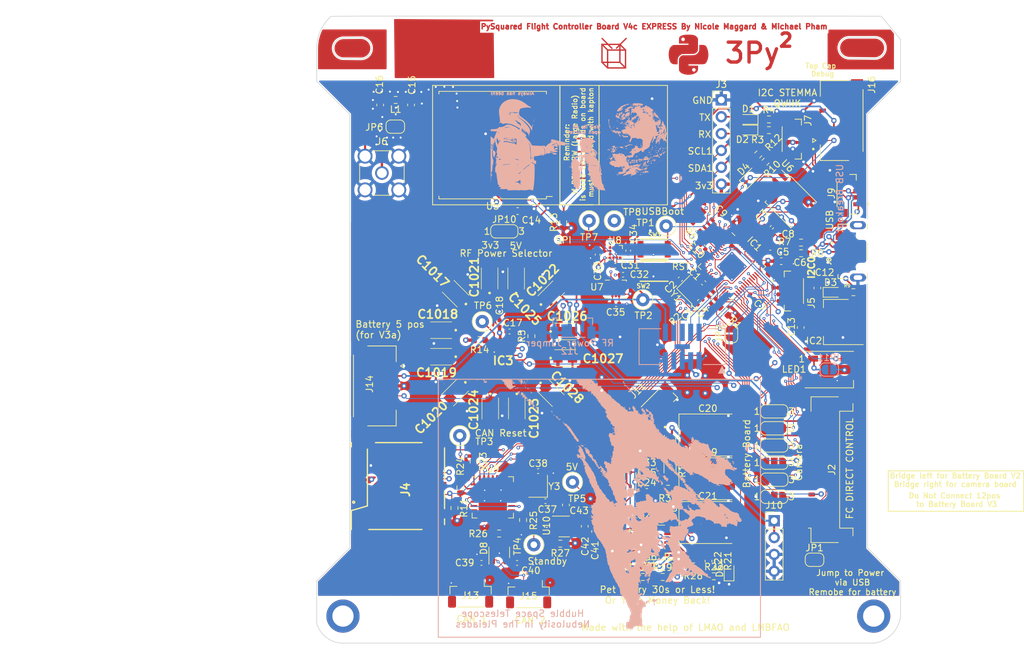
<source format=kicad_pcb>
(kicad_pcb (version 20240108) (generator "pcbnew") (generator_version "8.0")
  (layers (0 "F.Cu" signal) (1 "In1.Cu" signal) (2 "In2.Cu" signal) (31 "B.Cu" signal) (34 "B.Paste" user) (35 "F.Paste" user) (36 "B.SilkS" user "B.Silkscreen") (37 "F.SilkS" user "F.Silkscreen") (38 "B.Mask" user) (39 "F.Mask" user) (44 "Edge.Cuts" user))
  (net 0 "")
  (net 1 "Net-(IC1-XIN)")
  (net 2 "Net-(C2-Pad2)")
  (net 3 "1.2V")
  (net 4 "GND")
  (net 5 "3.3V")
  (net 6 "VBUS")
  (net 7 "/3v3 Spec")
  (net 8 "VCC_RF1")
  (net 9 "RF1_ANT")
  (net 10 "Net-(J6-In)")
  (net 11 "D3")
  (net 12 "ENABLE_BURN {slash} PC")
  (net 13 "I2C_RESET {slash} VS")
  (net 14 "ENAB_RF {slash} D2")
  (net 15 "VBUS_RESET {slash} D4")
  (net 16 "BURN_RELAY_A {slash} D5")
  (net 17 "D7")
  (net 18 "D6")
  (net 19 "D8")
  (net 20 "SPI0_CS1")
  (net 21 "D9")
  (net 22 "Net-(U8-C1)")
  (net 23 "Net-(D1-K)")
  (net 24 "TX")
  (net 25 "Net-(D2-K)")
  (net 26 "RX")
  (net 27 "Net-(D3-A)")
  (net 28 "V_BACKUP")
  (net 29 "Net-(D4-A)")
  (net 30 "SPI0_CS2")
  (net 31 "RF_VCC")
  (net 32 "SDA1")
  (net 33 "SCL1")
  (net 34 "SDA0")
  (net 35 "SCL0")
  (net 36 "D0")
  (net 37 "Net-(J2-Pin_1)")
  (net 38 "Net-(J2-Pin_6)")
  (net 39 "Net-(J2-Pin_7)")
  (net 40 "Net-(J2-Pin_8)")
  (net 41 "Net-(J2-Pin_10)")
  (net 42 "Net-(J2-Pin_11)")
  (net 43 "HS")
  (net 44 "FC_RESET")
  (net 45 "Net-(IC1-XOUT)")
  (net 46 "SWCLK")
  (net 47 "SWDIO")
  (net 48 "SPI0_MISO")
  (net 49 "SPI0_CS0")
  (net 50 "SPI0_SCK")
  (net 51 "SPI0_MOSI")
  (net 52 "RF1_RST")
  (net 53 "WDT_WDI")
  (net 54 "RF1_IO4")
  (net 55 "RF1_IO0")
  (net 56 "NEOPIX")
  (net 57 "Net-(U9-OSC2)")
  (net 58 "/QSPI_DATA[3]")
  (net 59 "/QSPI_SCK")
  (net 60 "/QSPI_DATA[0]")
  (net 61 "/QSPI_DATA[2]")
  (net 62 "/QSPI_DATA[1]")
  (net 63 "/QSPI_CS")
  (net 69 "RTC_INT")
  (net 70 "/WDT-VIN")
  (net 71 "Net-(C22-Pad2)")
  (net 90 "USB_D-")
  (net 91 "USB_D+")
  (net 93 "Net-(U9-OSC1)")
  (net 95 "CANL")
  (net 96 "CANH")
  (net 97 "Net-(U10-C-)")
  (net 98 "Net-(U10-C+)")
  (net 99 "+5V")
  (net 100 "Net-(U9-RESET)")
  (net 101 "Net-(U9-STBY)")
  (net 102 "Net-(U10-*SHDN)")
  (net 103 "TXCAN")
  (net 104 "RXCAN")
  (net 114 "/D+")
  (net 115 "/D-")
  (net 118 "Net-(IC3-EVI)")
  (net 119 "Net-(JP2-A)")
  (net 120 "Net-(JP11-B)")
  (net 122 "Net-(U1B-+)")
  (net 123 "Net-(U1C--)")
  (net 124 "Net-(U1D--)")
  (net 125 "Net-(D5-Pad1)")
  (net 126 "VBATT")
  (net 127 "Net-(D6-A)")
  (net 128 "Net-(U1D-+)")
  (net 129 "Net-(D7-Pad2)")
  (net 130 "Net-(R16-Pad2)")
  (net 131 "Net-(U1B--)")
  (net 132 "/WDT-VP")
  (net 133 "Net-(U1A--)")
  (net 134 "Net-(R29-Pad1)")
  (net 135 "Net-(R31-Pad1)")
  (net 136 "Net-(U1C-+)")
  (footprint "Jumper:SolderJumper-3_P1.3mm_Open_RoundedPad1.0x1.5mm_NumberLabels" (layer "F.Cu") (at 212.31 107.14)
    (property "Reference" "JP7" (hide yes))
    (property "Value" "Jumper_3_Open")
  )
  (footprint "Capacitor_SMD:C_0402_1005Metric" (layer "F.Cu") (at 202.74 89.45 -135)
    (property "Reference" "C11")
    (property "Value" "100nf")
  )
  (footprint "Capacitor_SMD:C_0603_1608Metric" (layer "F.Cu") (at 216.3 94.5 -90)
    (property "Reference" "C13")
    (property "Value" "22uF")
  )
  (footprint "Resistor_SMD:R_0603_1608Metric" (layer "F.Cu") (at 216.345 81.7)
    (property "Reference" "R7")
    (property "Value" "22")
  )
  (footprint "Resistor_SMD:R_0603_1608Metric" (layer "F.Cu") (at 192.5 132.1)
    (property "Reference" "R18")
    (property "Value" "10k")
  )
  (footprint "Connector_Coaxial:SMA_Amphenol_901-144_Vertical" (layer "F.Cu") (at 153.17 71.21)
    (property "Reference" "J6")
    (property "Value" "Conn_Coaxial" (hide yes))
  )
  (footprint "TestPoint:TestPoint_Loop_D1.80mm_Drill1.0mm_Beaded" (layer "F.Cu") (at 164.9 110.8)
    (property "Reference" "TP3")
    (property "Value" "RESET")
  )
  (footprint "TestPoint:TestPoint_Loop_D1.80mm_Drill1.0mm_Beaded" (layer "F.Cu") (at 168.3 93.6)
    (property "Reference" "TP6")
    (property "Value" "RESET")
  )
  (footprint "LED_SMD:LED_0603_1608Metric" (layer "F.Cu") (at 205.5 131.2 90)
    (property "Reference" "D6")
    (property "Value" "GREEN")
  )
  (footprint "" (layer "F.Cu") (at 227.3 138)
    (property "Reference" "H2")
    (property "Value" "MountingHole" (hide yes))
  )
  (footprint "TestPoint:TestPoint_Loop_D1.80mm_Drill1.0mm_Beaded" (layer "F.Cu") (at 181.9 117.8)
    (property "Reference" "TP5")
    (property "Value" "5V")
  )
  (footprint "Capacitor_SMD:C_0603_1608Metric" (layer "F.Cu") (at 152.91 60.96 -90)
    (property "Reference" "C16")
    (property "Value" "DNI")
  )
  (footprint "Connector_JST:JST_SH_BM04B-SRSS-TB_1x04-1MP_P1.00mm_Vertical" (layer "F.Cu") (at 175.2875 134.725 180)
    (property "Reference" "J15")
    (property "Value" "Breakout")
  )
  (footprint "Package_TO_SOT_SMD:SOT-223" (layer "F.Cu") (at 221.63 93.67 180)
    (property "Reference" "IC2")
    (property "Value" "AZ1117CH-3.3TRG1")
  )
  (footprint "FC_DEV_BOARD:JST_BM04B-SRSS-TB(LF)(SN)" (layer "F.Cu") (at 222.47 74.42 90)
    (property "Reference" "J9")
    (property "Value" "BM04B-SRSS-TB(LF)(SN)")
  )
  (footprint "Connector_PinHeader_2.54mm:PinHeader_1x04_P2.54mm_Vertical" (layer "F.Cu") (at 212.3 123.62)
    (property "Reference" "J10")
    (property "Value" "Breakout")
  )
  (footprint "Resistor_SMD:R_0603_1608Metric" (layer "F.Cu") (at 167 114.7 -90)
    (property "Reference" "R23")
    (property "Value" "10k")
  )
  (footprint "Capacitor_SMD:C_0603_1608Metric" (layer "F.Cu") (at 193.1 117.8)
    (property "Reference" "C25")
    (property "Value" "10u")
  )
  (footprint "SuperCap:CPH3225A" (layer "F.Cu") (at 178.699999 89.899999 45)
    (property "Reference" "C1022")
    (property "Value" "CPH3225A" (hide yes))
  )
  (footprint "Capacitor_SMD:C_0402_1005Metric" (layer "F.Cu") (at 203.12 90.51 45)
    (property "Reference" "C4")
    (property "Value" "100nf")
  )
  (footprint "Jumper:SolderJumper-2_P1.3mm_Open_RoundedPad1.0x1.5mm" (layer "F.Cu") (at 205.8 95.4 90)
    (property "Reference" "JP2")
    (property "Value" "SolderJumper_2_Open")
  )
  (footprint "LED_SMD:LED_0603_1608Metric" (layer "F.Cu") (at 208.37 63.13 180)
    (property "Reference" "D1")
    (property "Value" "LED")
  )
  (footprint "SuperCap:CPH3225A" (layer "F.Cu") (at 169.699999 87.399999 90)
    (property "Reference" "C1021")
    (property "Value" "CPH3225A" (hide yes))
  )
  (footprint "Resistor_SMD:R_Array_Convex_4x0603" (layer "F.Cu") (at 201.457868 78.494924 135)
    (property "Reference" "R6")
    (property "Value" "10k")
  )
  (footprint "Capacitor_SMD:C_0603_1608Metric" (layer "F.Cu") (at 218.81 88.54 90)
    (property "Reference" "C12")
    (property "Value" "10uF")
  )
  (footprint "LED_SMD:LED_0603_1608Metric" (layer "F.Cu") (at 221.17 89.19)
    (property "Reference" "D3")
    (property "Value" "LED")
  )
  (footprint "Capacitor_SMD:C_0402_1005Metric" (layer "F.Cu") (at 170.9 93.9 90)
    (property "Reference" "C18")
    (property "Value" "100nf")
  )
  (footprint "" (layer "F.Cu") (at 147.3 138)
    (property "Reference" "H1")
    (property "Value" "MountingHole" (hide yes))
  )
  (footprint "FC_DEV_BOARD:BTN_KMR2_4.6X2.8" (layer "F.Cu") (at 194.2 86)
    (property "Reference" "SW2")
    (property "Value" "KMR2")
  )
  (footprint "LOGO" (layer "F.Cu") (at 162.15 52.55)
    (property "Reference" "G***" (hide yes))
    (property "Value" "LOGO" (hide yes))
  )
  (footprint "Capacitor_SMD:C_0402_1005Metric" (layer "F.Cu") (at 189.52 86.55)
    (property "Reference" "C32")
    (property "Value" "100nf")
  )
  (footprint "SuperCap:CPH3225A" (layer "F.Cu") (at 162.4 94.599999 180)
    (property "Reference" "C1018")
    (property "Value" "CPH3225A" (hide yes))
  )
  (footprint "LOGO" (layer "F.Cu") (at 199.374384 53.975466)
    (property "Reference" "G***" (hide yes))
    (property "Value" "LOGO" (hide yes))
  )
  (footprint "Capacitor_SMD:C_0402_1005Metric" (layer "F.Cu") (at 190.3 82.91 -90)
    (property "Reference" "C34")
    (property "Value" "100nf")
  )
  (footprint "Resistor_SMD:R_0603_1608Metric" (layer "F.Cu") (at 155.24 60.19 180)
    (property "Reference" "L1")
    (property "Value" "DNI")
  )
  (footprint "Capacitor_SMD:C_0603_1608Metric" (layer "F.Cu") (at 211.401992 78.848008 45)
    (property "Reference" "C3")
    (property "Value" "1uF")
  )
  (footprint "Resistor_SMD:R_0603_1608Metric" (layer "F.Cu") (at 193.1 116.3)
    (property "Reference" "R33")
    (property "Value" "100k")
  )
  (footprint "SuperCap:CPH3225A" (layer "F.Cu") (at 173.199999 106.399999 -90)
    (property "Reference" "C1023")
    (property "Value" "CPH3225A" (hide yes))
  )
  (footprint "Resistor_SMD:R_0402_1005Metric" (layer "F.Cu") (at 201.1 90.63 -135)
    (property "Reference" "R2")
    (property "Value" "1k")
  )
  (footprint "Jumper:SolderJumper-3_P1.3mm_Open_RoundedPad1.0x1.5mm_NumberLabels" (layer "F.Cu") (at 212.31 114.87)
    (property "Reference" "JP9" (hide yes))
    (property "Value" "Jumper_3_Open")
  )
  (footprint "Resistor_SMD:R_0603_1608Metric" (layer "F.Cu") (at 167.9 96.4 180)
    (property "Reference" "R14")
    (property "Value" "10k")
  )
  (footprint "SuperCap:CPH3225A" (layer "F.Cu") (at 164.699999 89.399999 135)
    (property "Reference" "C1017")
    (property "Value" "CPH3225A" (hide yes))
  )
  (footprint "Resistor_SMD:R_0603_1608Metric" (layer "F.Cu") (at 196.3 118.8 180)
    (property "Reference" "R30")
    (property "Value" "100k")
  )
  (footprint "Resistor_SMD:R_0603_1608Metric" (layer "F.Cu") (at 188.7 129.8 -90)
    (property "Reference" "R16")
    (property "Value" "10k")
  )
  (footprint "Crystal:Crystal_SMD_2520-4Pin_2.5x2.0mm" (layer "F.Cu") (at 199.756307 88.816256 -45)
    (property "Reference" "Y1")
    (property "Value" "12MHZ")
  )
  (footprint "LOGO" (layer "F.Cu") (at 199.374384 53.975466)
    (property "Reference" "G***" (hide yes))
    (property "Value" "LOGO" (hide yes))
  )
  (footprint "Capacitor_SMD:C_0603_1608Metric" (layer "F.Cu") (at 212.48 79.92 45)
    (property "Reference" "C8")
    (property "Value" "1uF")
  )
  (footprint "Capacitor_SMD:C_0402_1005Metric" (layer "F.Cu") (at 201.57 82.35 135)
    (property "Reference" "C10")
    (property "Value" "100nf")
  )
  (footprint "Capacitor_SMD:C_0402_1005Metric" (layer "F.Cu") (at 168.1775 129.98 180)
    (property "Reference" "C39")
    (property "Value" "47pf")
  )
  (footprint "Diode_SMD:D_SOD-323" (layer "F.Cu") (at 196.6 111.8 90)
    (property "Reference" "D5")
    (property "Value" "1N4151WS")
  )
  (footprint "TestPoint:TestPoint_Loop_D1.80mm_Drill1.0mm_Beaded" (layer "F.Cu") (at 176.0675 127.24)
    (property "Reference" "TP4")
    (property "Value" "Standby")
  )
  (footprint "FC_DEV_BOARD:MOLEX_5040500591" (layer "F.Cu") (at 152.1 103.3 90)
    (property "Reference" "J14")
    (property "Value" "Battery")
  )
  (footprint "Jumper:SolderJumper-2_P1.3mm_Open_RoundedPad1.0x1.5mm" (layer "F.Cu") (at 218.38 129.51)
    (property "Reference" "JP1")
    (property "Value" "SolderJumper_2_Open")
  )
  (footprint "Crystal:Crystal_SMD_2520-4Pin_2.5x2.0mm" (layer "F.Cu") (at 176.7175 118.43 90)
    (property "Reference" "Y3")
    (property "Value" "16MHZ 12 pf")
  )
  (footprint "SuperCap:CPH3225A" (layer "F.Cu") (at 180.499999 99.399999)
    (property "Reference" "C1027")
    (property "Value" "CPH3225A" (hide yes))
  )
  (footprint "Package_TO_SOT_SMD:SOT-23-6" (layer "F.Cu") (at 180.645 124.49)
    (property "Reference" "U10")
    (property "Value" "AP3602AKTR-G1")
  )
  (footprint "Resistor_SMD:R_0603_1608Metric" (layer "F.Cu") (at 203.2 132)
    (property "Reference" "R22")
    (property "Value" "10k")
  )
  (footprint "Capacitor_SMD:C_0603_1608Metric" (layer "F.Cu") (at 157.56 60.95 -90)
    (property "Reference" "C15")
    (property "Value" "DNI")
  )
  (footprint "Resistor_SMD:R_0603_1608Metric" (layer "F.Cu") (at 194 113.1)
    (property "Reference" "R37")
    (property "Value" "100k")
  )
  (footprint "Capacitor_SMD:C_0603_1608Metric" (layer "F.Cu") (at 202.4 129.7 -90)
    (property "Reference" "C22")
    (property "Value" "10u")
  )
  (footprint "Package_TO_SOT_SMD:SOT-23-3" (layer "F.Cu") (at 170.8575 128.39 90)
    (property "Reference" "D8")
    (property "Value" "PESD1CAN")
  )
  (footprint "Resistor_SMD:R_0603_1608Metric" (layer "F.Cu") (at 209.9 68.4 45)
    (property "Reference" "R12")
    (property "Value" "10k")
  )
  (footprint "Capacitor_SMD:C_0603_1608Metric" (layer "F.Cu") (at 193.1 119.3)
    (property "Reference" "C24")
    (property "Value" "10u")
  )
  (footprint "Capacitor_Tantalum_SMD:CP_EIA-7361-38_AVX-V" (layer "F.Cu") (at 202.3 123.9)
    (property "Reference" "C21")
    (property "Value" "220u")
  )
  (footprint "FC_DEV_BOARD:RFM98PW" (layer "F.Cu") (at 178.51 67.501499 180)
    (property "Reference" "U4" (hide yes))
    (property "Value" "RFM98PW" (hide yes))
  )
  (footprint "FC_DEV_BOARD:JST_BM04B-SRSS-TB(LF)(SN)" (layer "F.Cu") (at 216.0125 89 -90)
    (property "Reference" "J5")
    (property "Value" "BM04B-SRSS-TB(LF)(SN)")
  )
  (footprint "Resistor_SMD:R_0603_1608Metric" (layer "F.Cu") (at 203.9 129.7 -90)
    (property "Reference" "R21")
    (property "Value" "3.0k")
  )
  (footprint "Resistor_SMD:R_0603_1608Metric" (layer "F.Cu") (at 211.51 63.13)
    (property "Reference" "R4")
    (property "Value" "1k")
  )
  (footprint "TestPoint:TestPoint_Loop_D1.80mm_Drill1.0mm_Beaded" (layer "F.Cu") (at 192.5 90.3)
    (property "Reference" "TP2")
    (property "Value" "RESET")
  )
  (footprint "FC_DEV_BOARD:JST_BM04B-SRSS-TB(LF)(SN)" (layer "F.Cu") (at 194.079899 105.620101 45)
    (property "Reference" "J11")
    (property "Value" "Breakout")
  )
  (footprint "Package_LGA:LGA-14_3x2.5mm_P0.5mm_LayoutBorder3x4y" (layer "F.Cu") (at 188.42 88.72)
    (property "Reference" "U7")
    (property "Value" "LSM6DSOTR")
  )
  (footprint "Capacitor_SMD:C_0402_1005Metric" (layer "F.Cu") (at 198.16 87.21 -135)
    (property "Reference" "C2")
    (property "Value" "22pF")
  )
  (footprint "Jumper:SolderJumper-2_P1.3mm_Open_RoundedPad1.0x1.5mm" (layer "F.Cu") (at 155.19 64.22)
    (property "Reference" "JP6")
    (property "Value" "SolderJumper_2_Open")
  )
  (footprint "Capacitor_SMD:C_0603_1608Metric" (layer "F.Cu") (at 213.36 84.5)
    (property "Reference" "C6")
    (property "Value" "1uF")
  )
  (footprint "SuperCap:CPH3225A" (layer "F.Cu") (at 169.199999 106.399999 -90)
    (property "Reference" "C1024")
    (property "Value" "CPH3225A" (hide yes))
  )
  (footprint "TestPoint:TestPoint_Loop_D1.80mm_Drill1.0mm_Beaded" (layer "F.Cu") (at 188.2 78.4)
    (property "Reference" "TP8")
    (property "Value" "RESET")
  )
  (footprint "Jumper:SolderJumper-3_P1.3mm_Open_RoundedPad1.0x1.5mm_NumberLabels" (layer "F.Cu") (at 212.31 109.69)
    (property "Reference" "JP5" (hide yes))
    (property "Value" "Jumper_3_Open")
  )
  (footprint "Resistor_SMD:R_0603_1608Metric" (layer "F.Cu") (at 193.2 130.5)
    (property "Reference" "R36")
    (property "Value" "100k")
  )
  (footprint "Capacitor_SMD:C_0402_1005Metric" (layer "F.Cu") (at 205.65 78.39 135)
    (property "Reference" "C9")
    (property "Value" "100nf")
  )
  (footprint "Resistor_SMD:R_0603_1608Metric" (layer "F.Cu") (at 170.8325 125.55)
    (property "Reference" "R26")
    (property "Value" "120")
  )
  (footprint "Capacitor_SMD:C_0603_1608Metric" (layer "F.Cu") (at 183.7375 124.46 90)
    (property "Reference" "C42")
    (property "Value" "1uf")
  )
  (footprint "Jumper:SolderJumper-3_P1.3mm_Open_RoundedPad1.0x1.5mm_NumberLabels" (layer "F.Cu") (at 171.62 80)
    (property "Reference" "JP10")
    (property "Value" "Jumper_3_Open")
  )
  (footprint "Capacitor_SMD:C_0402_1005Metric" (layer "F.Cu") (at 177.8175 120.68)
    (property "Reference" "C37")
    (property "Value" "22pf")
  )
  (footprint "Resistor_SMD:R_0603_1608Metric" (layer "F.Cu") (at 189 126.2 -90)
    (property "Reference" "R34")
    (property "Value" "100k")
  )
  (footprint "Package_SO:SOIC-8_5.275x5.275mm_P1.27mm" (layer "F.Cu") (at 214.8 75.6 -45)
    (property "Reference" "U6")
    (property "Value" "W25Q128JV")
  )
  (footprint "LED_SMD:LED_0603_1608Metric" (layer "F.Cu") (at 208.35 64.73 180)
    (property "Reference" "D2")
    (property "Value" "LED")
  )
  (footprint "Capacitor_SMD:C_0402_1005Metric" (layer "F.Cu") (at 209 89.9 -45)
    (property "Reference" "C7")
    (property "Value" "100nf")
  )
  (footprint "Resistor_SMD:R_0603_1608Metric" (layer "F.Cu") (at 197.1 130.5)
    (property "Reference" "R20")
    (property "Value" "3.0k")
  )
  (footprint "SuperCap:CPH3225A" (layer "F.Cu") (at 162.4 98.599999 180)
    (property "Reference" "C1019")
    (property "Value" "CPH3225A" (hide yes))
  )
  (footprint "Resistor_SMD:R_0603_1608Metric" (layer "F.Cu") (at 195.3 123.4)
    (property "Reference" "R29")
    (property "Value" "1k")
  )
  (footprint "SuperCap:CPH3225A" (layer "F.Cu") (at 173.699999 87.399999 90)
    (property "Reference" "C1025")
    (property "Value" "CPH3225A" (hide yes))
  )
  (footprint "Diode_SMD:D_SOD-323" (layer "F.Cu") (at 190.6 117.4 90)
    (property "Reference" "D7")
    (property "Value" "1N4151WS")
  )
  (footprint "Resistor_SMD:R_0603_1608Metric" (layer "F.Cu") (at 180.0575 127.08 180)
    (property "Reference" "R27")
    (property "Value" "10k")
  )
  (footprint "Resistor_SMD:R_0603_1608Metric" (layer "F.Cu") (at 216.35 83.3)
    (property "Reference" "R8")
    (property "Value" "22")
  )
  (footprint "LED_SMD:LED_WS2812B_PLCC4_5.0x5.0mm_P3.2mm" (layer "F.Cu") (at 220.61 100.84)
    (property "Reference" "LED1")
    (property "Value" "WS2812B_SK6812_1515")
  )
  (footprint "SuperCap:CPH3225A" (layer "F.Cu") (at 178.199999 104.399999 -45)
    (property "Reference" "C1028")
    (property "Value" "CPH3225A" (hide yes))
  )
  (footprint "Capacitor_SMD:C_0402_1005Metric" (layer "F.Cu") (at 201.67 87.78 -45)
    (property "Reference" "C1")
    (property "Value" "22pF")
  )
  (footprint "Capacitor_SMD:C_0603_1608Metric" (layer "F.Cu") (at 185.3075 125.24 90)
    (property "Reference" "C41")
    (property "Value" "10uf")
  )
  (footprint "Diode_SMD:D_SOD-323F" (layer "F.Cu") (at 208.8 71.8 45)
    (property "Reference" "D4")
    (property "Value" "NSR0320")
  )
  (footprint "Capacitor_SMD:C_0402_1005Metric" (layer "F.Cu") (at 172.4 95.1)
    (property "Reference" "C17")
    (property "Value" "100nf")
  )
  (footprint "Resistor_SMD:R_0603_1608Metric" (layer "F.Cu") (at 211.51 64.75)
    (property "Reference" "R3")
    (property "Value" "1k")
  )
  (footprint "Molex 503398-1892:503398-1892-1" (layer "F.Cu") (at 148.56 124.945 90)
    (property "Reference" "J4")
    (property "Value" "Molex 503398-1892" (hide yes))
  )
  (footprint "Resistor_SMD:R_0603_1608Metric" (layer "F.Cu") (at 204.74 92.05 135)
    (property "Reference" "R1")
    (property "Value" "10k")
  )
  (footprint "Resistor_SMD:R_1206_3216Metric" (layer "F.Cu") (at 196.6 115.7 -90)
    (property "Reference" "R15")
    (property "Value" "10 (1206)")
  )
  (footprint "FC_DEV_BOARD:JST_BM04B-SRSS-TB(LF)(SN)" (layer "F.Cu") (at 214.2 66.1 90)
    (property "Reference" "J7")
    (property "Value" "Breakout")
  )
  (footprint "Resistor_SMD:R_0603_1608Metric" (layer "F.Cu") (at 189.500001 132.1)
    (property "Reference" "R17")
    (property "Value" "10k")
  )
  (footprint "Resistor_SMD:R_0603_1608Metric" (layer "F.Cu") (at 174.4475 123.51 90)
    (property "Reference" "R25")
    (property "Value" "10k")
  )
  (footprint "Capacitor_SMD:C_0402_1005Metric" (layer "F.Cu") (at 173.5475 129.98 180)
    (property "Reference" "C40")
    (property "Value" "47pf")
  )
  (footprint "Resistor_SMD:R_0603_1608Metric" (layer "F.Cu") (at 188.2 123.9 180)
    (property "Reference" "R32")
    (property "Value" "100k")
  )
  (footprint "Resistor_SMD:R_0603_1608Metric" (layer "F.Cu") (at 192.300001 123.4 180)
    (property "Reference" "R31")
    (property "Value" "1k")
  )
  (footprint "Capacitor_SMD:C_0603_1608Metric" (layer "F.Cu") (at 180.9075 121.25 -90)
    (property "Reference" "C43")
    (property "Value" "10uf")
  )
  (footprint "Package_DFN_QFN:QFN-56-1EP_7x7mm_P0.4mm_EP3.2x3.2mm_ThermalVias" (layer "F.Cu") (at 205.93 85.31 -45)
    (property "Reference" "IC1")
    (property "Value" "RP2040_QFN56")
  )
  (footprint "Capacitor_SMD:C_0402_1005Metric" (layer "F.Cu") (at 188.34 85.19)
    (property "Reference" "C31")
    (property "Value" "220nf")
  )
  (footprint "RF_Module:HOPERF_RFM9XW_SMD" (layer "F.Cu") (at 169.86 67 180)
    (property "Reference" "U5")
    (property "Value" "RFM9xBreakout")
  )
  (footprint "Capacitor_SMD:C_0603_1608Metric" (layer "F.Cu") (at 196.3 120.3 180)
    (property "Reference" "C23")
    (property "Value" "10u")
  )
  (footprint "Jumper:SolderJumper-3_P1.3mm_Open_RoundedPad1.0x1.5mm_NumberLabels" (layer "F.Cu") (at 212.31 120.01)
    (property "Reference" "JP3" (hide yes))
    (property "Value" "Jumper_3_Open")
  )
  (footprint "Capacitor_SMD:C_0402_1005Metric" (layer "F.Cu") (at 211.7 83.2 180)
    (property "Reference" "C5")
    (property "Value" "100nf")
  )
  (footprint "Connector_JST:JST_SH_BM04B-SRSS-TB_1x04-1MP_P1.00mm_Vertical" (layer "F.Cu") (at 166.5375 134.63 180)
    (property "Reference" "J13")
    (property "Value" "Breakout")
  )
  (footprint "Capacitor_Tantalum_SMD:CP_EIA-7361-38_AVX-V" (layer "F.Cu") (at 202.299999 110.7)
    (property "Reference" "C20")
    (property "Value" "220u")
  )
  (footprint "Resistor_SMD:R_0603_1608Metric" (layer "F.Cu") (at 165 118.6 90)
    (property "Reference" "R24")
    (property "Value" "10k")
  )
  (footprint "Resistor_SMD:R_0603_1608Metric" (layer "F.Cu") (at 195.5 132.099999)
    (property "Reference" "R19")
    (property "Value" "3.0k")
  )
  (footprint "TestPoint:TestPoint_Loop_D1.80mm_Drill1.0mm_Beaded" (layer "F.Cu") (at 184.4 78.4)
    (property "Reference" "TP7")
    (property "Value" "RESET")
  )
  (footprint "Package_LGA:LGA-12_2x2mm_P0.5mm" (layer "F.Cu") (at 188.32 83.22)
    (property "Reference" "U8")
    (property "Value" "LSM303AGRTR")
  )
  (footprint "SuperCap:CPH3225A" (layer "F.Cu") (at 180.499999 95.399999)
    (property "Reference" "C1026")
    (property "Value" "CPH3225A" (hide yes))
  )
  (footprint "Capacitor_SMD:C_0603_1608Metric" (layer "F.Cu") (at 193.100001 121.4 180)
    (property "Reference" "C26")
    (property "Value" "10u")
  )
  (footprint "Package_SO:TSSOP-14_4.4x5mm_P0.65mm" (layer "F.Cu") (at 193.6 126.9 180)
    (property "Reference" "U1")
    (property "Value" "TLV1704")
  )
  (footprint "FC_DEV_BOARD:BTN_KMR2_4.6X2.8" (layer "F.Cu") (at 194.2 82.7)
    (property "Reference" "SW1")
    (property "Value" "KMR2")
  )
  (footprint "Capacitor_SMD:C_0603_1608Metric" (layer "F.Cu") (at 173.63 76.95 180)
    (property "Reference" "C14")
    (property "Value" "10uF")
  )
  (footprint "Resistor_SMD:R_0603_1608Metric" (layer "F.Cu") (at 193.100001 114.8)
    (property "Reference" "R35")
    (property "Value" "4.7M")
  )
  (footprint "Capacitor_SMD:C_0402_1005Metric" (layer "F.Cu") (at 176.7175 116.15)
    (property "Reference" "C38")
    (property "Value" "22pf")
  )
  (footprint "Package_DFN_QFN:QFN-28-1EP_6x6mm_P0.65mm_EP4.25x4.25mm" (layer "F.Cu") (at 169.88 120.1)
    (property "Reference" "U9")
    (property "Value" "MCP25625-E/ML")
  )
  (footprint "SuperCap:CPH3225A" (layer "F.Cu") (at 164.199999 103.899999 -135)
    (property "Reference" "C1020")
    (property "Value" "CPH3225A" (hide yes))
  )
  (footprint "Resistor_SMD:R_0603_1608Metric" (layer "F.Cu") (at 164.1 121.7 -90)
    (property "Reference" "R11")
    (property "Value" "10k")
  )
  (footprint "RTC:RV3028C7" (layer "F.Cu") (at 171.45 97)
    (property "Reference" "IC3")
    (property "Value" "RV-3028-C7_32.768kHz_1ppm_TA_QC" (hide yes))
  )
  (footprint "Connector_Molex:Molex_Pico-Lock_504050-1291_1x12-1MP_P1.50mm_Horizontal" (layer "F.Cu") (at 220.745 115.93 90)
    (property "Reference" "J2")
    (property "Value" "FC to EPS Connector" (hide yes))
  )
  (footprint "Capacitor_SMD:C_0402_1005Metric" (layer "F.Cu") (at 185.69 83.52 -90)
    (property "Reference" "C33")
    (property "Value" "100nf")
  )
  (footprint "FC_DEV_BOARD:MOLEX_5040500591" (layer "F.Cu") (at 222.47 63.3 -90)
    (property "Reference" "J16")
    (property "Value" "Debug")
  )
  (footprint "TestPoint:TestPoint_Loop_D1.80mm_Drill1.0mm_Beaded" (layer "F.Cu") (at 196 79.2)
    (property "Reference" "TP1")
    (property "Value" "USBBOOT")
  )
  (footprint "Resistor_SMD:R_0603_1608Metric" (layer "F.Cu") (at 175.7 95.8 90)
    (property "Reference" "R5")
    (property "Value" "10k")
  )
  (footprint "Jumper:SolderJumper-3_P1.3mm_Open_RoundedPad1.0x1.5mm_NumberLabels" (layer "F.Cu") (at 212.31 112.29)
    (property "Reference" "JP8" (hide yes))
    (property "Value" "Jumper_3_Open")
  )
  (footprint "Jumper:SolderJumper-3_P1.3mm_Open_RoundedPad1.0x1.5mm_NumberLabels" (layer "F.Cu") (at 212.32 117.44)
    (property "Reference" "JP4" (hide yes))
    (property "Value" "Jumper_3_Open")
  )
  (footprint "Resistor_SMD:R_0603_1608Metric" (layer "F.Cu") (at 211 69.5 -135)
    (property "Reference" "R10")
    (property "Value" "1k")
  )
  (footprint "Resistor_SMD:R_0603_1608Metric" (layer "F.Cu") (at 200.100001 130.5 180)
    (property "Reference" "R28")
    (property "Value" "10k")
  )
  (footprint "Capacitor_Tantalum_SMD:CP_EIA-7361-38_AVX-V" (layer "F.Cu") (at 202.3 117.3)
    (property "Reference" "C19")
    (property "Value" "220u")
  )
  (footprint "FC_DEV_BOARD:MOLEX_105164-0001" (layer "F.Cu") (at 226.37 83.02 90)
    (property "Reference" "J8")
    (property "Value" "USB_B_Micro")
    (fp_line (start 2.825 -1.15) (end 2.825 -0.5) (stroke (width 0.01)) (layer "Edge.Cuts"))
    (fp_line (start 1.925 -1.15) (end 1.925 -0.5) (stroke (width 0.01)) (layer "Edge.Cuts"))
    (fp_line (start -1.925 -1.15) (end -1.925 -0.5) (stroke (width 0.01)) (layer "Edge.Cuts"))
    (fp_line (start -2.825 -1.15) (end -2.825 -0.5) (stroke (width 0.01)) (layer "Edge.Cuts"))
    (fp_line (start 4.9 0) (end 3.4 0) (stroke (width 0.01)) (layer "Edge.Cuts"))
    (fp_line (start 3.4 0) (end 2.825 -0.5) (stroke (width 0.01)) (layer "Edge.Cuts"))
    (fp_line (start -3.4 0) (end -2.825 -0.5) (stroke (width 0.01)) (layer "Edge.Cuts"))
    (fp_line (start -4.9 0) (end -3.4 0) (stroke (width 0.01)) (layer "Edge.Cuts"))
    (fp_line (start 0.00053 0.004943) (end 1.3 0) (stroke (width 0.01)) (layer "Edge.Cuts"))
    (fp_line (start 0.00053 0.004943) (end -1.29947 0.004943) (stroke (width 0.01)) (layer "Edge.Cuts"))
    (fp_arc (start 1.925 -1.15) (mid 2.375 -1.6) (end 2.825 -1.15) (stroke (width 0.01)) (layer "Edge.Cuts"))
    (fp_arc (start -2.825 -1.15) (mid -2.375 -1.6) (end -1.925 -1.15) (stroke (width 0.01)) (layer "Edge.Cuts"))
    (fp_arc (start 1.925529 -0.504943) (mid 1.717412 -0.122833) (end 1.3 0) (stroke (width 0.01)) (layer "Edge.Cuts"))
    (fp_arc (start -1.29947 0.004943) (mid -1.716881 -0.117891) (end -1.924999 -0.5) (stroke (width 0.01)) (layer "Edge.Cuts"))
  )
  (footprint "Resistor_SMD:R_0603_1608Metric" (layer "F.Cu") (at 180.5 78.64 90)
    (property "Reference" "R13")
    (property "Value" "10k")
  )
  (footprint "Connector_PinHeader_2.54mm:PinHeader_1x06_P2.54mm_Vertical" (layer "F.Cu") (at 204.33 60.19)
    (property "Reference" "J3")
    (property "Value" "Life Makes Lemonade")
  )
  (footprint "Capacitor_SMD:C_0402_1005Metric" (layer "F.Cu") (at 188.45 90.95)
    (property "Reference" "C35")
    (property "Value" "100nf")
  )
  (footprint "Resistor_SMD:R_0603_1608Metric" (layer "F.Cu") (at 224.24 89.18 180)
    (property "Reference" "R9")
    (property "Value" "10k")
  )
  (footprint "LOGO" (layer "B.Cu") (at 187.3 121.6 180)
    (property "Reference" "G***" (hide yes))
    (property "Value" "LOGO" (hide yes))
  )
  (footprint "FC_DEV_BOARD:JTAG_2X05_1.27MM_BOX_NOCREAM" (layer "B.Cu") (at 198.44 97.38 180)
    (property "Reference" "J1")
    (property "Value" "Conn_ARM_JTAG_SWD_10")
  )
  (footprint "LOGO" (layer "B.Cu") (at 183.91 66.54 180)
    (property "Reference" "G***" (hide yes))
    (property "Value" "LOGO" (hide yes))
  )
  (footprint "FC_DEV_BOARD:JST_BM04B-SRSS-TB(LF)(SN)" (layer "B.Cu") (at 181.94 95.2725)
    (property "Reference" "J12")
    (property "Value" "BM04B-SRSS-TB(LF)(SN)")
  )
  (footprint "Jumper:SolderJumper-2_P1.3mm_Open_RoundedPad1.0x1.5mm" (layer "B.Cu") (at 220.61 100.84 180)
    (property "Reference" "JP11")
    (property "Value" "SolderJumper_2_Open")
  )
  (footprint "LOGO" (layer "B.Cu") (at 110.3 105.9 180)
    (property "Reference" "G***" (hide yes))
    (property "Value" "LOGO" (hide yes))
  )
  (gr_line (start 187.19 55.37) (end 186.34 54.52) (stroke (width 0.2)) (layer "F.Cu"))
  (gr_line (start 189.04 51.82) (end 189.89 52.67) (stroke (width 0.2)) (layer "F.Cu"))
  (gr_line (start 187.84 52.41) (end 186.36 50.93) (stroke (width 0.2)) (layer "F.Cu"))
  (gr_line (start 186.34 54.52) (end 189.04 54.52) (stroke (width 0.2)) (layer "F.Cu"))
  (gr_line (start 187.19 52.67) (end 187.19 55.37) (stroke (width 0.2)) (layer "F.Cu"))
  (gr_line (start 189.89 52.67) (end 187.19 52.67) (stroke (width 0.2)) (layer "F.Cu"))
  (gr_line (start 189.04 51.82) (end 186.34 51.82) (stroke (width 0.2)) (layer "F.Cu"))
  (gr_line (start 188.52 52.39) (end 189.99 50.92) (stroke (width 0.2)) (layer "F.Cu"))
  (gr_line (start 189.04 54.52) (end 189.04 51.82) (stroke (width 0.2)) (layer "F.Cu"))
  (gr_line (start 186.34 54.52) (end 186.34 51.82) (stroke (width 0.2)) (layer "F.Cu"))
  (gr_line (start 186.34 51.82) (end 187.19 52.67) (stroke (width 0.2)) (layer "F.Cu"))
  (gr_line (start 187.19 55.37) (end 189.89 55.37) (stroke (width 0.2)) (layer "F.Cu"))
  (gr_line (start 189.04 54.52) (end 189.89 55.37) (stroke (width 0.2)) (layer "F.Cu"))
  (gr_line (start 189.89 55.37) (end 189.89 52.67) (stroke (width 0.2)) (layer "F.Cu"))
  (gr_rect (start 161.669138 102.3) (end 210.230861 141.191722) (stroke (width 0.15)) (fill none) (layer "B.SilkS"))
  (gr_line (start 249.9 116.1) (end 229.5 116.1) (stroke (width 0.15)) (layer "F.SilkS"))
  (gr_line (start 180 58) (end 180 76) (stroke (width 0.15)) (layer "F.SilkS"))
  (gr_line (start 229.5 116.1) (end 229.5 122.2) (stroke (width 0.15)) (layer "F.SilkS"))
  (gr_line (start 229.5 122.2) (end 249.9 122.2) (stroke (width 0.15)) (layer "F.SilkS"))
  (gr_line (start 185.9 76) (end 185.9 58) (stroke (width 0.15)) (layer "F.SilkS"))
  (gr_line (start 249.9 122.2) (end 249.9 116.1) (stroke (width 0.15)) (layer "F.SilkS"))
  (gr_line (start 180 76) (end 185 76) (stroke (width 0.15)) (layer "F.SilkS"))
  (gr_line (start 147.266164 53.978713) (end 150.016362 54.003722) (stroke (width 0.1)) (layer "Edge.Cuts"))
  (gr_line (start 197.601362 47.563722) (end 223.001362 47.563722) (stroke (width 0.1)) (layer "Edge.Cuts"))
  (gr_arc (start 143.3432 52.5744) (mid 143.878092 49.844486) (end 145.50672 47.589245) (stroke (width 0.1)) (layer "Edge.Cuts"))
  (gr_arc (start 150.016362 50.803722) (mid 151.616378 52.403722) (end 150.016362 54.003722) (stroke (width 0.1)) (layer "Edge.Cuts"))
  (gr_arc (start 223.616362 53.903722) (mid 222.041575 52.303731) (end 223.666337 50.754515) (stroke (width 0.1)) (layer "Edge.Cuts"))
  (gr_line (start 143.3432 134) (end 143.3432 132.71) (stroke (width 0.1)) (layer "Edge.Cuts"))
  (gr_line (start 143.3432 139.0744) (end 143.3432 134) (stroke (width 0.1)) (layer "Edge.Cuts"))
  (gr_line (start 147.316139 50.829506) (end 150.016362 50.803722) (stroke (width 0.1)) (layer "Edge.Cuts"))
  (gr_line (start 143.3432 57.38) (end 143.3432 52.5744) (stroke (width 0.1)) (layer "Edge.Cuts"))
  (gr_line (start 145.50672 47.589245) (end 149.976362 47.563722) (stroke (width 0.1)) (layer "Edge.Cuts"))
  (gr_line (start 231.3432 133.532) (end 231.3432 132.71) (stroke (width 0.1)) (layer "Edge.Cuts"))
  (gr_line (start 227.3432 142.0744) (end 147.3432 142.0744) (stroke (width 0.1)) (layer "Edge.Cuts"))
  (gr_line (start 223.001362 47.563722) (end 228.441362 47.578722) (stroke (width 0.1)) (layer "Edge.Cuts"))
  (gr_arc (start 227.466362 50.753722) (mid 229.066378 52.353722) (end 227.466362 53.953722) (stroke (width 0.1)) (layer "Edge.Cuts"))
  (gr_arc (start 147.266164 53.978713) (mid 145.821876 52.380794) (end 147.316139 50.829506) (stroke (width 0.1)) (layer "Edge.Cuts"))
  (gr_line (start 231.3432 132.71) (end 226.37 127.7368) (stroke (width 0.1)) (layer "Edge.Cuts"))
  (gr_arc (start 147.3432 142.0744) (mid 144.830806 141.257591) (end 143.3432 139.0744) (stroke (width 0.1)) (layer "Edge.Cuts"))
  (gr_line (start 197.601362 47.563722) (end 196.4436 47.563722) (stroke (width 0.1)) (layer "Edge.Cuts"))
  (gr_line (start 143.3432 132.71) (end 148.32 127.7332) (stroke (width 0.1)) (layer "Edge.Cuts"))
  (gr_line (start 185.536362 47.563722) (end 149.976362 47.563722) (stroke (width 0.1)) (layer "Edge.Cuts"))
  (gr_line (start 185.536362 47.563722) (end 186.8932 47.563722) (stroke (width 0.1)) (layer "Edge.Cuts"))
  (gr_line (start 186.8932 47.563722) (end 196.4436 47.563722) (stroke (width 0.1)) (layer "Edge.Cuts"))
  (gr_line (start 223.616362 53.903722) (end 227.466362 53.953722) (stroke (width 0.1)) (layer "Edge.Cuts"))
  (gr_line (start 143.3432 57.38) (end 148.32 62.3568) (stroke (width 0.1)) (layer "Edge.Cuts"))
  (gr_line (start 226.37 87.92) (end 226.37 127.7368) (stroke (width 0.1)) (layer "Edge.Cuts"))
  (gr_line (start 231.3432 57.38) (end 226.37 62.3532) (stroke (width 0.1)) (layer "Edge.Cuts"))
  (gr_line (start 231.3432 56.345522) (end 231.3432 57.38) (stroke (width 0.1)) (layer "Edge.Cuts"))
  (gr_line (start 226.37 78.12) (end 226.37 62.3532) (stroke (width 0.1)) (layer "Edge.Cuts"))
  (gr_line (start 231.3432 56.345522) (end 231.3432 51.0744) (stroke (width 0.1)) (layer "Edge.Cuts"))
  (gr_line (start 228.441362 47.578722) (end 231.3432 51.0744) (stroke (width 0.1)) (layer "Edge.Cuts"))
  (gr_line (start 231.3432 133.532) (end 231.3432 138.0744) (stroke (width 0.1)) (layer "Edge.Cuts"))
  (gr_line (start 227.466362 50.753722) (end 223.666337 50.754515) (stroke (width 0.1)) (layer "Edge.Cuts"))
  (gr_line (start 148.32 127.7332) (end 148.32 62.3568) (stroke (width 0.1)) (layer "Edge.Cuts"))
  (gr_arc (start 231.3432 138.0744) (mid 230.019606 140.750806) (end 227.3432 142.0744) (stroke (width 0.1)) (layer "Edge.Cuts"))
  (gr_text "2" (at 214.07 51.2 0) (layer "F.Cu") (effects (font (size 2 2) (thickness 0.5))))
  (gr_text "3Py" (at 209.01 53.12 0) (layer "F.Cu") (effects (font (size 3 3) (thickness 0.5))))
  (gr_text "PySquared Flight Controller Board V4c EXPRESS By Nicole Maggard & Michael Pham" (at 194.2 49.6 0) (layer "F.Cu") (effects (font (size 0.8 0.8) (thickness 0.2) (bold yes)) (justify bottom)))
  (gr_text "Hubble Space Telescope\nNebulosity in The Pleiades\n" (at 174.4 139.8 0) (layer "B.SilkS") (effects (font (size 1 1)) (justify bottom mirror)))
  (gr_text "USB Breakout" (at 222.765 69.76 90) (layer "B.SilkS") (effects (font (size 1 1)) (justify left bottom mirror)))
  (gr_text "RF Power Jumper" (at 188.23 97.42 0) (layer "B.SilkS") (effects (font (size 1 1)) (justify left bottom mirror)))
  (gr_text "Always has been!" (at 176.18 59.48 0) (layer "B.SilkS") (effects (font (size 0.5 0.5) (thickness 0.125)) (justify left bottom mirror)))
  (gr_text "Wait its all\nopen source?" (at 186.18 65.34 0) (layer "B.SilkS") (effects (font (size 0.5 0.5) (thickness 0.125)) (justify left bottom mirror)))
  (gr_text "3v3" (at 168.09 82.68 0) (layer "F.SilkS") (effects (font (size 1 1)) (justify left bottom)))
  (gr_text "Pet Every 30s or Less!\nOr Your Money Back!" (at 194.7 136.2 0) (layer "F.SilkS") (effects (font (size 1 1)) (justify bottom)))
  (gr_text "CAN 2" (at 173.1 139.2 0) (layer "F.SilkS") (effects (font (size 1 1)) (justify left bottom)))
  (gr_text "SDA1" (at 199.19 71.08 0) (layer "F.SilkS") (effects (font (size 1 1)) (justify left bottom)))
  (gr_text "Top Cap \nDebug" (at 219.6 56.7 0) (layer "F.SilkS") (effects (font (size 0.75 0.75)) (justify bottom)))
  (gr_text "SCL1" (at 199.18 68.5 0) (layer "F.SilkS") (effects (font (size 1 1)) (justify left bottom)))
  (gr_text "I2C0" (at 218.5 87.3 90) (layer "F.SilkS") (effects (font (size 1 1) (thickness 0.25) (bold yes)) (justify left bottom)))
  (gr_text "I2C STEMMA\nQWIIK" (at 214.3 61.3 0) (layer "F.SilkS") (effects (font (size 1 1)) (justify bottom)))
  (gr_text "GND" (at 199.87 60.85 0) (layer "F.SilkS") (effects (font (size 1 1)) (justify left bottom)))
  (gr_text "3v3" (at 200.27 73.71 0) (layer "F.SilkS") (effects (font (size 1 1)) (justify left bottom)))
  (gr_text "Made with the help of LMAO and LMBFAO" (at 183.1 140.3 0) (layer "F.SilkS") (effects (font (size 1 1)) (justify left bottom)))
  (gr_text "FC DIRECT CONTROL" (at 224.27 123.48 90) (layer "F.SilkS") (effects (font (size 1 1)) (justify left bottom)))
  (gr_text "Bridge left for Battery Board V2\nBridge right for camera board" (at 239.6 118.6 0) (layer "F.SilkS") (effects (font (size 0.8 0.8)) (justify bottom)))
  (gr_text "RX" (at 200.74 65.97 0) (layer "F.SilkS") (effects (font (size 1 1)) (justify left bottom)))
  (gr_text "5V" (at 172.34 82.76 0) (layer "F.SilkS") (effects (font (size 1 1)) (justify left bottom)))
  (gr_text "RST" (at 196.8 85.9 0) (layer "F.SilkS") (effects (font (size 1 1)) (justify left bottom)))
  (gr_text "Standby" (at 175.0575 130.3 0) (layer "F.SilkS") (effects (font (size 1 1)) (justify left bottom)))
  (gr_text "Jump to Power \nvia USB\nRemobe for battery" (at 224.1 134.9 0) (layer "F.SilkS") (effects (font (size 0.9 0.9)) (justify bottom)))
  (gr_text "USB" (at 221.25 79.87 90) (layer "F.SilkS") (effects (font (size 1 1)) (justify left bottom)))
  (gr_text "CAN 1" (at 164.3 139 0) (layer "F.SilkS") (effects (font (size 1 1)) (justify left bottom)))
  (gr_text "Camera" (at 216.58 117.74 90) (layer "F.SilkS") (effects (font (size 1 1)) (justify left bottom)))
  (gr_text "Battery 5 pos \n(for V3a)" (at 149.1 96.2 0) (layer "F.SilkS") (effects (font (size 1 1)) (justify left bottom)))
  (gr_text "RF Power Selector" (at 164.8 83.9 0) (layer "F.SilkS") (effects (font (size 1 1)) (justify left bottom)))
  (gr_text "Do Not Connect 12pos \nto Battery Board V3" (at 239.8 121.6 0) (layer "F.SilkS") (effects (font (size 0.8 0.8)) (justify bottom)))
  (gr_text "USBBoot" (at 192.21 77.57 0) (layer "F.SilkS") (effects (font (size 1 1)) (justify left bottom)))
  (gr_text "TX" (at 200.9 63.42 0) (layer "F.SilkS") (effects (font (size 1 1)) (justify left bottom)))
  (gr_text "CAN Reset" (at 167.1 111 0) (layer "F.SilkS") (effects (font (size 1 1)) (justify left bottom)))
  (gr_text "Reminder:\nIf RFM9xPW (Large Radio) \nis used center pads on board \nmust be masked with kapton" (at 185.1 66.6 90) (layer "F.SilkS") (effects (font (size 0.75 0.75)) (justify bottom)))
  (gr_text "Battery Board" (at 208.75 118.8 90) (layer "F.SilkS") (effects (font (size 1 1)) (justify left bottom)))
  (gr_text "SPI" (at 179.23 81.91 0) (layer "F.SilkS") (effects (font (size 1 1)) (justify left bottom)))
  (gr_text "5V" (at 180.8 116.1 0) (layer "F.SilkS") (effects (font (size 1 1)) (justify left bottom)))
  (segment (start 201.690589 88.119411) (end 200.87 88.94) (width 0.127) (layer "F.Cu") (net 1))
  (segment (start 203.075056 87.316415) (end 202.27206 88.119411) (width 0.127) (layer "F.Cu") (net 1))
  (segment (start 202.27206 88.119411) (end 202.009411 88.119411) (width 0.127) (layer "F.Cu") (net 1))
  (segment (start 202.009411 88.119411) (end 201.690589 88.119411) (width 0.127) (layer "F.Cu") (net 1))
  (segment (start 198.642614 88.692512) (end 197.820589 87.870487) (width 0.127) (layer "F.Cu") (net 2))
  (segment (start 200.739376 90.990624) (end 199.490624 90.990624) (width 0.127) (layer "F.Cu") (net 2))
  (segment (start 199.490624 90.990624) (end 198.0365 89.5365) (width 0.127) (layer "F.Cu") (net 2))
  (segment (start 198.0365 89.298626) (end 198.642614 88.692512) (width 0.127) (layer "F.Cu") (net 2))
  (segment (start 197.820589 87.870487) (end 197.820589 87.549411) (width 0.127) (layer "F.Cu") (net 2))
  (segment (start 198.0365 89.5365) (end 198.0365 89.298626) (width 0.127) (layer "F.Cu") (net 2))
  (segment (start 208.219258 82.737899) (end 207.879242 83.077915) (width 0.127) (layer "F.Cu") (net 3))
  (segment (start 210.585585 83.2) (end 211.22 83.2) (width 0.127) (layer "F.Cu") (net 3))
  (segment (start 208.219258 82.737899) (end 210.853984 80.103173) (width 0.127) (layer "F.Cu") (net 3))
  (segment (start 208.902129 84.492129) (end 209.293456 84.492129) (width 0.127) (layer "F.Cu") (net 3))
  (segment (start 206.043758 87.836242) (end 209.293455 84.586545) (width 0.127) (layer "F.Cu") (net 3))
  (segment (start 210.853984 80.103173) (end 210.853984 79.396016) (width 0.127) (layer "F.Cu") (net 3))
  (segment (start 209.633472 84.152113) (end 210.585585 83.2) (width 0.127) (layer "F.Cu") (net 3))
  (segment (start 203.769411 89.860589) (end 203.459411 90.170589) (width 0.127) (layer "F.Cu") (net 3))
  (segment (start 203.769411 89.002134) (end 203.769411 89.860589) (width 0.127) (layer "F.Cu") (net 3))
  (segment (start 203.583568 88.816291) (end 203.769411 89.002134) (width 0.127) (layer "F.Cu") (net 3))
  (segment (start 209.293455 84.49213) (end 209.633472 84.152113) (width 0.127) (layer "F.Cu") (net 3))
  (segment (start 205.716242 87.836242) (end 206.043758 87.836242) (width 0.127) (layer "F.Cu") (net 3))
  (segment (start 207.879242 83.469242) (end 208.902129 84.492129) (width 0.127) (layer "F.Cu") (net 3))
  (segment (start 203.923585 88.164944) (end 203.583568 88.504961) (width 0.127) (layer "F.Cu") (net 3))
  (segment (start 204.684416 87.404113) (end 205.284113 87.404113) (width 0.127) (layer "F.Cu") (net 3))
  (segment (start 209.293455 84.586545) (end 209.293455 84.49213) (width 0.127) (layer "F.Cu") (net 3))
  (segment (start 203.583568 88.504961) (end 203.583568 88.816291) (width 0.127) (layer "F.Cu") (net 3))
  (segment (start 209.293456 84.492129) (end 209.633472 84.152113) (width 0.127) (layer "F.Cu") (net 3))
  (segment (start 205.284113 87.404113) (end 205.716242 87.836242) (width 0.127) (layer "F.Cu") (net 3))
  (segment (start 203.923585 88.164944) (end 204.684416 87.404113) (width 0.127) (layer "F.Cu") (net 3))
  (segment (start 207.879242 83.077915) (end 207.879242 83.469242) (width 0.127) (layer "F.Cu") (net 3))
  (segment (start 188.93 89.6425) (end 188.92 89.6325) (width 0.127) (layer "F.Cu") (net 4))
  (segment (start 197.925 129.425) (end 197.9 129.4) (width 0.2) (layer "F.Cu") (net 4))
  (segment (start 197.075 120.3) (end 197.075 121.475) (width 0.1524) (layer "F.Cu") (net 4))
  (segment (start 178.2975 120.68) (end 180.7025 120.68) (width 0.127) (layer "F.Cu") (net 4))
  (segment (start 205.419411 78.050589) (end 205.9 77.57) (width 0.127) (layer "F.Cu") (net 4))
  (segment (start 218.3 60.3) (end 216.7 61.9) (width 0.3) (layer "F.Cu") (net 4))
  (segment (start 164.55 61.34) (end 164.55 61.95) (width 0.25) (layer "F.Cu") (net 4))
  (segment (start 181.5 94.699999) (end 181.899999 95.099998) (width 0.3) (layer "F.Cu") (net 4))
  (segment (start 164.55 61.34) (end 164.55 60.4) (width 0.25) (layer "F.Cu") (net 4))
  (segment (start 212.18 83.2) (end 213.3 83.2) (width 0.127) (layer "F.Cu") (net 4))
  (segment (start 156.76 58.97) (end 156.77 58.98) (width 0.25) (layer "F.Cu") (net 4))
  (segment (start 159.11 58.99) (end 159.86 58.99) (width 0.25) (layer "F.Cu") (net 4))
  (segment (start 163.89 58.23) (end 162.61 58.23) (width 0.25) (layer "F.Cu") (net 4))
  (segment (start 169.399998 85.999999) (end 171.299999 85.999999) (width 0.3) (layer "F.Cu") (net 4))
  (segment (start 205.4 125.9) (end 205.1 126.2) (width 0.5) (layer "F.Cu") (net 4))
  (segment (start 177.3 107.4) (end 173.899999 107.4) (width 0.3) (layer "F.Cu") (net 4))
  (segment (start 172.4775 65.251499) (end 172.428999 65.3) (width 0.25) (layer "F.Cu") (net 4))
  (segment (start 171.8175 117.1225) (end 171.8175 118.16) (width 0.127) (layer "F.Cu") (net 4))
  (segment (start 213.4875 87.5) (end 212.5 87.5) (width 0.1524) (layer "F.Cu") (net 4))
  (segment (start 216.0125 85.7125) (end 216.0125 86.2) (width 0.1524) (layer "F.Cu") (net 4))
  (segment (start 153.23 62.055) (end 152.91 61.735) (width 0.25) (layer "F.Cu") (net 4))
  (segment (start 196.926004 106.173996) (end 197.7 105.4) (width 0.3) (layer "F.Cu") (net 4))
  (segment (start 152.91 61.735) (end 152.2375 62.4075) (width 0.3) (layer "F.Cu") (net 4))
  (segment (start 170.8575 127.2525) (end 170.8575 128.5) (width 0.127) (layer "F.Cu") (net 4))
  (segment (start 189.0825 83.47) (end 188.58 83.47) (width 0.127) (layer "F.Cu") (net 4))
  (segment (start 155.27 61.36) (end 155.27 62.34) (width 0.25) (layer "F.Cu") (net 4))
  (segment (start 175.078999 60) (end 172.4775 62.601499) (width 0.25) (layer "F.Cu") (net 4))
  (segment (start 161 91.7) (end 161.5 91.2) (width 0.3) (layer "F.Cu") (net 4))
  (segment (start 172.8 96.4) (end 172.8 95.18) (width 0.2) (layer "F.Cu") (net 4))
  (segment (start 204.025 132.975) (end 204 133) (width 0.2) (layer "F.Cu") (net 4))
  (segment (start 205.399999 107.800001) (end 205.4 107.8) (width 0.5) (layer "F.Cu") (net 4))
  (segment (start 158.545 60.74) (end 157.56 61.725) (width 0.25) (layer "F.Cu") (net 4))
  (segment (start 165.0375 133.305) (end 164.7425 133.01) (width 0.127) (layer "F.Cu") (net 4))
  (segment (start 193.901499 60.001499) (end 193.9 60) (width 0.127) (layer "F.Cu") (net 4))
  (segment (start 202.780589 90.169411) (end 202.400589 89.789411) (width 0.127) (layer "F.Cu") (net 4))
  (segment (start 216.0125 86.2) (end 216.0125 87.6) (width 0.4) (layer "F.Cu") (net 4))
  (segment (start 215.2 84.9) (end 216.0125 85.7125) (width 0.1524) (layer "F.Cu") (net 4))
  (segment (start 216.0125 87.6) (end 213.5875 87.6) (width 0.4) (layer "F.Cu") (net 4))
  (segment (start 181.899999 96.899999) (end 182 97) (width 0.3) (layer "F.Cu") (net 4))
  (segment (start 192.324999 117.800001) (end 191.3 117.8) (width 0.2) (layer "F.Cu") (net 4))
  (segment (start 202.385198 87.440589) (end 201.330589 87.440589) (width 0.127) (layer "F.Cu") (net 4))
  (segment (start 171.300001 107.799999) (end 171.3 107.8) (width 0.3) (layer "F.Cu") (net 4))
  (segment (start 205.399999 110.7) (end 205.399999 113.999999) (width 0.5) (layer "F.Cu") (net 4))
  (segment (start 205.4 117.3) (end 205.4 114) (width 0.5) (layer "F.Cu") (net 4))
  (segment (start 159.19 60.74) (end 158.545 60.74) (width 0.25) (layer "F.Cu") (net 4))
  (segment (start 213.021992 79.371992) (end 211.95 78.3) (width 0.127) (layer "F.Cu") (net 4))
  (segment (start 175.75 76.95) (end 176.094166 76.605834) (width 0.25) (layer "F.Cu") (net 4))
  (segment (start 223.77 72.92) (end 222.47 71.62) (width 0.25) (layer "F.Cu") (net 4))
  (segment (start 162.58 58.2) (end 161.31 58.2) (width 0.25) (layer "F.Cu") (net 4))
  (segment (start 173.899999 107.4) (end 173.5 107.799999) (width 0.3) (layer "F.Cu") (net 4))
  (segment (start 174.405 76.95) (end 175.75 76.95) (width 0.25) (layer "F.Cu") (net 4))
  (segment (start 200.700589 82.010589) (end 201.230589 82.010589) (width 0.127) (layer "F.Cu") (net 4))
  (segment (start 164.51 59.32) (end 164.43 59.24) (width 0.25) (layer "F.Cu") (net 4))
  (segment (start 181.5 103.079897) (end 179.402081 105.177816) (width 0.3) (layer "F.Cu") (net 4))
  (segment (start 149.96 115.275) (end 151.475 115.275) (width 0.1524) (layer "F.Cu") (net 4))
  (segment (start 169.226001 62) (end 164.6 62) (width 0.25) (layer "F.Cu") (net 4))
  (segment (start 167.6975 129.98) (end 167.6975 128.89) (width 0.25) (layer "F.Cu") (net 4))
  (segment (start 188.82 85.19) (end 188.57 84.94) (width 0.127) (layer "F.Cu") (net 4))
  (segment (start 177.385 60) (end 175.078999 60) (width 0.25) (layer "F.Cu") (net 4))
  (segment (start 170.9675 119.01) (end 169.8675 120.11) (width 0.127) (layer "F.Cu") (net 4))
  (segment (start 188.93 90.95) (end 188.93 89.6425) (width 0.127) (layer "F.Cu") (net 4))
  (segment (start 153.12 63.83) (end 153.12 64.6) (width 0.25) (layer "F.Cu") (net 4))
  (segment (start 172.855 120.11) (end 169.8675 120.11) (width 0.127) (layer "F.Cu") (net 4))
  (segment (start 224.78 95.97) (end 222.69 95.97) (width 0.25) (layer "F.Cu") (net 4))
  (segment (start 159.86 58.99) (end 160.21 58.64) (width 0.25) (layer "F.Cu") (net 4))
  (segment (start 152.2375 62.4075) (end 150.63 64.015) (width 0.3) (layer "F.Cu") (net 4))
  (segment (start 199.373 86.198548) (end 199.171452 86.198548) (width 0.1524) (layer "F.Cu") (net 4))
  (segment (start 161.31 58.2) (end 161.28 58.23) (width 0.25) (layer "F.Cu") (net 4))
  (segment (start 180.7025 120.68) (end 180.9075 120.475) (width 0.127) (layer "F.Cu") (net 4))
  (segment (start 196.218897 107.051992) (end 196.926004 106.344885) (width 0.3) (layer "F.Cu") (net 4))
  (segment (start 222.26 84.32) (end 220.77 84.32) (width 0.25) (layer "F.Cu") (net 4))
  (segment (start 192.15 83.5) (end 193.9 83.5) (width 0.1524) (layer "F.Cu") (net 4))
  (segment (start 188.57 83.9825) (end 188.56 83.9725) (width 0.127) (layer "F.Cu") (net 4))
  (segment (start 171.8175 118.16) (end 171.1175 118.86) (width 0.127) (layer "F.Cu") (net 4))
  (segment (start 214.135 84.5) (end 214.8 84.5) (width 0.1524) (layer "F.Cu") (net 4))
  (segment (start 220.3825 89.19) (end 220.3825 87.7175) (width 0.25) (layer "F.Cu") (net 4))
  (segment (start 158.02 58.98) (end 156.77 58.98) (width 0.25) (layer "F.Cu") (net 4))
  (segment (start 224.995 72.92) (end 223.77 72.92) (width 0.25) (layer "F.Cu") (net 4))
  (segment (start 192.324999 119.3) (end 191.3 119.3) (width 0.2) (layer "F.Cu") (net 4))
  (segment (start 214.135 84.035) (end 213.3 83.2) (width 0.1524) (layer "F.Cu") (net 4))
  (segment (start 172.4775 62.601499) (end 172.4775 65.251499) (width 0.25) (layer "F.Cu") (net 4))
  (segment (start 195.91 60.001499) (end 204.141499 60.001499) (width 0.127) (layer "F.Cu") (net 4))
  (segment (start 216.725 67.6) (end 216.725 69.530636) (width 0.3) (layer "F.Cu") (net 4))
  (segment (start 210.151545 91.051545) (end 210.151545 91.251545) (width 0.25) (layer "F.Cu") (net 4))
  (segment (start 173.4575 133.07) (end 172.2675 133.07) (width 0.127) (layer "F.Cu") (net 4))
  (segment (start 164.43 58.77) (end 163.89 58.23) (width 0.25) (layer "F.Cu") (net 4))
  (segment (start 205.310589 78.050589) (end 205.419411 78.050589) (width 0.127) (layer "F.Cu") (net 4))
  (segment (start 214.135 84.5) (end 214.135 84.035) (width 0.1524) (layer "F.Cu") (net 4))
  (segment (start 204.141499 60.001499) (end 204.33 60.19) (width 0.127) (layer "F.Cu") (net 4))
  (segment (start 179.5075 124.49) (end 178.1775 124.49) (width 0.127) (layer "F.Cu") (net 4))
  (segment (start 213.028008 78.201992) (end 213.39 77.84) (width 0.127) (layer "F.Cu") (net 4))
  (segment (start 164.51 60.36) (end 164.51 59.32) (width 0.25) (layer "F.Cu") (net 4))
  (segment (start 153.95 66.91) (end 155.71 68.67) (width 0.25) (layer "F.Cu") (net 4))
  (segment (start 175.6875 129.98) (end 174.0275 129.98) (width 0.25) (layer "F.Cu") (net 4))
  (segment (start 205.4 123.9) (end 205.4 120.6) (width 0.5) (layer "F.Cu") (net 4))
  (segment (start 160.62 58.23) (end 160.21 58.64) (width 0.25) (layer "F.Cu") (net 4))
  (segment (start 190.7375 127.55) (end 191.95 127.55) (width 0.1524) (layer "F.Cu") (net 4))
  (segment (start 216.8 106.9) (end 217.17 106.9) (width 0.25) (layer "F.Cu") (net 4))
  (segment (start 221.8 102.5) (end 221.81 102.49) (width 0.127) (layer "F.Cu") (net 4))
  (segment (start 171.4 86.1) (end 173.299997 86.1) (width 0.3) (layer "F.Cu") (net 4))
  (segment (start 157.56 66.82) (end 155.71 68.67) (width 0.25) (layer "F.Cu") (net 4))
  (segment (start 152.37 65.68) (end 152.37 65.35) (width 0.25) (layer "F.Cu") (net 4))
  (segment (start 220.3825 87.7175) (end 220.4 87.7) (width 0.25) (layer "F.Cu") (net 4))
  (segment (start 202.400589 89.789411) (end 202.400589 89.799411) (width 0.127) (layer "F.Cu") (net 4))
  (segment (start 167.6975 128.89) (end 167.4975 128.69) (width 0.25) (layer "F.Cu") (net 4))
  (segment (start 161.5 91.2) (end 161.5 90.620099) (width 0.3) (layer "F.Cu") (net 4))
  (segment (start 164.6 62) (end 162.335 62) (width 0.25) (layer "F.Cu") (net 4))
  (segment (start 153.12 64.6) (end 152.86 64.86) (width 0.25) (layer "F.Cu") (net 4))
  (segment (start 212.335 63.13) (end 212.335 62.265) (width 0.25) (layer "F.Cu") (net 4))
  (segment (start 177.385 74) (end 177.001368 74) (width 0.25) (layer "F.Cu") (net 4))
  (segment (start 164.7425 133.01) (end 163.6275 133.01) (width 0.127) (layer "F.Cu") (net 4))
  (segment (start 210.907377 74.401454) (end 210.898546 74.401454) (width 0.1524) (layer "F.Cu") (net 4))
  (segment (start 179.402081 105.297919) (end 177.3 107.4) (width 0.3) (layer "F.Cu") (net 4))
  (segment (start 196.25 83.5) (end 193.9 83.5) (width 0.1524) (layer "F.Cu") (net 4))
  (segment (start 181.5 91.005) (end 181.5 94.699999) (width 0.3) (layer "F.Cu") (net 4))
  (segment (start 163.497917 88.622182) (end 163.977818 88.622182) (width 0.3) (layer "F.Cu") (net 4))
  (segment (start 153.23 63.72) (end 153.12 63.83) (width 0.25) (layer "F.Cu") (net 4))
  (segment (start 173.399998 85.999999) (end 175.799999 85.999999) (width 0.3) (layer "F.Cu") (net 4))
  (segment (start 177.001368 74) (end 172.4775 69.476132) (width 0.25) (layer "F.Cu") (net 4))
  (segment (start 152.33 66.97) (end 150.63 68.67) (width 0.25) (layer "F.Cu") (net 4))
  (segment (start 196.926004 106.344885) (end 196.926004 106.173996) (width 0.3) (layer "F.Cu") (net 4))
  (segment (start 182 98.999998) (end 181.899999 99.099999) (width 0.3) (layer "F.Cu") (net 4))
  (segment (start 185.3075 126.015) (end 185.3075 127.4) (width 0.127) (layer "F.Cu") (net 4))
  (segment (start 161.3 99.2) (end 161 98.9) (width 0.3) (layer "F.Cu") (net 4))
  (segment (start 216.0125 87.6) (end 216.0125 91.8) (width 0.4) (layer "F.Cu") (net 4))
  (segment (start 202.780589 90.849411) (end 202.780589 90.169411) (width 0.127) (layer "F.Cu") (net 4))
  (segment (start 172.428999 65.3) (end 168.8 65.3) (width 0.25) (layer "F.Cu") (net 4))
  (segment (start 188.58 83.47) (end 188.49 83.38) (width 0.127) (layer "F.Cu") (net 4))
  (segment (start 177.385 74) (end 177.385 75.315) (width 0.25) (layer "F.Cu") (net 4))
  (segment (start 166.1 86.5) (end 168.899997 86.5) (width 0.3) (layer "F.Cu") (net 4))
  (segment (start 175.799999 85.999999) (end 176.899999 85.999999) (width 0.3) (layer "F.Cu") (net 4))
  (segment (start 212.3 128.7) (end 212.3 131.24) (width 0.3) (layer "F.Cu") (net 4))
  (segment (start 220.3825 89.19) (end 220.235 89.19) (width 0.25) (layer "F.Cu") (net 4))
  (segment (start 174.405 76.95) (end 174.435 76.95) (width 0.25) (layer "F.Cu") (net 4))
  (segment (start 190 86.55) (end 190 85.63) (width 0.127) (layer "F.Cu") (net 4))
  (segment (start 222.69 95.97) (end 222.66 96) (width 0.25) (layer "F.Cu") (net 4))
  (segment (start 222.47 76.61) (end 221.43 75.57) (width 0.25) (layer "F.Cu") (net 4))
  (segment (start 159.1 58.98) (end 159.11 58.99) (width 0.25) (layer "F.Cu") (net 4))
  (segment (start 173.5 107.799999) (end 171.300001 107.799999) (width 0.3) (layer "F.Cu") (net 4))
  (segment (start 160.911499 62) (end 160.91 62.001499) (width 0.25) (layer "F.Cu") (net 4))
  (segment (start 181.899999 99.099999) (end 181.899999 102.100001) (width 0.3) (layer "F.Cu") (net 4))
  (segment (start 152.33 66.91) (end 152.33 65.72) (width 0.25) (layer "F.Cu") (net 4))
  (segment (start 181.899999 102.100001) (end 181.5 102.5) (width 0.3) (layer "F.Cu") (net 4))
  (segment (start 220.77 84.32) (end 220.4 84.69) (width 0.25) (layer "F.Cu") (net 4))
  (segment (start 165.9 107) (end 165.320101 107) (width 0.3) (layer "F.Cu") (net 4))
  (segment (start 166 107.1) (end 165.9 107) (width 0.3) (layer "F.Cu") (net 4))
  (segment (start 209.395 60.19) (end 204.33 60.19) (width 0.25) (layer "F.Cu") (net 4))
  (segment (start 172.4775 69.476132) (end 172.4775 65.251499) (width 0.25) (layer "F.Cu") (net 4))
  (segment (start 213.028008 79.371992) (end 213.028008 78.201992) (width 0.127) (layer "F.Cu") (net 4))
  (segment (start 202.427913 91.51) (end 202.780589 91.157324) (width 0.127) (layer "F.Cu") (net 4))
  (segment (start 161.3 102.979899) (end 161.3 102.7) (width 0.3) (layer "F.Cu") (net 4))
  (segment (start 161 98.9) (end 161 96.9) (width 0.3) (layer "F.Cu") (net 4))
  (segment (start 153.23 62.77) (end 153.23 62.055) (width 0.25) (layer "F.Cu") (net 4))
  (segment (start 205.4 123.9) (end 205.4 125.9) (width 0.5) (layer "F.Cu") (net 4))
  (segment (start 171.1175 118.86) (end 171.1175 119.01) (width 0.127) (layer "F.Cu") (net 4))
  (segment (start 204.025 132) (end 204.025 132.975) (width 0.2) (layer "F.Cu") (net 4))
  (segment (start 212.335 62.265) (end 212.7 61.9) (width 0.25) (layer "F.Cu") (net 4))
  (segment (start 192.15 86.8) (end 194.1 86.8) (width 0.1524) (layer "F.Cu") (net 4))
  (segment (start 152.33 66.91) (end 152.33 66.97) (width 0.25) (layer "F.Cu") (net 4))
  (segment (start 178.7075 116.15) (end 179.0075 116.45) (width 0.127) (layer "F.Cu") (net 4))
  (segment (start 181.899999 95.099998) (end 181.899999 96.899999) (width 0.3) (layer "F.Cu") (net 4))
  (segment (start 211.01 120.01) (end 209.53 120.01) (width 0.25) (layer "F.Cu") (net 4))
  (segment (start 171.299999 85.999999) (end 171.4 86.1) (width 0.3) (layer "F.Cu") (net 4))
  (segment (start 166.699999 107.799999) (end 166 107.1) (width 0.3) (layer "F.Cu") (net 4))
  (segment (start 160.91 62.001499) (end 157.836499 62.001499) (width 0.25) (layer "F.Cu") (net 4))
  (segment (start 216.3 95.8) (end 217.1 96.6) (width 0.1524) (layer "F.Cu") (net 4))
  (segment (start 201.080355 87.440589) (end 201.330589 87.440589) (width 0.127) (layer "F.Cu") (net 4))
  (segment (start 193.875 121.125) (end 194.4 120.6) (width 0.2) (layer "F.Cu") (net 4))
  (segment (start 195.91 60.001499) (end 193.901499 60.001499) (width 0.342392) (layer "F.Cu") (net 4))
  (segment (start 188.42 89.6325) (end 188.92 89.6325) (width 0.127) (layer "F.Cu") (net 4))
  (segment (start 162.335 62) (end 160.911499 62) (width 0.25) (layer "F.Cu") (net 4))
  (segment (start 161.3 102.7) (end 161.3 99.2) (width 0.3) (layer "F.Cu") (net 4))
  (segment (start 164.55 61.95) (end 164.6 62) (width 0.25) (layer "F.Cu") (net 4))
  (segment (start 205.500001 131.9875) (end 205.500001 133.2) (width 0.2) (layer "F.Cu") (net 4))
  (segment (start 157.836499 62.001499) (end 157.56 61.725) (width 0.25) (layer "F.Cu") (net 4))
  (segment (start 178.1775 124.49) (end 178.0275 124.64) (width 0.127) (layer "F.Cu") (net 4))
  (segment (start 168.899997 86.5) (end 169.399998 85.999999) (width 0.3) (layer "F.Cu") (net 4))
  (segment (start 152.33 65.72) (end 152.37 65.68) (width 0.25) (layer "F.Cu") (net 4))
  (segment (start 200.3 81.61) (end 200.700589 82.010589) (width 0.127) (layer "F.Cu") (net 4))
  (segment (start 179.477816 88.577816) (end 179.477816 88.697917) (width 0.3) (layer "F.Cu") (net 4))
  (segment (start 190.07 90.95) (end 190.08 90.96) (width 0.127) (layer "F.Cu") (net 4))
  (segment (start 205.4 120.6) (end 205.4 117.3) (width 0.5) (layer "F.Cu") (net 4))
  (segment (start 222.47 71.62) (end 221.52 71.62) (width 0.25) (layer "F.Cu") (net 4))
  (segment (start 172.4775 65.251499) (end 169.226001 62) (width 0.25) (layer "F.Cu") (net 4))
  (segment (start 199.373 86.198548) (end 200.088548 86.198548) (width 0.127) (layer "F.Cu") (net 4))
  (segment (start 191.95 127.55) (end 192.237347 127.262653) (width 0.1524) (layer "F.Cu") (net 4))
  (segment (start 162.61 58.23) (end 162.58 58.2) (width 0.25) (layer "F.Cu") (net 4))
  (segment (start 179.402081 105.177816) (end 179.402081 105.297919) (width 0.3) (layer "F.Cu") (net 4))
  (segment (start 188.57 84.94) (end 188.57 83.9825) (width 0.127) (layer "F.Cu") (net 4))
  (segment (start 151.8 61.52) (end 151.8 59.09) (width 0.25) (layer "F.Cu") (net 4))
  (segment (start 209.53 120.01) (end 209.52 120) (width 0.25) (layer "F.Cu") (net 4))
  (segment (start 161.28 58.23) (end 160.62 58.23) (width 0.25) (layer "F.Cu") (net 4))
  (segment (start 196.25 86.8) (end 194.1 86.8) (width 0.1524) (layer "F.Cu") (net 4))
  (segment (start 161 96.9) (end 161 94.9) (width 0.3) (layer "F.Cu") (net 4))
  (segment (start 153.93 66.9) (end 153.94 66.91) (width 0.25) (layer "F.Cu") (net 4))
  (segment (start 213.028008 79.371992) (end 213.021992 79.371992) (width 0.127) (layer "F.Cu") (net 4))
  (segment (start 205.399999 113.999999) (end 205.4 114) (width 0.5) (layer "F.Cu") (net 4))
  (segment (start 190.22 83.47) (end 190.3 83.39) (width 0.127) (layer "F.Cu") (net 4))
  (segment (start 155.99 65.87) (end 153.93 65.87) (width 0.25) (layer "F.Cu") (net 4))
  (segment (start 202.780589 91.157324) (end 202.780589 90.849411) (width 0.127) (layer "F.Cu") (net 4))
  (segment (start 216.3 95.275) (end 216.3 95.8) (width 0.1524) (layer "F.Cu") (net 4))
  (segment (start 181.5 102.5) (end 181.5 103.079897) (width 0.3) (layer "F.Cu") (net 4))
  (segment (start 170.8575 128.5) (end 170.8775 128.52) (width 0.127) (layer "F.Cu") (net 4))
  (segment (start 222.47 77.22) (end 222.47 76.61) (width 0.25) (layer "F.Cu") (net 4))
  (segment (start 173.7875 133.4) (end 173.4575 133.07) (width 0.127) (layer "F.Cu") (net 4))
  (segment (start 150.63 64.015) (end 150.63 68.67) (width 0.3) (layer "F.Cu") (net 4))
  (segment (start 220.335 87.765) (end 220.4 87.7) (width 0.25) (layer "F.Cu") (net 4))
  (segment (start 165.320101 107) (end 163.422182 105.102081) (width 0.3) (layer "F.Cu") (net 4))
  (segment (start 171.1175 119.01) (end 170.9675 119.01) (width 0.127) (layer "F.Cu") (net 4))
  (segment (start 216.725 69.530636) (end 218.147182 70.952818) (width 0.3) (layer "F.Cu") (net 4))
  (segment (start 214.8 84.5) (end 215.2 84.9) (width 0.1524) (layer "F.Cu") (net 4))
  (segment (start 212.335 63.13) (end 212.335 64.75) (width 0.25) (layer "F.Cu") (net 4))
  (segment (start 161.5 90.620099) (end 163.497917 88.622182) (width 0.3) (layer "F.Cu") (net 4))
  (segment (start 151.475 115.275) (end 151.5 115.3) (width 0.1524) (layer "F.Cu") (net 4))
  (segment (start 200.088548 86.198548) (end 201.330589 87.440589) (width 0.127) (layer "F.Cu") (net 4))
  (segment (start 218.81 87.765) (end 220.335 87.765) (width 0.25) (layer "F.Cu") (net 4))
  (segment (start 177.4 86.5) (end 179.477816 88.577816) (width 0.3) (layer "F.Cu") (net 4))
  (segment (start 175.9575 130.25) (end 175.6875 129.98) (width 0.25) (layer "F.Cu") (net 4))
  (segment (start 210.898546 74.401454) (end 209.9 75.4) (width 0.1524) (layer "F.Cu") (net 4))
  (segment (start 202.792214 87.033573) (end 202.385198 87.440589) (width 0.127) (layer "F.Cu") (net 4))
  (segment (start 164.43 59.24) (end 164.43 58.77) (width 0.25) (layer "F.Cu") (net 4))
  (segment (start 199.171452 86.198548) (end 198.499411 86.870589) (width 0.1524) (layer "F.Cu") (net 4))
  (segment (start 172.8 95.18) (end 172.88 95.1) (width 0.2) (layer "F.Cu") (net 4))
  (segment (start 190 85.63) (end 189.95 85.58) (width 0.127) (layer "F.Cu") (net 4))
  (segment (start 181.0125 120.58) (end 182.4275 120.58) (width 0.127) (layer "F.Cu") (net 4))
  (segment (start 188.93 90.95) (end 190.07 90.95) (width 0.127) (layer "F.Cu") (net 4))
  (segment (start 170.9 93.42) (end 170.9 92.1) (width 0.3) (layer "F.Cu") (net 4))
  (segment (start 179.477816 88.982816) (end 181.5 91.005) (width 0.3) (layer "F.Cu") (net 4))
  (segment (start 174.4475 124.335) (end 174.1975 124.585) (width 0.127) (layer "F.Cu") (net 4))
  (segment (start 189.0825 83.47) (end 190.22 83.47) (width 0.127) (layer "F.Cu") (net 4))
  (segment (start 197.924999 130.5) (end 197.925 129.425) (width 0.2) (layer "F.Cu") (net 4))
  (segment (start 212.5 87.5) (end 212.3 87.3) (width 0.1524) (layer "F.Cu") (net 4))
  (segment (start 158.02 58.98) (end 159.1 58.98) (width 0.25) (layer "F.Cu") (net 4))
  (segment (start 172.8 96.4) (end 174.1 96.4) (width 0.2) (layer "F.Cu") (net 4))
  (segment (start 163.977818 88.622182) (end 166.1 86.5) (width 0.3) (layer "F.Cu") (net 4))
  (segment (start 216.725 67.6) (end 215.1 67.6) (width 0.3) (layer "F.Cu") (net 4))
  (segment (start 153.93 65.87) (end 153.93 66.9) (width 0.25) (layer "F.Cu") (net 4))
  (segment (start 174.1975 124.585) (end 174.1975 125.74) (width 0.127) (layer "F.Cu") (net 4))
  (segment (start 153.23 62.77) (end 153.23 63.72) (width 0.25) (layer "F.Cu") (net 4))
  (segment (start 160.451499 62.001499) (end 160.91 62.001499) (width 0.25) (layer "F.Cu") (net 4))
  (segment (start 163.422182 105.102081) (end 161.3 102.979899) (width 0.3) (layer "F.Cu") (net 4))
  (segment (start 180.9075 120.475) (end 181.0125 120.58) (width 0.127) (layer "F.Cu") (net 4))
  (segment (start 154.97 100.3) (end 156.5 100.3) (width 0.3) (layer "F.Cu") (net 4))
  (segment (start 153.94 66.91) (end 153.95 66.91) (width 0.25) (layer "F.Cu") (net 4))
  (segment (start 219.6 60.3) (end 218.3 60.3) (width 0.3) (layer "F.Cu") (net 4))
  (segment (start 213.5875 87.6) (end 213.4875 87.5) (width 0.4) (layer "F.Cu") (net 4))
  (segment (start 151.8 61.97) (end 152.2375 62.4075) (width 0.25) (layer "F.Cu") (net 4))
  (segment (start 177.385 75.315) (end 176.094166 76.605834) (width 0.25) (layer "F.Cu") (net 4))
  (segment (start 197.075 121.475) (end 197.1 121.5) (width 0.1524) (layer "F.Cu") (net 4))
  (segment (start 193.9 83.5) (end 194.1 83.5) (width 0.1524) (layer "F.Cu") (net 4))
  (segment (start 177.1975 116.15) (end 178.7075 116.15) (width 0.127) (layer "F.Cu") (net 4))
  (segment (start 176.899999 85.999999) (end 177.4 86.5) (width 0.3) (layer "F.Cu") (net 4))
  (segment (start 169.500001 107.8) (end 169.5 107.799999) (width 0.3) (layer "F.Cu") (net 4))
  (segment (start 157.56 61.725) (end 157.56 66.82) (width 0.25) (layer "F.Cu") (net 4))
  (segment (start 193.875 121.4) (end 193.875 121.125) (width 0.2) (layer "F.Cu") (net 4))
  (segment (start 173.299997 86.1) (end 173.399998 85.999999) (width 0.3) (layer "F.Cu") (net 4))
  (segment (start 185.3075 127.4) (end 185.2275 127.48) (width 0.127) (layer "F.Cu") (net 4))
  (segment (start 188.57 83.46) (end 188.49 83.38) (width 0.127) (layer "F.Cu") (net 4))
  (segment (start 190 86.55) (end 190 86.37) (width 0.127) (layer "F.Cu") (net 4))
  (segment (start 179.477816 88.697917) (end 179.477816 88.982816) (width 0.3) (layer "F.Cu") (net 4))
  (segment (start 171.3 107.8) (end 169.500001 107.8) (width 0.3) (layer "F.Cu") (net 4))
  (segment (start 151.92 58.97) (end 156.76 58.97) (width 0.25) (layer "F.Cu") (net 4))
  (segment (start 152.37 65.35) (end 152.86 64.86) (width 0.25) (layer "F.Cu") (net 4))
  (segment (start 217.17 106.9) (end 217.95 107.68) (width 0.25) (layer "F.Cu") (net 4))
  (segment (start 151.8 59.09) (end 151.92 58.97) (width 0.25) (layer "F.Cu") (net 4))
  (segment (start 182 97) (end 182 98.999998) (width 0.3) (layer "F.Cu") (net 4))
  (segment (start 159.19 60.74) (end 160.451499 62.001499) (width 0.25) (layer "F.Cu") (net 4))
  (segment (start 169.5 107.799999) (end 166.699999 107.799999) (width 0.3) (layer "F.Cu") (net 4))
  (segment (start 209.339411 90.239411) (end 210.151545 91.051545) (width 0.25) (layer "F.Cu") (net 4))
  (segment (start 212.335 63.13) (end 209.395 60.19) (width 0.25) (layer "F.Cu") (net 4))
  (segment (start 161 94.9) (end 161 91.7) (width 0.3) (layer "F.Cu") (net 4))
  (segment (start 221.81 102.49) (end 223.06 102.49) (width 0.127) (layer "F.Cu") (net 4))
  (segment (start 188.57 83.9825) (end 188.57 83.46) (width 0.127) (layer "F.Cu") (net 4))
  (segment (start 221.52 71.62) (end 220.7 70.8) (width 0.25) (layer "F.Cu") (net 4))
  (segment (start 164.55 60.4) (end 164.51 60.36) (width 0.25) (layer "F.Cu") (net 4))
  (segment (start 184.64 84) (end 184.61 84.03) (width 0.127) (layer "F.Cu") (net 4))
  (segment (start 190 86.37) (end 188.82 85.19) (width 0.127) (layer "F.Cu") (net 4))
  (segment (start 172.88 95.1) (end 174 95.1) (width 0.2) (layer "F.Cu") (net 4))
  (segment (start 155.27 62.34) (end 155.25 62.36) (width 0.25) (layer "F.Cu") (net 4))
  (segment (start 205.399999 110.7) (end 205.399999 107.800001) (width 0.5) (layer "F.Cu") (net 4))
  (segment (start 151.8 61.52) (end 151.8 61.97) (width 0.25) (layer "F.Cu") (net 4))
  (segment (start 185.69 84) (end 184.64 84) (width 0.127) (layer "F.Cu") (net 4))
  (segment (start 175.8 78.9) (end 178.2 76.5) (width 0.25) (layer "F.Cu") (net 4))
  (segment (start 214.135 84.5) (end 214.3125 84.5) (width 0.1524) (layer "F.Cu") (net 4))
  (via (at 182 97) (size 0.8) (drill 0.4) (layers "F.Cu" "B.Cu") (net 4))
  (via (at 153.23 62.77) (size 0.6) (drill 0.3) (layers "F.Cu" "B.Cu") (net 4))
  (via (at 205.500001 133.2) (size 0.8) (drill 0.4) (layers "F.Cu" "B.Cu") (net 4))
  (via (at 171.1175 119.01) (size 0.46) (drill 0.2) (layers "F.Cu" "B.Cu") (net 4))
  (via (at 185.3 96.9) (size 0.8) (drill 0.4) (layers "F.Cu" "B.Cu") (net 4))
  (via (at 171.0775 120.61) (size 0.46) (drill 0.2) (layers "F.Cu" "B.Cu") (net 4))
  (via (at 204 133) (size 0.8) (drill 0.4) (layers "F.Cu" "B.Cu") (net 4))
  (via (at 161.3 102.7) (size 0.8) (drill 0.4) (layers "F.Cu" "B.Cu") (net 4))
  (via (at 213.3 83.2) (size 0.8) (drill 0.4) (layers "F.Cu" "B.Cu") (net 4))
  (via (at 194.4 120.6) (size 0.8) (drill 0.4) (layers "F.Cu" "B.Cu") (net 4))
  (via (at 159.11 58.99) (size 0.6) (drill 0.3) (layers "F.Cu" "B.Cu") (net 4))
  (via (at 216.8 106.9) (size 0.8) (drill 0.4) (layers "F.Cu" "B.Cu") (net 4))
  (via (at 193.9 60) (size 0.8) (drill 0.4) (layers "F.Cu" "B.Cu") (net 4))
  (via (at 152.86 64.86) (size 0.6) (drill 0.3) (layers "F.Cu" "B.Cu") (net 4))
  (via (at 200.5 101.6) (size 0.8) (drill 0.4) (layers "F.Cu" "B.Cu") (net 4))
  (via (at 172.2675 133.07) (size 0.46) (drill 0.2) (layers "F.Cu" "B.Cu") (net 4))
  (via (at 212.7 61.9) (size 0.8) (drill 0.4) (layers "F.Cu" "B.Cu") (net 4))
  (via (at 168.6675 119.03) (size 0.46) (drill 0.2) (layers "F.Cu" "B.Cu") (net 4))
  (via (at 154.87 65.87) (size 0.6) (drill 0.3) (layers "F.Cu" "B.Cu") (net 4))
  (via (at 151.81 60.21) (size 0.6) (drill 0.3) (layers "F.Cu" "B.Cu") (net 4))
  (via (at 171.4 86.1) (size 0.8) (drill 0.4) (layers "F.Cu" "B.Cu") (net 4))
  (via (at 194.1 86.8) (size 0.56) (drill 0.3) (layers "F.Cu" "B.Cu") (net 4))
  (via (at 174 95.1) (size 0.8) (drill 0.4) (layers "F.Cu" "B.Cu") (net 4))
  (via (at 181.5 102.5) (size 0.8) (drill 0.4) (layers "F.Cu" "B.Cu") (net 4))
  (via (at 175.8 78.9) (size 0.8) (drill 0.4) (layers "F.Cu" "B.Cu") (net 4))
  (via (at 164.43 59.24) (size 0.6) (drill 0.3) (layers "F.Cu" "B.Cu") (net 4))
  (via (at 161.5 91.2) (size 0.8) (drill 0.4) (layers "F.Cu" "B.Cu") (net 4))
  (via (at 175.9575 130.25) (size 0.46) (drill 0.2) (layers "F.Cu" "B.Cu") (net 4))
  (via (at 184.61 84.03) (size 0.46) (drill 0.2) (layers "F.Cu" "B.Cu") (net 4))
  (via (at 179.0075 116.45) (size 0.46) (drill 0.2) (layers "F.Cu" "B.Cu") (net 4))
  (via (at 200.3 81.61) (size 0.46) (drill 0.2) (layers "F.Cu" "B.Cu") (net 4))
  (via (at 197.1 121.5) (size 0.8) (drill 0.4) (layers "F.Cu" "B.Cu") (net 4))
  (via (at 177.4 86.5) (size 0.8) (drill 0.4) (layers "F.Cu" "B.Cu") (net 4))
  (via (at 155.27 61.36) (size 0.6) (drill 0.3) (layers "F.Cu" "B.Cu") (net 4))
  (via (at 221.43 75.57) (size 0.8) (drill 0.4) (layers "F.Cu" "B.Cu") (net 4))
  (via (at 209.9 75.4) (size 0.8) (drill 0.4) (layers "F.Cu" "B.Cu") (net 4))
  (via (at 153.93 65.87) (size 0.6) (drill 0.3) (layers "F.Cu" "B.Cu") (net 4))
  (via (at 155.25 62.36) (size 0.6) (drill 0.3) (layers "F.Cu" "B.Cu") (net 4))
  (via (at 153.12 58.96) (size 0.6) (drill 0.3) (layers "F.Cu" "B.Cu") (net 4))
  (via (at 164.55 61.34) (size 0.6) (drill 0.3) (layers "F.Cu" "B.Cu") (net 4))
  (via (at 185.2275 127.48) (size 0.46) (drill 0.2) (layers "F.Cu" "B.Cu") (net 4))
  (via (at 158.02 58.98) (size 0.6) (drill 0.3) (layers "F.Cu" "B.Cu") (net 4))
  (via (at 178.0275 124.64) (size 0.46) (drill 0.2) (layers "F.Cu" "B.Cu") (net 4))
  (via (at 213.39 77.84) (size 0.8) (drill 0.4) (layers "F.Cu" "B.Cu") (net 4))
  (via (at 197.7 105.4) (size 0.8) (drill 0.4) (layers "F.Cu" "B.Cu") (net 4))
  (via (at 164.51 60.36) (size 0.6) (drill 0.3) (layers "F.Cu" "B.Cu") (net 4))
  (via (at 168.8 65.3) (size 0.8) (drill 0.4) (layers "F.Cu" "B.Cu") (net 4))
  (via (at 182.4275 120.58) (size 0.46) (drill 0.2) (layers "F.Cu" "B.Cu") (net 4))
  (via (at 154.38 58.94) (size 0.6) (drill 0.3) (layers "F.Cu" "B.Cu") (net 4))
  (via (at 174.1 96.4) (size 0.8) (drill 0.4) (layers "F.Cu" "B.Cu") (net 4))
  (via (at 215.2 84.9) (size 0.46) (drill 0.2) (layers "F.Cu" "B.Cu") (net 4))
  (via (at 179.2 97) (size 0.8) (drill 0.4) (layers "F.Cu" "B.Cu") (net 4))
  (via (at 222.66 96) (size 0.8) (drill 0.4) (layers "F.Cu" "B.Cu") (net 4))
  (via (at 189.95 85.58) (size 0.46) (drill 0.2) (layers "F.Cu" "B.Cu") (net 4))
  (via (at 170.8775 128.52) (size 0.46) (drill 0.2) (layers "F.Cu" "B.Cu") (net 4))
  (via (at 153.12 63.83) (size 0.6) (drill 0.3) (layers "F.Cu" "B.Cu") (net 4))
  (via (at 163.6275 133.01) (size 0.46) (drill 0.2) (layers "F.Cu" "B.Cu") (net 4))
  (via (at 209.52 120) (size 0.8) (drill 0.4) (layers "F.Cu" "B.Cu") (net 4))
  (via (at 177.3 107.4) (size 0.8) (drill 0.4) (layers "F.Cu" "B.Cu") (net 4))
  (via (at 153.94 66.91) (size 0.6) (drill 0.3) (layers "F.Cu" "B.Cu") (net 4))
  (via (at 216.725 69.530636) (size 0.8) (drill 0.4) (layers "F.Cu" "B.Cu") (net 4))
  (via (at 156.5 100.3) (size 0.8) (drill 0.4) (layers "F.Cu" "B.Cu") (net 4))
  (via (at 170.9 92.1) (size 0.8) (drill 0.4) (layers "F.Cu" "B.Cu") (net 4))
  (via (at 218.147182 70.952818) (size 0.8) (drill 0.4) (layers "F.Cu" "B.Cu") (net 4))
  (via (at 167.4975 128.69) (size 0.46) (drill 0.2) (layers "F.Cu" "B.Cu") (net 4))
  (via (at 210.151545 91.251545) (size 0.6) (drill 0.3) (layers "F.Cu" "B.Cu") (net 4))
  (via (at 191.3 119.3) (size 0.8) (drill 0.4) (layers "F.Cu" "B.Cu") (net 4))
  (via (at 155.58 58.99) (size 0.6) (drill 0.3) (layers "F.Cu" "B.Cu") (net 4))
  (via (at 193.625304 79.9) (size 0.8) (drill 0.4) (layers "F.Cu" "B.Cu") (net 4))
  (via (at 205.4 120.6) (size 0.8) (drill 0.4) (layers "F.Cu" "B.Cu") (net 4))
  (via (at 220.4 84.69) (size 0.8) (drill 0.4) (layers "F.Cu" "B.Cu") (net 4))
  (via (at 205.9 77.57) (size 0.46) (drill 0.2) (layers "F.Cu" "B.Cu") (net 4))
  (via (at 181.5 91.005) (size 0.8) (drill 0.4) (layers "F.Cu" "B.Cu") (net 4))
  (via (at 215.1 67.6) (size 0.8) (drill 0.4) (layers "F.Cu" "B.Cu") (net 4))
  (via (at 199.373 86.198548) (size 0.56) (drill 0.3) (layers "F.Cu" "B.Cu") (net 4))
  (via (at 174.1975 125.74) (size 0.46) (drill 0.2) (layers "F.Cu" "B.Cu") (net 4))
  (via (at 205.4 114) (size 0.8) (drill 0.4) (layers "F.Cu" "B.Cu") (net 4))
  (via (at 197.9 129.4) (size 0.8) (drill 0.4) (layers "F.Cu" "B.Cu") (net 4))
  (via (at 205.4 107.8) (size 0.8) (drill 0.4) (layers "F.Cu" "B.Cu") (net 4))
  (via (at 171.3 107.8) (size 0.8) (drill 0.4) (layers "F.Cu" "B.Cu") (net 4))
  (via (at 162.58 58.2) (size 0.6) (drill 0.3) (layers "F.Cu" "B.Cu") (net 4))
  (via (at 221.8 102.5) (size 0.46) (drill 0.2) (layers "F.Cu" "B.Cu") (net 4))
  (via (at 216.7 61.9) (size 0.8) (drill 0.4) (layers "F.Cu" "B.Cu") (net 4))
  (via (at 166 107.1) (size 0.8) (drill 0.4) (layers "F.Cu" "B.Cu") (net 4))
  (via (at 218.3 60.3) (size 0.8) (drill 0.4) (layers "F.Cu" "B.Cu") (net 4))
  (via (at 220.7 70.8) (size 0.8) (drill 0.4) (layers "F.Cu" "B.Cu") (net 4))
  (via (at 151.8 61.52) (size 0.6) (drill 0.3) (layers "F.Cu" "B.Cu") (net 4))
  (via (at 151.92 58.97) (size 0.6) (drill 0.3) (layers "F.Cu" "B.Cu") (net 4))
  (via (at 161.28 58.23) (size 0.6) (drill 0.3) (layers "F.Cu" "B.Cu") (net 4))
  (via (at 194.1 83.5) (size 0.46) (drill 0.2) (layers "F.Cu" "B.Cu") (net 4))
  (via (at 191.3 117.8) (size 0.8) (drill 0.4) (layers "F.Cu" "B.Cu") (net 4))
  (via (at 156.77 58.98) (size 0.6) (drill 0.3) (layers "F.Cu" "B.Cu") (net 4))
  (via (at 194.7 97.1) (size 0.8) (drill 0.4) (layers "F.Cu" "B.Cu") (net 4))
  (via (at 176.094166 76.605834) (size 0.8) (drill 0.4) (layers "F.Cu" "B.Cu") (net 4))
  (via (at 168.6375 120.61) (size 0.46) (drill 0.2) (layers "F.Cu" "B.Cu") (net 4))
  (via (at 163.89 58.23) (size 0.6) (drill 0.3) (layers "F.Cu" "B.Cu") (net 4))
  (via (at 217.1 96.6) (size 0.8) (drill 0.4) (layers "F.Cu" "B.Cu") (net 4))
  (via (at 155.99 65.87) (size 0.6) (drill 0.3) (layers "F.Cu" "B.Cu") (net 4))
  (via (at 202.427913 91.51) (size 0.46) (drill 0.2) (layers "F.Cu" "B.Cu") (net 4))
  (via (at 192.237347 127.262653) (size 0.8) (drill 0.4) (layers "F.Cu" "B.Cu") (net 4))
  (via (at 206.8 76.7) (size 0.8) (drill 0.4) (layers "F.Cu" "B.Cu") (net 4))
  (via (at 159.19 60.74) (size 0.6) (drill 0.3) (layers "F.Cu" "B.Cu") (net 4))
  (via (at 189.07 95.91) (size 0.8) (drill 0.4) (layers "F.Cu" "B.Cu") (net 4))
  (via (at 160.21 58.64) (size 0.6) (drill 0.3) (layers "F.Cu" "B.Cu") (net 4))
  (via (at 188.49 83.38) (size 0.46) (drill 0.2) (layers "F.Cu" "B.Cu") (net 4))
  (via (at 166.1 86.5) (size 0.8) (drill 0.4) (layers "F.Cu" "B.Cu") (net 4))
  (via (at 152.33 66.91) (size 0.6) (drill 0.3) (layers "F.Cu" "B.Cu") (net 4))
  (via (at 220.4 87.7) (size 0.8) (drill 0.4) (layers "F.Cu" "B.Cu") (net 4))
  (via (at 212.3 87.3) (size 0.46) (drill 0.2) (layers "F.Cu" "B.Cu") (net 4))
  (via (at 190.08 90.96) (size 0.46) (drill 0.2) (layers "F.Cu" "B.Cu") (net 4))
  (via (at 151.5 115.3) (size 0.8) (drill 0.4) (layers "F.Cu" "B.Cu") (net 4))
  (via (at 178.2 76.5) (size 0.8) (drill 0.4) (layers "F.Cu" "B.Cu") (net 4))
  (via (at 161 96.9) (size 0.8) (drill 0.4) (layers "F.Cu" "B.Cu") (net 4))
  (via (at 205.1 126.2) (size 0.8) (drill 0.4) (layers "F.Cu" "B.Cu") (net 4))
  (via (at 152.37 65.68) (size 0.6) (drill 0.3) (layers "F.Cu" "B.Cu") (net 4))
  (segment (start 184.74 95.2725) (end 184.74 96.34) (width 0.3) (layer "B.Cu") (net 4))
  (segment (start 199.71 99.53) (end 199.71 100.81) (width 0.3) (layer "B.Cu") (net 4))
  (segment (start 184.74 94.0475) (end 183.44 92.7475) (width 0.3) (layer "B.Cu") (net 4))
  (segment (start 184.74 96.34) (end 185.3 96.9) (width 0.3) (layer "B.Cu") (net 4))
  (segment (start 198.44 99.53) (end 199.71 99.53) (width 0.3) (layer "B.Cu") (net 4))
  (segment (start 181.44 92.7475) (end 181.44 91.065) (width 0.3) (layer "B.Cu") (net 4))
  (segment (start 181.44 91.065) (end 181.5 91.005) (width 0.3) (layer "B.Cu") (net 4))
  (segment (start 179.14 95.2725) (end 179.14 96.94) (width 0.3) (layer "B.Cu") (net 4))
  (segment (start 199.71 100.81) (end 200.5 101.6) (width 0.3) (layer "B.Cu") (net 4))
  (segment (start 194.7 98.33) (end 195.9 99.53) (width 0.3) (layer "B.Cu") (net 4))
  (segment (start 184.74 95.2725) (end 184.74 94.0475) (width 0.3) (layer "B.Cu") (net 4))
  (segment (start 194.7 97.1) (end 194.7 98.33) (width 0.3) (layer "B.Cu") (net 4))
  (segment (start 179.14 96.94) (end 179.2 97) (width 0.3) (layer "B.Cu") (net 4))
  (segment (start 189.901389 89.48) (end 190.37 89.48) (width 0.127) (layer "F.Cu") (net 5))
  (segment (start 164.1 123.2) (end 164.5 123.6) (width 0.25) (layer "F.Cu") (net 5))
  (segment (start 187.92 89.6325) (end 187.92 90.9) (width 0.127) (layer "F.Cu") (net 5))
  (segment (start 202.792214 83.572214) (end 201.909411 82.689411) (width 0.127) (layer "F.Cu") (net 5))
  (segment (start 185.2825 124.49) (end 185.3075 124.465) (width 0.127) (layer "F.Cu") (net 5))
  (segment (start 170.29 93.09) (end 169 91.8) (width 0.2) (layer "F.Cu") (net 5))
  (segment (start 202.792214 83.586427) (end 202.792214 83.572214) (width 0.127) (layer "F.Cu") (net 5))
  (segment (start 151.525 117.475) (end 151.6 117.4) (width 0.1524) (layer "F.Cu") (net 5))
  (segment (start 211.054835 80.468008) (end 211.931992 80.468008) (width 0.127) (layer "F.Cu") (net 5))
  (segment (start 167.075 96.4) (end 165.8 96.4) (width 0.2) (layer "F.Cu") (net 5))
  (segment (start 206.4 92.3) (end 205.656726 92.3) (width 0.127) (layer "F.Cu") (net 5))
  (segment (start 181.7825 124.49) (end 185.2825 124.49) (width 0.127) (layer "F.Cu") (net 5))
  (segment (start 166.5 92.9) (end 166.5 95.2) (width 0.2) (layer "F.Cu") (net 5))
  (segment (start 203.485787 84.28) (end 204.24 84.28) (width 0.127) (layer "F.Cu") (net 5))
  (segment (start 187.5575 83.47) (end 187.5575 82.97) (width 0.127) (layer "F.Cu") (net 5))
  (segment (start 211.01 110.19) (end 210.4 110.8) (width 0.1524) (layer "F.Cu") (net 5))
  (segment (start 188.39 86.55) (end 188.36 86.58) (width 0.127) (layer "F.Cu") (net 5))
  (segment (start 187.5575 82.97) (end 185.76 82.97) (width 0.127) (layer "F.Cu") (net 5))
  (segment (start 205.677814 81.380859) (end 205.337798 81.040843) (width 0.127) (layer "F.Cu") (net 5))
  (segment (start 209.916314 84.434955) (end 210.199157 84.717798) (width 0.1524) (layer "F.Cu") (net 5))
  (segment (start 211.335156 89.612344) (end 212.4475 88.5) (width 0.127) (layer "F.Cu") (net 5))
  (segment (start 168.0375 133.305) (end 168.6725 133.305) (width 0.127) (layer "F.Cu") (net 5))
  (segment (start 181.665 79.465) (end 181.7 79.5) (width 0.25) (layer "F.Cu") (net 5))
  (segment (start 168.6725 133.305) (end 169.4075 132.57) (width 0.127) (layer "F.Cu") (net 5))
  (segment (start 190.37 89.48) (end 190.52 89.48) (width 0.127) (layer "F.Cu") (net 5))
  (segment (start 210.199157 85.902202) (end 210.199157 84.717798) (width 0.1524) (layer "F.Cu") (net 5))
  (segment (start 149.96 117.475) (end 151.525 117.475) (width 0.1524) (layer "F.Cu") (net 5))
  (segment (start 171 95.4) (end 170.9 95.3) (width 0.2) (layer "F.Cu") (net 5))
  (segment (start 208.784944 83.303585) (end 208.502101 83.020742) (width 0.127) (layer "F.Cu") (net 5))
  (segment (start 203.079411 89.110589) (end 203.079411 88.443432) (width 0.127) (layer "F.Cu") (net 5))
  (segment (start 209.63 117.44) (end 209.51 117.56) (width 0.25) (layer "F.Cu") (net 5))
  (segment (start 180.8825 127.08) (end 180.8565 127.054) (width 0.127) (layer "F.Cu") (net 5))
  (segment (start 207.653573 88.447786) (end 208.6 89.394213) (width 0.127) (layer "F.Cu") (net 5))
  (segment (start 205.677814 82.842186) (end 205.677814 81.380859) (width 0.127) (layer "F.Cu") (net 5))
  (segment (start 208.660589 89.560589) (end 208.921178 89.3) (width 0.127) (layer "F.Cu") (net 5))
  (segment (start 201.67 77.01) (end 201.67 76.903851) (width 0.1524) (layer "F.Cu") (net 5))
  (segment (start 178.0775 133.4) (end 178.5175 132.96) (width 0.127) (layer "F.Cu") (net 5))
  (segment (start 203.403758 84.362029) (end 203.485787 84.28) (width 0.127) (layer "F.Cu") (net 5))
  (segment (start 182.22 127.08) (end 182.3 127) (width 0.127) (layer "F.Cu") (net 5))
  (segment (start 180.5 79.465) (end 181.665 79.465) (width 0.25) (layer "F.Cu") (net 5))
  (segment (start 203.640742 87.882101) (end 204.16 87.362843) (width 0.127) (layer "F.Cu") (net 5))
  (segment (start 167 96.325) (end 167.075 96.4) (width 0.2) (layer "F.Cu") (net 5))
  (segment (start 165.25 119.45) (end 167.0425 119.45) (width 0.127) (layer "F.Cu") (net 5))
  (segment (start 180.8565 125.118723) (end 181.485223 124.49) (width 0.127) (layer "F.Cu") (net 5))
  (segment (start 212.4475 88.5) (end 213.4875 88.5) (width 0.127) (layer "F.Cu") (net 5))
  (segment (start 170.29 93.77) (end 170.29 93.09) (width 0.2) (layer "F.Cu") (net 5))
  (segment (start 216.725 66.6) (end 215.1 66.6) (width 0.3) (layer "F.Cu") (net 5))
  (segment (start 180.8825 127.08) (end 182.22 127.08) (width 0.127) (layer "F.Cu") (net 5))
  (segment (start 205.337798 81.040843) (end 205.337798 79.381024) (width 0.127) (layer "F.Cu") (net 5))
  (segment (start 199.2 101.7) (end 199.2 104.3) (width 0.127) (layer "F.Cu") (net 5))
  (segment (start 168.731211 124.45) (end 168.6175 124.45) (width 0.127) (layer "F.Cu") (net 5))
  (segment (start 189.891389 89.47) (end 189.901389 89.48) (width 0.127) (layer "F.Cu") (net 5))
  (segment (start 167.075 95.775) (end 167.075 96.4) (width 0.2) (layer "F.Cu") (net 5))
  (segment (start 205.656726 92.3) (end 205.323363 92.633363) (width 0.127) (layer "F.Cu") (net 5))
  (segment (start 170.9 94.38) (end 170.9 95.3) (width 0.2) (layer "F.Cu") (net 5))
  (segment (start 165 119.425) (end 165 121.625) (width 0.3) (layer "F.Cu") (net 5))
  (segment (start 203.403758 85.505843) (end 203.403758 84.362029) (width 0.127) (layer "F.Cu") (net 5))
  (segment (start 185.69 83.04) (end 184.7365 82.0865) (width 0.127) (layer "F.Cu") (net 5))
  (segment (start 169.8675 123.313711) (end 168.731211 124.45) (width 0.127) (layer "F.Cu") (net 5))
  (segment (start 210.546955 84.37) (end 212.455 84.37) (width 0.127) (layer "F.Cu") (net 5))
  (segment (start 204.16 87.362843) (end 204.16 86.262085) (width 0.127) (layer "F.Cu") (net 5))
  (segment (start 181.485223 124.49) (end 181.7825 124.49) (width 0.127) (layer "F.Cu") (net 5))
  (segment (start 212.455 84.37) (end 212.585 84.5) (width 0.127) (layer "F.Cu") (net 5))
  (segment (start 201.67 76.903851) (end 202.073851 76.5) (width 0.1524) (layer "F.Cu") (net 5))
  (segment (start 218.692623 76.792623) (end 217.5 75.6) (width 0.1524) (layer "F.Cu") (net 5))
  (segment (start 211.02 117.44) (end 209.63 117.44) (width 0.25) (layer "F.Cu") (net 5))
  (segment (start 205.989411 78.729411) (end 206.070589 78.729411) (width 0.127) (layer "F.Cu") (net 5))
  (segment (start 189.5825 89.47) (end 189.891389 89.47) (width 0.127) (layer "F.Cu") (net 5))
  (segment (start 166.5 95.2) (end 167.075 95.775) (width 0.2) (layer "F.Cu") (net 5))
  (segment (start 165.925 113.875) (end 165.9 113.9) (width 0.1524) (layer "F.Cu") (net 5))
  (segment (start 209.310328 89.3) (end 209.4 89.210328) (width 0.127) (layer "F.Cu") (net 5))
  (segment (start 212.478008 80.468008) (end 213.13 81.12) (width 0.127) (layer "F.Cu") (net 5))
  (segment (start 187.92 90.9) (end 187.97 90.95) (width 0.127) (layer "F.Cu") (net 5))
  (segment (start 185.76 82.97) (end 185.69 83.04) (width 0.127) (layer "F.Cu") (net 5))
  (segment (start 218.692623 76.798546) (end 218.692623 76.792623) (width 0.1524) (layer "F.Cu") (net 5))
  (segment (start 189.0825 82.97) (end 189.0825 82.47) (width 0.127) (layer "F.Cu") (net 5))
  (segment (start 189.04 86.55) (end 188.39 86.55) (width 0.127) (layer "F.Cu") (net 5))
  (segment (start 188.92 86.67) (end 189.04 86.55) (width 0.127) (layer "F.Cu") (net 5))
  (segment (start 171 96.4) (end 171 95.4) (width 0.2) (layer "F.Cu") (net 5))
  (segment (start 204.16 86.262085) (end 203.403758 85.505843) (width 0.127) (layer "F.Cu") (net 5))
  (segment (start 208.921178 89.3) (end 209.310328 89.3) (width 0.127) (layer "F.Cu") (net 5))
  (segment (start 203.079411 88.443432) (end 203.640742 87.882101) (width 0.127) (layer "F.Cu") (net 5))
  (segment (start 211.01 109.69) (end 211.01 110.19) (width 0.1524) (layer "F.Cu") (net 5))
  (segment (start 185.3075 124.465) (end 185.3075 121.0075) (width 0.127) (layer "F.Cu") (net 5))
  (segment (start 184.7365 82.0865) (end 184.48 82.0865) (width 0.127) (layer "F.Cu") (net 5))
  (segment (start 170.9 94.38) (end 170.29 93.77) (width 0.2) (layer "F.Cu") (net 5))
  (segment (start 205.337798 79.381024) (end 205.989411 78.729411) (width 0.127) (layer "F.Cu") (net 5))
  (segment (start 167 113.875) (end 165.925 113.875) (width 0.1524) (layer "F.Cu") (net 5))
  (segment (start 186.3 102) (end 186.3 104) (width 0.127) (layer "F.Cu") (net 5))
  (segment (start 176.7875 133.4) (end 178.0775 133.4) (width 0.127) (layer "F.Cu") (net 5))
  (segment (start 202.792214 83.586427) (end 203.485787 84.28) (width 0.127) (layer "F.Cu") (net 5))
  (segment (start 190.52 89.48) (end 190.6 89.4) (width 0.127) (layer "F.Cu") (net 5))
  (segment (start 210.182202 84.717798) (end 210.199157 84.717798) (width 0.127) (layer "F.Cu") (net 5))
  (segment (start 204.24 84.28) (end 205.677814 82.842186) (width 0.127) (layer "F.Cu") (net 5))
  (segment (start 180.8565 127.054) (end 180.8565 125.118723) (width 0.127) (layer "F.Cu") (net 5))
  (segment (start 210.199157 84.717798) (end 210.546955 84.37) (width 0.127) (layer "F.Cu") (net 5))
  (segment (start 164.1 122.525) (end 164.1 123.2) (width 0.25) (layer "F.Cu") (net 5))
  (segment (start 208.502101 83.020742) (end 211.054835 80.468008) (width 0.127) (layer "F.Cu") (net 5))
  (segment (start 185.3075 121.0075) (end 184.6 120.3) (width 0.127) (layer "F.Cu") (net 5))
  (segment (start 206.070589 78.729411) (end 206.6 78.2) (width 0.127) (layer "F.Cu") (net 5))
  (segment (start 154.97 103.3) (end 156.5 103.3) (width 0.3) (layer "F.Cu") (net 5))
  (segment (start 167.6 91.8) (end 166.5 92.9) (width 0.2) (layer "F.Cu") (net 5))
  (segment (start 169.8675 123.0975) (end 169.8675 123.313711) (width 0.127) (layer "F.Cu") (net 5))
  (segment (start 165 121.625) (end 164.1 122.525) (width 0.3) (layer "F.Cu") (net 5))
  (segment (start 211.931992 80.468008) (end 212.478008 80.468008) (width 0.127) (layer "F.Cu") (net 5))
  (segment (start 169 91.8) (end 167.6 91.8) (width 0.2) (layer "F.Cu") (net 5))
  (segment (start 201.9 104.4) (end 201.9 101.775) (width 0.127) (layer "F.Cu") (net 5))
  (segment (start 188.92 87.8075) (end 188.92 86.67) (width 0.127) (layer "F.Cu") (net 5))
  (via (at 182.3 127) (size 0.8) (drill 0.4) (layers "F.Cu" "B.Cu") (net 5))
  (via (at 168.6175 124.45) (size 0.46) (drill 0.2) (layers "F.Cu" "B.Cu") (net 5))
  (via (at 201.9 104.4) (size 0.8) (drill 0.4) (layers "F.Cu" "B.Cu") (net 5))
  (via (at 184.48 82.0865) (size 0.46) (drill 0.2) (layers "F.Cu" "B.Cu") (net 5))
  (via (at 217.5 75.6) (size 0.8) (drill 0.4) (layers "F.Cu" "B.Cu") (net 5))
  (via (at 186.3 104) (size 0.8) (drill 0.4) (layers "F.Cu" "B.Cu") (net 5))
  (via (at 206.6 78.2) (size 0.56) (drill 0.3) (layers "F.Cu" "B.Cu") (net 5))
  (via (at 186.3 102) (size 0.8) (drill 0.4) (layers "F.Cu" "B.Cu") (net 5))
  (via (at 201.9 101.775) (size 0.8) (drill 0.4) (layers "F.Cu" "B.Cu") (net 5))
  (via (at 151.6 117.4) (size 0.8) (drill 0.4) (layers "F.Cu" "B.Cu") (net 5))
  (via (at 180.5 91.2) (size 0.8) (drill 0.4) (layers "F.Cu" "B.Cu") (net 5))
  (via (at 199.2 104.3) (size 0.8) (drill 0.4) (layers "F.Cu" "B.Cu") (net 5))
  (via (at 169.4075 132.57) (size 0.46) (drill 0.2) (layers "F.Cu" "B.Cu") (net 5))
  (via (at 211.335156 89.612344) (size 0.46) (drill 0.2) (layers "F.Cu" "B.Cu") (net 5))
  (via (at 210.4 110.8) (size 0.46) (drill 0.2) (layers "F.Cu" "B.Cu") (net 5))
  (via (at 164.5 123.6) (size 0.8) (drill 0.4) (layers "F.Cu" "B.Cu") (net 5))
  (via (at 165.9 113.9) (size 0.56) (drill 0.3) (layers "F.Cu" "B.Cu") (net 5))
  (via (at 184.6 120.3) (size 0.8) (drill 0.4) (layers "F.Cu" "B.Cu") (net 5))
  (via (at 190.6 89.4) (size 0.56) (drill 0.3) (layers "F.Cu" "B.Cu") (net 5))
  (via (at 209.51 117.56) (size 0.8) (drill 0.4) (layers "F.Cu" "B.Cu") (net 5))
  (via (at 165.8 96.4) (size 0.8) (drill 0.4) (layers "F.Cu" "B.Cu") (net 5))
  (via (at 178.5175 132.96) (size 0.46) (drill 0.2) (layers "F.Cu" "B.Cu") (net 5))
  (via (at 209.4 89.210328) (size 0.46) (drill 0.2) (layers "F.Cu" "B.Cu") (net 5))
  (via (at 199.2 101.7) (size 0.8) (drill 0.4) (layers "F.Cu" "B.Cu") (net 5))
  (via (at 222.9 100.9) (size 0.8) (drill 0.4) (layers "F.Cu" "B.Cu") (net 5))
  (via (at 156.5 103.3) (size 0.8) (drill 0.4) (layers "F.Cu" "B.Cu") (net 5))
  (via (at 211.4 84.4) (size 0.8) (drill 0.4) (layers "F.Cu" "B.Cu") (net 5))
  (via (at 181.7 79.5) (size 0.8) (drill 0.4) (layers "F.Cu" "B.Cu") (net 5))
  (via (at 188.36 86.58) (size 0.46) (drill 0.2) (layers "F.Cu" "B.Cu") (net 5))
  (via (at 170.9 95.3) (size 0.8) (drill 0.4) (layers "F.Cu" "B.Cu") (net 5))
  (via (at 202.073851 76.5) (size 0.56) (drill 0.3) (layers "F.Cu" "B.Cu") (net 5))
  (via (at 202.01 98.77) (size 0.46) (drill 0.2) (layers "F.Cu" "B.Cu") (net 5))
  (via (at 213 81.1) (size 0.8) (drill 0.4) (layers "F.Cu" "B.Cu") (net 5))
  (via (at 206.4 92.3) (size 0.6) (drill 0.3) (layers "F.Cu" "B.Cu") (net 5))
  (via (at 215.1 66.6) (size 0.8) (drill 0.4) (layers "F.Cu" "B.Cu") (net 5))
  (segment (start 222.84 100.84) (end 222.9 100.9) (width 0.25) (layer "B.Cu") (net 5))
  (segment (start 221.26 100.84) (end 222.84 100.84) (width 0.25) (layer "B.Cu") (net 5))
  (segment (start 180.44 91.26) (end 180.5 91.2) (width 0.127) (layer "B.Cu") (net 5))
  (segment (start 211.335156 89.612344) (end 211.322812 89.6) (width 0.127) (layer "B.Cu") (net 5))
  (segment (start 211.322812 89.6) (end 209.789672 89.6) (width 0.127) (layer "B.Cu") (net 5))
  (segment (start 200.98 99.53) (end 201.25 99.53) (width 0.25) (layer "B.Cu") (net 5))
  (segment (start 209.789672 89.6) (end 209.4 89.210328) (width 0.127) (layer "B.Cu") (net 5))
  (segment (start 180.44 91.41) (end 180.44 91.5) (width 0.127) (layer "B.Cu") (net 5))
  (segment (start 201.25 99.53) (end 202.01 98.77) (width 0.25) (layer "B.Cu") (net 5))
  (segment (start 180.44 91.5) (end 180.44 91.26) (width 0.127) (layer "B.Cu") (net 5))
  (segment (start 180.43 91.4) (end 180.44 91.41) (width 0.127) (layer "B.Cu") (net 5))
  (segment (start 180.44 91.5) (end 180.44 92.7475) (width 0.127) (layer "B.Cu") (net 5))
  (segment (start 224.995 75.92) (end 224.995 76.835) (width 0.25) (layer "F.Cu") (net 6))
  (segment (start 224.78 91.37) (end 224.78 89.465) (width 0.25) (layer "F.Cu") (net 6))
  (segment (start 224.995 76.835) (end 224.8 77.03) (width 0.25) (layer "F.Cu") (net 6))
  (segment (start 223.1 87.215) (end 225.065 89.18) (width 0.25) (layer "F.Cu") (net 6))
  (segment (start 223.1 87.1) (end 223.1 87.215) (width 0.25) (layer "F.Cu") (net 6))
  (segment (start 222.26 81.72) (end 221.47 81.72) (width 0.25) (layer "F.Cu") (net 6))
  (segment (start 224.78 89.465) (end 225.065 89.18) (width 0.25) (layer "F.Cu") (net 6))
  (segment (start 220.865 91.37) (end 224.78 91.37) (width 0.25) (layer "F.Cu") (net 6))
  (segment (start 218.81 89.315) (end 220.865 91.37) (width 0.25) (layer "F.Cu") (net 6))
  (segment (start 221.47 81.72) (end 220.55 80.8) (width 0.25) (layer "F.Cu") (net 6))
  (via (at 220.55 80.8) (size 0.8) (drill 0.4) (layers "F.Cu" "B.Cu") (net 6))
  (via (at 223.1 87.1) (size 0.8) (drill 0.4) (layers "F.Cu" "B.Cu") (net 6))
  (via (at 224.8 77.03) (size 0.8) (drill 0.4) (layers "F.Cu" "B.Cu") (net 6))
  (segment (start 218.48 93.67) (end 216.395 93.67) (width 0.25) (layer "F.Cu") (net 7))
  (segment (start 225.745 127.155) (end 225.745 98.585) (width 0.25) (layer "F.Cu") (net 7))
  (segment (start 225.745 98.585) (end 224.76 97.6) (width 0.25) (layer "F.Cu") (net 7))
  (segment (start 219.03 129.51) (end 219.09 129.57) (width 0.25) (layer "F.Cu") (net 7))
  (segment (start 218.48 93.67) (end 218.16 93.99) (width 0.25) (layer "F.Cu") (net 7))
  (segment (start 223.33 129.57) (end 225.745 127.155) (width 0.25) (layer "F.Cu") (net 7))
  (segment (start 219.09 129.57) (end 223.33 129.57) (width 0.25) (layer "F.Cu") (net 7))
  (segment (start 216.395 93.67) (end 216.3 93.575) (width 0.25) (layer "F.Cu") (net 7))
  (segment (start 222.41 97.6) (end 218.48 93.67) (width 0.25) (layer "F.Cu") (net 7))
  (segment (start 224.78 93.67) (end 218.48 93.67) (width 0.25) (layer "F.Cu") (net 7))
  (segment (start 224.76 97.6) (end 222.41 97.6) (width 0.25) (layer "F.Cu") (net 7))
  (segment (start 182.5 88.3) (end 182.5 91.1) (width 0.25) (layer "F.Cu") (net 8))
  (segment (start 211 105.5) (end 211 107.13) (width 0.25) (layer "F.Cu") (net 8))
  (segment (start 154.12 96.515175) (end 168.435175 82.2) (width 0.3) (layer "F.Cu") (net 8))
  (segment (start 168.435175 82.2) (end 171.6 82.2) (width 0.3) (layer "F.Cu") (net 8))
  (segment (start 154.12 105.45) (end 154.12 96.515175) (width 0.3) (layer "F.Cu") (net 8))
  (segment (start 154.97 106.3) (end 154.12 105.45) (width 0.3) (layer "F.Cu") (net 8))
  (segment (start 211 107.13) (end 211.01 107.14) (width 0.25) (layer "F.Cu") (net 8))
  (segment (start 171.6 82.2) (end 172.92 80.88) (width 0.3) (layer "F.Cu") (net 8))
  (segment (start 174.17 79.97) (end 182.5 88.3) (width 0.25) (layer "F.Cu") (net 8))
  (segment (start 172.86 79.97) (end 174.17 79.97) (width 0.25) (layer "F.Cu") (net 8))
  (segment (start 172.92 80.88) (end 172.92 80) (width 0.3) (layer "F.Cu") (net 8))
  (via (at 211 105.5) (size 0.46) (drill 0.2) (layers "F.Cu" "B.Cu") (net 8))
  (via (at 182.5 91.1) (size 0.8) (drill 0.4) (layers "F.Cu" "B.Cu") (net 8))
  (segment (start 189.8175 102.5) (end 182.44 95.1225) (width 0.25) (layer "B.Cu") (net 8))
  (segment (start 208.79 102.5) (end 189.8175 102.5) (width 0.25) (layer "B.Cu") (net 8))
  (segment (start 211 104.71) (end 208.79 102.5) (width 0.25) (layer "B.Cu") (net 8))
  (segment (start 182.44 95.1225) (end 182.44 92.7475) (width 0.25) (layer "B.Cu") (net 8))
  (segment (start 211 105.5) (end 211 104.71) (width 0.25) (layer "B.Cu") (net 8))
  (segment (start 182.44 91.16) (end 182.5 91.1) (width 0.25) (layer "B.Cu") (net 8))
  (segment (start 182.44 92.7475) (end 182.44 91.16) (width 0.25) (layer "B.Cu") (net 8))
  (segment (start 157.56 60.175) (end 156.08 60.175) (width 0.342392) (layer "F.Cu") (net 9))
  (segment (start 160.91 60.001499) (end 157.733501 60.001499) (width 0.342392) (layer "F.Cu") (net 9))
  (segment (start 157.733501 60.001499) (end 157.56 60.175) (width 0.3) (layer "F.Cu") (net 9))
  (segment (start 162.335 60) (end 160.911499 60) (width 0.3) (layer "F.Cu") (net 9))
  (segment (start 156.065 63.995) (end 155.84 64.22) (width 0.3) (layer "F.Cu") (net 9))
  (segment (start 156.08 60.175) (end 156.065 60.19) (width 0.3) (layer "F.Cu") (net 9))
  (segment (start 160.911499 60) (end 160.91 60.001499) (width 0.3) (layer "F.Cu") (net 9))
  (segment (start 156.065 60.19) (end 156.065 63.995) (width 0.342392) (layer "F.Cu") (net 9))
  (segment (start 152.915 60.19) (end 152.91 60.185) (width 0.25) (layer "F.Cu") (net 10))
  (segment (start 154.415 64.095) (end 154.54 64.22) (width 0.25) (layer "F.Cu") (net 10))
  (segment (start 154.415 60.19) (end 154.415 64.095) (width 0.342392) (layer "F.Cu") (net 10))
  (segment (start 153.17 65.59) (end 153.17 71.21) (width 0.342392) (layer "F.Cu") (net 10))
  (segment (start 154.415 60.19) (end 152.915 60.19) (width 0.25) (layer "F.Cu") (net 10))
  (segment (start 154.54 60.315) (end 154.415 60.19) (width 0.25) (layer "F.Cu") (net 10))
  (segment (start 154.54 64.22) (end 153.17 65.59) (width 0.342392) (layer "F.Cu") (net 10))
  (segment (start 208.7 71.9) (end 208.022183 72.577817) (width 0.127) (layer "F.Cu") (net 11))
  (segment (start 207.5525 102.377396) (end 207.5525 116.540831) (width 0.127) (layer "F.Cu") (net 11))
  (segment (start 202.5035 97.328396) (end 207.5525 102.377396) (width 0.127) (layer "F.Cu") (net 11))
  (segment (start 207.5 73.1) (end 208.022183 72.577817) (width 0.127) (layer "F.Cu") (net 11))
  (segment (start 202.5035 97.2035) (end 202.5035 97.328396) (width 0.127) (layer "F.Cu") (net 11))
  (segment (start 196.25 81.9) (end 196.25 79.55) (width 0.1524) (layer "F.Cu") (net 11))
  (segment (start 201.9 96.6) (end 202.5035 97.2035) (width 0.127) (layer "F.Cu") (net 11))
  (segment (start 199.9165 85.2) (end 199.9165 85.4165) (width 0.127) (layer "F.Cu") (net 11))
  (segment (start 207.5525 116.540831) (end 209.915169 118.9035) (width 0.127) (layer "F.Cu") (net 11))
  (segment (start 221.3 66.3) (end 219.6 66.3) (width 0.127) (layer "F.Cu") (net 11))
  (segment (start 209.915169 118.9035) (end 217.2265 118.9035) (width 0.127) (layer "F.Cu") (net 11))
  (segment (start 199.9165 85.4165) (end 201.026041 86.526041) (width 0.127) (layer "F.Cu") (net 11))
  (segment (start 198.1465 83.43) (end 198.1465 83.0965) (width 0.127) (layer "F.Cu") (net 11))
  (segment (start 217.2265 118.9035) (end 217.95 118.18) (width 0.127) (layer "F.Cu") (net 11))
  (segment (start 196.25 79.55) (end 196.6 79.2) (width 0.1524) (layer "F.Cu") (net 11))
  (segment (start 207.5 73.3) (end 207.5 73.1) (width 0.127) (layer "F.Cu") (net 11))
  (segment (start 198.1465 83.0965) (end 196.95 81.9) (width 0.127) (layer "F.Cu") (net 11))
  (segment (start 201.60269 86.526041) (end 201.943686 86.185045) (width 0.127) (layer "F.Cu") (net 11))
  (segment (start 196.95 81.9) (end 192.15 81.9) (width 0.127) (layer "F.Cu") (net 11))
  (segment (start 199.9165 85.2) (end 198.1465 83.43) (width 0.127) (layer "F.Cu") (net 11))
  (segment (start 201.026041 86.526041) (end 201.60269 86.526041) (width 0.127) (layer "F.Cu") (net 11))
  (via (at 201.9 96.6) (size 0.46) (drill 0.2) (layers "F.Cu" "B.Cu") (net 11))
  (via (at 199.9165 85.2) (size 0.46) (drill 0.2) (layers "F.Cu" "B.Cu") (net 11))
  (via (at 208.7 71.9) (size 0.8) (drill 0.4) (layers "F.Cu" "B.Cu") (net 11))
  (via (at 221.3 66.3) (size 0.8) (drill 0.4) (layers "F.Cu" "B.Cu") (net 11))
  (via (at 207.5 73.3) (size 0.46) (drill 0.2) (layers "F.Cu" "B.Cu") (net 11))
  (segment (start 201.61 79.3) (end 196.7 79.3) (width 0.127) (layer "B.Cu") (net 11))
  (segment (start 208.7 71.9) (end 215.7 71.9) (width 0.127) (layer "B.Cu") (net 11))
  (segment (start 196.7 79.3) (end 196.6 79.2) (width 0.127) (layer "B.Cu") (net 11))
  (segment (start 207.5 73.41) (end 201.61 79.3) (width 0.127) (layer "B.Cu") (net 11))
  (segment (start 207.5 73.3) (end 207.5 73.41) (width 0.127) (layer "B.Cu") (net 11))
  (segment (start 215.7 71.9) (end 221.3 66.3) (width 0.127) (layer "B.Cu") (net 11))
  (segment (start 218.728331 121.18) (end 217.95 121.18) (width 0.127) (layer "F.Cu") (net 12))
  (segment (start 216.2 104.562448) (end 220.1 108.462448) (width 0.127) (layer "F.Cu") (net 12))
  (segment (start 216.2 98.812656) (end 216.2 104.562448) (width 0.127) (layer "F.Cu") (net 12))
  (segment (start 220.1 119.808331) (end 218.728331 121.18) (width 0.127) (layer "F.Cu") (net 12))
  (segment (start 203.796738 83.459581) (end 203.357899 83.020742) (width 0.127) (layer "F.Cu") (net 12))
  (segment (start 203.796738 83.787) (end 203.796738 83.459581) (width 0.127) (layer "F.Cu") (net 12))
  (segment (start 210.761406 93.138594) (end 210.761406 93.374062) (width 0.127) (layer "F.Cu") (net 12))
  (segment (start 210.761406 93.374062) (end 216.2 98.812656) (width 0.127) (layer "F.Cu") (net 12))
  (segment (start 220.1 108.462448) (end 220.1 119.808331) (width 0.127) (layer "F.Cu") (net 12))
  (via (at 203.796738 83.787) (size 0.46) (drill 0.2) (layers "F.Cu" "B.Cu") (net 12))
  (via (at 210.761406 93.138594) (size 0.46) (drill 0.2) (layers "F.Cu" "B.Cu") (net 12))
  (segment (start 202.679075 82.907604) (end 202.679075 82.473441) (width 0.127) (layer "F.Cu") (net 13))
  (segment (start 212.2265 93.91426) (end 216.854 98.54176) (width 0.127) (layer "F.Cu") (net 13))
  (segment (start 217.95 122.68) (end 218.980706 122.68) (width 0.2) (layer "F.Cu") (net 13))
  (segment (start 216.854 98.54176) (end 216.854 104.291552) (width 0.127) (layer "F.Cu") (net 13))
  (segment (start 212.2265 93.5) (end 212.2265 93.91426) (width 0.127) (layer "F.Cu") (net 13))
  (segment (start 218.980706 122.68) (end 219.340353 122.320353) (width 0.2) (layer "F.Cu") (net 13))
  (segment (start 220.754 120.906706) (end 219.340353 122.320353) (width 0.127) (layer "F.Cu") (net 13))
  (segment (start 220.754 108.191552) (end 220.754 120.906706) (width 0.127) (layer "F.Cu") (net 13))
  (segment (start 203.075056 83.303585) (end 202.679075 82.907604) (width 0.127) (layer "F.Cu") (net 13))
  (segment (start 216.854 104.291552) (end 220.754 108.191552) (width 0.127) (layer "F.Cu") (net 13))
  (via (at 202.679075 82.473441) (size 0.46) (drill 0.2) (layers "F.Cu" "B.Cu") (net 13))
  (via (at 212.2265 93.5) (size 0.46) (drill 0.2) (layers "F.Cu" "B.Cu") (net 13))
  (segment (start 202.8305 97.192948) (end 207.8795 102.241948) (width 0.127) (layer "F.Cu") (net 14))
  (segment (start 219.38 119.59) (end 219.29 119.68) (width 0.127) (layer "F.Cu") (net 14))
  (segment (start 202.5 96.2) (end 202.5 96.737552) (width 0.127) (layer "F.Cu") (net 14))
  (segment (start 207.8795 102.241948) (end 207.8795 116.0795) (width 0.127) (layer "F.Cu") (net 14))
  (segment (start 207.8795 116.0795) (end 208.6 116.8) (width 0.127) (layer "F.Cu") (net 14))
  (segment (start 219.29 119.68) (end 217.95 119.68) (width 0.127) (layer "F.Cu") (net 14))
  (segment (start 202.66 85.01) (end 202.553045 85.01) (width 0.127) (layer "F.Cu") (net 14))
  (segment (start 202.553045 85.01) (end 201.660843 85.902202) (width 0.127) (layer "F.Cu") (net 14))
  (segment (start 202.8305 97.068052) (end 202.8305 97.192948) (width 0.127) (layer "F.Cu") (net 14))
  (segment (start 202.5 96.737552) (end 202.8305 97.068052) (width 0.127) (layer "F.Cu") (net 14))
  (via (at 202.5 96.2) (size 0.46) (drill 0.2) (layers "F.Cu" "B.Cu") (net 14))
  (via (at 202.66 85.01) (size 0.46) (drill 0.2) (layers "F.Cu" "B.Cu") (net 14))
  (via (at 208.6 116.8) (size 0.46) (drill 0.2) (layers "F.Cu" "B.Cu") (net 14))
  (via (at 219.38 119.59) (size 0.8) (drill 0.4) (layers "F.Cu" "B.Cu") (net 14))
  (segment (start 212.524208 119.59) (end 219.38 119.59) (width 0.127) (layer "B.Cu") (net 14))
  (segment (start 208.6 116.8) (end 209.734208 116.8) (width 0.127) (layer "B.Cu") (net 14))
  (segment (start 209.734208 116.8) (end 212.524208 119.59) (width 0.127) (layer "B.Cu") (net 14))
  (segment (start 203.2 96.5) (end 203.2 97.1) (width 0.127) (layer "F.Cu") (net 15))
  (segment (start 202.8495 85.860738) (end 202.833677 85.860738) (width 0.127) (layer "F.Cu") (net 15))
  (segment (start 203.2 97.1) (end 208.2065 102.1065) (width 0.127) (layer "F.Cu") (net 15))
  (segment (start 202.833677 85.860738) (end 202.226528 86.467887) (width 0.127) (layer "F.Cu") (net 15))
  (segment (start 211.219243 116.4215) (end 213.0785 116.4215) (width 0.127) (layer "F.Cu") (net 15))
  (segment (start 213.0785 116.4215) (end 213.62 116.963) (width 0.127) (layer "F.Cu") (net 15))
  (segment (start 208.2065 113.408757) (end 211.219243 116.4215) (width 0.127) (layer "F.Cu") (net 15))
  (segment (start 208.2065 102.1065) (end 208.2065 113.408757) (width 0.127) (layer "F.Cu") (net 15))
  (segment (start 215.506396 116.726396) (end 214.333604 116.726396) (width 0.127) (layer "F.Cu") (net 15))
  (segment (start 213.62 116.963) (end 213.62 117.44) (width 0.127) (layer "F.Cu") (net 15))
  (segment (start 214.333604 116.726396) (end 213.62 117.44) (width 0.127) (layer "F.Cu") (net 15))
  (via (at 203.2 96.5) (size 0.46) (drill 0.2) (layers "F.Cu" "B.Cu") (net 15))
  (via (at 215.506396 116.726396) (size 0.46) (drill 0.2) (layers "F.Cu" "B.Cu") (net 15))
  (via (at 202.8495 85.860738) (size 0.46) (drill 0.2) (layers "F.Cu" "B.Cu") (net 15))
  (segment (start 203.55 86.35) (end 202.910101 86.35) (width 0.127) (layer "F.Cu") (net 16))
  (segment (start 208.5335 112.5335) (end 208.7 112.7) (width 0.127) (layer "F.Cu") (net 16))
  (segment (start 208.5335 101.971052) (end 208.5335 112.5335) (width 0.127) (layer "F.Cu") (net 16))
  (segment (start 202.910101 86.35) (end 202.509371 86.75073) (width 0.127) (layer "F.Cu") (net 16))
  (segment (start 215.67 114.530688) (end 213.949312 114.530688) (width 0.127) (layer "F.Cu") (net 16))
  (segment (start 203.8 97) (end 203.8 97.237552) (width 0.127) (layer "F.Cu") (net 16))
  (segment (start 203.8 97.237552) (end 208.5335 101.971052) (width 0.127) (layer "F.Cu") (net 16))
  (segment (start 213.949312 114.530688) (end 213.61 114.87) (width 0.127) (layer "F.Cu") (net 16))
  (via (at 215.67 114.530688) (size 0.8) (drill 0.4) (layers "F.Cu" "B.Cu") (net 16))
  (via (at 203.8 97) (size 0.46) (drill 0.2) (layers "F.Cu" "B.Cu") (net 16))
  (via (at 208.7 112.7) (size 0.46) (drill 0.2) (layers "F.Cu" "B.Cu") (net 16))
  (via (at 203.55 86.35) (size 0.46) (drill 0.2) (layers "F.Cu" "B.Cu") (net 16))
  (segment (start 211.430688 114.530688) (end 215.67 114.530688) (width 0.127) (layer "B.Cu") (net 16))
  (segment (start 209.6 112.7) (end 211.430688 114.530688) (width 0.127) (layer "B.Cu") (net 16))
  (segment (start 208.7 112.7) (end 209.6 112.7) (width 0.127) (layer "B.Cu") (net 16))
  (segment (start 206.3 90.3) (end 207.15 91.15) (width 0.127) (layer "F.Cu") (net 17))
  (segment (start 218.7135 111.9865) (end 218.52 112.18) (width 0.127) (layer "F.Cu") (net 17))
  (segment (start 215.45 111.42) (end 216.21 112.18) (width 0.127) (layer "F.Cu") (net 17))
  (segment (start 218.7135 108.854566) (end 218.7135 111.9865) (width 0.127) (layer "F.Cu") (net 17))
  (segment (start 215.6 107.7) (end 216.508066 107.7) (width 0.127) (layer "F.Cu") (net 17))
  (segment (start 217.424566 108.6165) (end 218.475434 108.6165) (width 0.127) (layer "F.Cu") (net 17))
  (segment (start 215.227 103.336221) (end 215.227 106.6) (width 0.127) (layer "F.Cu") (net 17))
  (segment (start 205.337798 89.579157) (end 205 89.916955) (width 0.127) (layer "F.Cu") (net 17))
  (segment (start 214.827 101.5) (end 214.827 102.936221) (width 0.127) (layer "F.Cu") (net 17))
  (segment (start 215.227 106.6) (end 215.227 107.327) (width 0.127) (layer "F.Cu") (net 17))
  (segment (start 216.21 112.18) (end 217.95 112.18) (width 0.127) (layer "F.Cu") (net 17))
  (segment (start 207.15 91.15) (end 214.827 98.827) (width 0.127) (layer "F.Cu") (net 17))
  (segment (start 214.827 102.936221) (end 215.227 103.336221) (width 0.127) (layer "F.Cu") (net 17))
  (segment (start 215.227 107.327) (end 215.6 107.7) (width 0.127) (layer "F.Cu") (net 17))
  (segment (start 218.52 112.18) (end 217.95 112.18) (width 0.127) (layer "F.Cu") (net 17))
  (segment (start 215.227 106.6) (end 215.227 106.7) (width 0.127) (layer "F.Cu") (net 17))
  (segment (start 214.827 98.827) (end 214.827 100.7) (width 0.127) (layer "F.Cu") (net 17))
  (segment (start 205 90.155043) (end 205.144957 90.3) (width 0.127) (layer "F.Cu") (net 17))
  (segment (start 214.827 100.7) (end 214.827 101.5) (width 0.127) (layer "F.Cu") (net 17))
  (segment (start 216.508066 107.7) (end 217.424566 108.6165) (width 0.127) (layer "F.Cu") (net 17))
  (segment (start 205 89.916955) (end 205 90.155043) (width 0.127) (layer "F.Cu") (net 17))
  (segment (start 218.475434 108.6165) (end 218.7135 108.854566) (width 0.127) (layer "F.Cu") (net 17))
  (segment (start 205.144957 90.3) (end 206.3 90.3) (width 0.127) (layer "F.Cu") (net 17))
  (via (at 215.45 111.42) (size 0.46) (drill 0.2) (layers "F.Cu" "B.Cu") (net 17))
  (segment (start 205.009509 90.627) (end 204.6 90.217491) (width 0.127) (layer "F.Cu") (net 18))
  (segment (start 206.164552 90.627) (end 206.618776 91.081224) (width 0.127) (layer "F.Cu") (net 18))
  (segment (start 214.5 98.962448) (end 214.5 101.6) (width 0.127) (layer "F.Cu") (net 18))
  (segment (start 214.5 101.6) (end 214.5 103.071669) (width 0.127) (layer "F.Cu") (net 18))
  (segment (start 204.6 90.217491) (end 204.6 89.751269) (width 0.127) (layer "F.Cu") (net 18))
  (segment (start 214.9 103.471669) (end 214.9 107.4) (width 0.127) (layer "F.Cu") (net 18))
  (segment (start 214.9 107.4) (end 214.9 107.7) (width 0.127) (layer "F.Cu") (net 18))
  (segment (start 215.18 112.29) (end 215.28 112.19) (width 0.127) (layer "F.Cu") (net 18))
  (segment (start 206.968776 91.431224) (end 214.5 98.962448) (width 0.127) (layer "F.Cu") (net 18))
  (segment (start 205.517956 90.627) (end 205.009509 90.627) (width 0.127) (layer "F.Cu") (net 18))
  (segment (start 214.5 103.071669) (end 214.9 103.471669) (width 0.127) (layer "F.Cu") (net 18))
  (segment (start 204.6 89.751269) (end 205.054955 89.296314) (width 0.127) (layer "F.Cu") (net 18))
  (segment (start 213.61 112.29) (end 215.18 112.29) (width 0.127) (layer "F.Cu") (net 18))
  (segment (start 205.517956 90.627) (end 206.164552 90.627) (width 0.127) (layer "F.Cu") (net 18))
  (segment (start 206.618776 91.081224) (end 206.668776 91.131224) (width 0.127) (layer "F.Cu") (net 18))
  (segment (start 206.618776 91.081224) (end 206.968776 91.431224) (width 0.127) (layer "F.Cu") (net 18))
  (via (at 215.28 112.19) (size 0.46) (drill 0.2) (layers "F.Cu" "B.Cu") (net 18))
  (via (at 214.9 107.7) (size 0.46) (drill 0.2) (layers "F.Cu" "B.Cu") (net 18))
  (segment (start 214.3 108.5) (end 214.3 111.21) (width 0.127) (layer "B.Cu") (net 18))
  (segment (start 214.9 107.7) (end 214.9 107.9) (width 0.127) (layer "B.Cu") (net 18))
  (segment (start 214.3 111.21) (end 215.28 112.19) (width 0.127) (layer "B.Cu") (net 18))
  (segment (start 214.9 107.9) (end 214.3 108.5) (width 0.127) (layer "B.Cu") (net 18))
  (segment (start 215.6 103.246773) (end 215.6 106) (width 0.127) (layer "F.Cu") (net 19))
  (segment (start 215.154 98.691552) (end 215.154 101.4) (width 0.127) (layer "F.Cu") (net 19))
  (segment (start 207.4 90.456955) (end 207.4 90.937552) (width 0.127) (layer "F.Cu") (net 19))
  (segment (start 213.61 109.69) (end 213.74 109.56) (width 0.127) (layer "F.Cu") (net 19))
  (segment (start 215.154 101.4) (end 215.154 102.800773) (width 0.127) (layer "F.Cu") (net 19))
  (segment (start 215.6 106) (end 215.6 107) (width 0.127) (layer "F.Cu") (net 19))
  (segment (start 215.154 102.800773) (end 215.6 103.246773) (width 0.127) (layer "F.Cu") (net 19))
  (segment (start 213.74 109.56) (end 215.21 109.56) (width 0.127) (layer "F.Cu") (net 19))
  (segment (start 207.4 90.937552) (end 215.154 98.691552) (width 0.127) (layer "F.Cu") (net 19))
  (segment (start 215.154 101.4) (end 215.154 101.5) (width 0.127) (layer "F.Cu") (net 19))
  (segment (start 215.6 107) (end 215.8 107.2) (width 0.127) (layer "F.Cu") (net 19))
  (segment (start 206.522202 89.579157) (end 207.4 90.456955) (width 0.127) (layer "F.Cu") (net 19))
  (via (at 215.21 109.56) (size 0.46) (drill 0.2) (layers "F.Cu" "B.Cu") (net 19))
  (via (at 215.8 107.2) (size 0.46) (drill 0.2) (layers "F.Cu" "B.Cu") (net 19))
  (segment (start 215.21 108.19) (end 215.21 109.56) (width 0.127) (layer "B.Cu") (net 19))
  (segment (start 215.8 107.2) (end 215.8 107.6) (width 0.127) (layer "B.Cu") (net 19))
  (segment (start 215.8 107.6) (end 215.21 108.19) (width 0.127) (layer "B.Cu") (net 19))
  (segment (start 198.7375 97.724948) (end 198.7375 98.212292) (width 0.127) (layer "F.Cu") (net 20))
  (segment (start 201.7 95) (end 201.462448 95) (width 0.127) (layer "F.Cu") (net 20))
  (segment (start 163.7 120.490001) (end 163.715001 120.490001) (width 0.1524) (layer "F.Cu") (net 20))
  (segment (start 163.7 119.8) (end 163.4 119.5) (width 0.1524) (layer "F.Cu") (net 20))
  (segment (start 201.462448 95) (end 198.7375 97.724948) (width 0.127) (layer "F.Cu") (net 20))
  (segment (start 208.417107 86.382894) (end 209.067786 87.033573) (width 0.127) (layer "F.Cu") (net 20))
  (segment (start 202.5 94.2) (end 201.7 95) (width 0.127) (layer "F.Cu") (net 20))
  (segment (start 198.7375 98.212292) (end 182.622105 114.327687) (width 0.127) (layer "F.Cu") (net 20))
  (segment (start 208.417107 86.382893) (end 208.417107 86.382894) (width 0.127) (layer "F.Cu") (net 20))
  (segment (start 163.715001 120.490001) (end 164.1 120.875) (width 0.1524) (layer "F.Cu") (net 20))
  (segment (start 182.622105 114.327687) (end 172.616007 114.327687) (width 0.127) (layer "F.Cu") (net 20))
  (segment (start 163.225 119.675) (end 163.4 119.5) (width 0.1524) (layer "F.Cu") (net 20))
  (segment (start 163.7 120.490001) (end 163.7 119.8) (width 0.1524) (layer "F.Cu") (net 20))
  (segment (start 149.96 119.675) (end 163.225 119.675) (width 0.1524) (layer "F.Cu") (net 20))
  (segment (start 204.087 93.8) (end 203.687 94.2) (width 0.127) (layer "F.Cu") (net 20))
  (segment (start 203.687 94.2) (end 202.5 94.2) (width 0.127) (layer "F.Cu") (net 20))
  (via (at 172.616007 114.327687) (size 0.46) (drill 0.2) (layers "F.Cu" "B.Cu") (net 20))
  (via (at 208.417107 86.382893) (size 0.46) (drill 0.2) (layers "F.Cu" "B.Cu") (net 20))
  (via (at 204.087 93.8) (size 0.46) (drill 0.2) (layers "F.Cu" "B.Cu") (net 20))
  (via (at 163.4 119.5) (size 0.8) (drill 0.4) (layers "F.Cu" "B.Cu") (net 20))
  (segment (start 172.380539 114.327687) (end 170.14556 116.562666) (width 0.127) (layer "B.Cu") (net 20))
  (segment (start 172.616007 114.327687) (end 172.380539 114.327687) (width 0.127) (layer "B.Cu") (net 20))
  (segment (start 165.1 119.5) (end 163.4 119.5) (width 0.127) (layer "B.Cu") (net 20))
  (segment (start 170.14556 116.562666) (end 168.037334 116.562666) (width 0.127) (layer "B.Cu") (net 20))
  (segment (start 168.037334 116.562666) (end 165.1 119.5) (width 0.127) (layer "B.Cu") (net 20))
  (segment (start 215.5 98.575104) (end 207.727 90.802104) (width 0.127) (layer "F.Cu") (net 21))
  (segment (start 214.173 103.207117) (end 214.573 103.607117) (width 0.127) (layer "F.Cu") (net 21))
  (segment (start 215.5 101.9525) (end 215.5 98.575104) (width 0.127) (layer "F.Cu") (net 21))
  (segment (start 214.173 102.7665) (end 214.173 103.207117) (width 0.127) (layer "F.Cu") (net 21))
  (segment (start 214.0065 102.6) (end 214.173 102.7665) (width 0.127) (layer "F.Cu") (net 21))
  (segment (start 207.727 90.218269) (end 206.805045 89.296314) (width 0.127) (layer "F.Cu") (net 21))
  (segment (start 214.573 103.607117) (end 214.573 106.177) (width 0.127) (layer "F.Cu") (net 21))
  (segment (start 207.727 90.802104) (end 207.727 90.218269) (width 0.127) (layer "F.Cu") (net 21))
  (segment (start 215.6475 102.1) (end 215.5 101.9525) (width 0.127) (layer "F.Cu") (net 21))
  (segment (start 214.573 106.177) (end 213.61 107.14) (width 0.127) (layer "F.Cu") (net 21))
  (via (at 215.6475 102.1) (size 0.46) (drill 0.2) (layers "F.Cu" "B.Cu") (net 21))
  (via (at 214.0065 102.6) (size 0.46) (drill 0.2) (layers "F.Cu" "B.Cu") (net 21))
  (segment (start 215.6475 102.1) (end 215.1475 102.6) (width 0.127) (layer "B.Cu") (net 21))
  (segment (start 215.1475 102.6) (end 214.0065 102.6) (width 0.127) (layer "B.Cu") (net 21))
  (segment (start 187.86 85.19) (end 188.07 84.98) (width 0.127) (layer "F.Cu") (net 22))
  (segment (start 188.07 84.98) (end 188.07 83.9825) (width 0.127) (layer "F.Cu") (net 22))
  (segment (start 209.1575 63.13) (end 210.685 63.13) (width 0.25) (layer "F.Cu") (net 23))
  (segment (start 205.054955 81.323686) (end 204.714939 80.98367) (width 0.127) (layer "F.Cu") (net 24))
  (segment (start 207.1825 62.73) (end 204.33 62.73) (width 0.25) (layer "F.Cu") (net 24))
  (segment (start 207.5825 63.13) (end 207.1825 62.73) (width 0.25) (layer "F.Cu") (net 24))
  (segment (start 204.714939 80.98367) (end 204.714939 79.255061) (width 0.127) (layer "F.Cu") (net 24))
  (segment (start 204.714939 79.255061) (end 204.95 79.02) (width 0.127) (layer "F.Cu") (net 24))
  (via (at 204.95 79.02) (size 0.46) (drill 0.2) (layers "F.Cu" "B.Cu") (net 24))
  (segment (start 210.665 64.73) (end 210.685 64.75) (width 0.25) (layer "F.Cu") (net 25))
  (segment (start 209.1375 64.73) (end 210.665 64.73) (width 0.25) (layer "F.Cu") (net 25))
  (segment (start 204.07 80.904415) (end 204.772113 81.606528) (width 0.127) (layer "F.Cu") (net 26))
  (segment (start 204.07 78.55) (end 204.07 80.904415) (width 0.127) (layer "F.Cu") (net 26))
  (segment (start 207.5625 64.73) (end 207.0225 65.27) (width 0.25) (layer "F.Cu") (net 26))
  (segment (start 207.0225 65.27) (end 204.33 65.27) (width 0.25) (layer "F.Cu") (net 26))
  (via (at 204.07 78.55) (size 0.46) (drill 0.2) (layers "F.Cu" "B.Cu") (net 26))
  (segment (start 221.9675 89.18) (end 221.9575 89.19) (width 0.25) (layer "F.Cu") (net 27))
  (segment (start 223.415 89.18) (end 221.9675 89.18) (width 0.25) (layer "F.Cu") (net 27))
  (segment (start 171.9 95.12) (end 171.92 95.1) (width 0.2) (layer "F.Cu") (net 28))
  (segment (start 174.625 93.9) (end 175.7 94.975) (width 0.2) (layer "F.Cu") (net 28))
  (segment (start 171.92 95.1) (end 171.92 94.18) (width 0.2) (layer "F.Cu") (net 28))
  (segment (start 171.9 96.4) (end 171.9 95.12) (width 0.2) (layer "F.Cu") (net 28))
  (segment (start 172.2 93.9) (end 174.625 93.9) (width 0.2) (layer "F.Cu") (net 28))
  (segment (start 171.92 94.18) (end 172.2 93.9) (width 0.2) (layer "F.Cu") (net 28))
  (segment (start 209.577817 71.022183) (end 210.416637 70.183363) (width 0.1524) (layer "F.Cu") (net 29))
  (segment (start 201.790003 94.209997) (end 198.4105 97.5895) (width 0.127) (layer "F.Cu") (net 30))
  (segment (start 167.345 115.455) (end 167.07 115.455) (width 0.127) (layer "F.Cu") (net 30))
  (segment (start 167.0425 115.5675) (end 167 115.525) (width 0.2) (layer "F.Cu") (net 30))
  (segment (start 198.4105 98.076844) (end 182.914453 113.572891) (width 0.127) (layer "F.Cu") (net 30))
  (segment (start 182.914453 113.572891) (end 172.672887 113.572891) (width 0.127) (layer "F.Cu") (net 30))
  (segment (start 168.1 114.7) (end 167.345 115.455) (width 0.127) (layer "F.Cu") (net 30))
  (segment (start 201.790003 94.040119) (end 201.790003 94.209997) (width 0.127) (layer "F.Cu") (net 30))
  (segment (start 167.07 115.455) (end 167 115.525) (width 0.127) (layer "F.Cu") (net 30))
  (segment (start 210.7935 87.760145) (end 210.7935 87.627915) (width 0.127) (layer "F.Cu") (net 30))
  (segment (start 167.0425 118.15) (end 167.0425 115.5675) (width 0.2) (layer "F.Cu") (net 30))
  (segment (start 210.7935 87.627915) (end 209.633472 86.467887) (width 0.127) (layer "F.Cu") (net 30))
  (segment (start 198.4105 97.5895) (end 198.4105 98.076844) (width 0.127) (layer "F.Cu") (net 30))
  (via (at 210.7935 87.760145) (size 0.46) (drill 0.2) (layers "F.Cu" "B.Cu") (net 30))
  (via (at 201.790003 94.040119) (size 0.46) (drill 0.2) (layers "F.Cu" "B.Cu") (net 30))
  (via (at 168.1 114.7) (size 0.46) (drill 0.2) (layers "F.Cu" "B.Cu") (net 30))
  (via (at 172.672887 113.572891) (size 0.46) (drill 0.2) (layers "F.Cu" "B.Cu") (net 30))
  (segment (start 168.13 114.73) (end 168.1 114.7) (width 0.127) (layer "B.Cu") (net 30))
  (segment (start 171.515778 114.73) (end 168.13 114.73) (width 0.127) (layer "B.Cu") (net 30))
  (segment (start 210.163817 88.389828) (end 210.7935 87.760145) (width 0.127) (layer "B.Cu") (net 30))
  (segment (start 208.110172 88.389828) (end 210.163817 88.389828) (width 0.127) (layer "B.Cu") (net 30))
  (segment (start 202.459881 94.040119) (end 208.110172 88.389828) (width 0.127) (layer "B.Cu") (net 30))
  (segment (start 172.672887 113.572891) (end 171.515778 114.73) (width 0.127) (layer "B.Cu") (net 30))
  (segment (start 201.790003 94.040119) (end 202.459881 94.040119) (width 0.127) (layer "B.Cu") (net 30))
  (segment (start 162.335 68) (end 160.911499 68) (width 0.25) (layer "F.Cu") (net 31))
  (segment (start 172.855 76.95) (end 163.905 68) (width 0.25) (layer "F.Cu") (net 31))
  (segment (start 163.905 68) (end 162.335 68) (width 0.25) (layer "F.Cu") (net 31))
  (segment (start 160.911499 68) (end 160.91 68.001499) (width 0.25) (layer "F.Cu") (net 31))
  (segment (start 171.56 79.97) (end 171.56 78.245) (width 0.25) (layer "F.Cu") (net 31))
  (segment (start 171.56 78.245) (end 172.855 76.95) (width 0.25) (layer "F.Cu") (net 31))
  (segment (start 203.2165 76.3835) (end 203.2165 71.4635) (width 0.127) (layer "F.Cu") (net 32))
  (segment (start 203.2165 78.009084) (end 203.2165 76.3965) (width 0.127) (layer "F.Cu") (net 32))
  (segment (start 186.77 84) (end 187.5275 84) (width 0.127) (layer "F.Cu") (net 32))
  (segment (start 174.2 97.6) (end 174.3 97.7) (width 0.2) (layer "F.Cu") (net 32))
  (segment (start 203.564874 80.964975) (end 203.564874 78.904874) (width 0.127) (layer "F.Cu") (net 32))
  (segment (start 203.2165 76.3965) (end 203.21 76.39) (width 0.127) (layer "F.Cu") (net 32))
  (segment (start 186.77 84) (end 186.77 86.6575) (width 0.127) (layer "F.Cu") (net 32))
  (segment (start 213.8 65.6) (end 216.725 65.6) (width 0.25) (layer "F.Cu") (net 32))
  (segment (start 203.564874 78.904874) (end 202.942792 78.282792) (width 0.127) (layer "F.Cu") (net 32))
  (segment (start 186.77 86.6575) (end 187.92 87.8075) (width 0.127) (layer "F.Cu") (net 32))
  (segment (start 204.48927 81.889371) (end 203.564874 80.964975) (width 0.127) (layer "F.Cu") (net 32))
  (segment (start 213.15 66.25) (end 213.8 65.6) (width 0.25) (layer "F.Cu") (net 32))
  (segment (start 203.21 76.39) (end 203.2165 76.3835) (width 0.127) (layer "F.Cu") (net 32))
  (segment (start 208.43 66.25) (end 204.33 70.35) (width 0.25) (layer "F.Cu") (net 32))
  (segment (start 202.942792 78.282792) (end 203.2165 78.009084) (width 0.127) (layer "F.Cu") (net 32))
  (segment (start 185.8 84.97) (end 186.77 84) (width 0.2) (layer "F.Cu") (net 32))
  (segment (start 208.43 66.25) (end 213.15 66.25) (width 0.25) (layer "F.Cu") (net 32))
  (segment (start 187.5275 84) (end 187.5575 83.97) (width 0.127) (layer "F.Cu") (net 32))
  (segment (start 172.8 97.6) (end 174.2 97.6) (width 0.2) (layer "F.Cu") (net 32))
  (segment (start 185.8 85.4) (end 185.8 84.97) (width 0.2) (layer "F.Cu") (net 32))
  (segment (start 203.2165 71.4635) (end 204.33 70.35) (width 0.127) (layer "F.Cu") (net 32))
  (via (at 203.21 76.39) (size 0.46) (drill 0.2) (layers "F.Cu" "B.Cu") (net 32))
  (via (at 186.77 84) (size 0.46) (drill 0.2) (layers "F.Cu" "B.Cu") (net 32))
  (via (at 174.3 97.7) (size 0.8) (drill 0.4) (layers "F.Cu" "B.Cu") (net 32))
  (via (at 185.8 85.4) (size 0.8) (drill 0.4) (layers "F.Cu" "B.Cu") (net 32))
  (segment (start 188.1315 87.2315) (end 188.152889 87.2315) (width 0.127) (layer "F.Cu") (net 33))
  (segment (start 202.219673 78.691043) (end 202.377107 78.848477) (width 0.127) (layer "F.Cu") (net 33))
  (segment (start 171.9 97.6) (end 171.9 97.95) (width 0.2) (layer "F.Cu") (net 33))
  (segment (start 206.34 65.8) (end 212.9 65.8) (width 0.25) (layer "F.Cu") (net 33))
  (segment (start 171.9 97.95) (end 172 98.05) (width 0.2) (layer "F.Cu") (net 33))
  (segment (start 187.678042 86.101958) (end 187.678042 86.778042) (width 0.127) (layer "F.Cu") (net 33))
  (segment (start 202.617351 77.232649) (end 202.617351 69.522649) (width 0.127) (layer "F.Cu") (net 33))
  (segment (start 202.377107 78.848477) (end 202.65995 79.13132) (width 0.127) (layer "F.Cu") (net 33))
  (segment (start 202.475 77.375) (end 202.219673 77.630327) (width 0.127) (layer "F.Cu") (net 33))
  (segment (start 204.33 67.81) (end 206.34 65.8) (width 0.25) (layer "F.Cu") (net 33))
  (segment (start 187.6 81.76) (end 187.6 82.4275) (width 0.127) (layer "F.Cu") (net 33))
  (segment (start 188.42 87.498611) (end 188.42 87.8075) (width 0.127) (layer "F.Cu") (net 33))
  (segment (start 172.3 98.7) (end 174 98.7) (width 0.2) (layer "F.Cu") (net 33))
  (segment (start 202.65995 80.625737) (end 204.206427 82.172214) (width 0.127) (layer "F.Cu") (net 33))
  (segment (start 202.65995 79.13132) (end 202.65995 80.625737) (width 0.127) (layer "F.Cu") (net 33))
  (segment (start 172 98.05) (end 172 98.4) (width 0.2) (layer "F.Cu") (net 33))
  (segment (start 202.617351 69.522649) (end 204.33 67.81) (width 0.127) (layer "F.Cu") (net 33))
  (segment (start 202.475 77.375) (end 202.617351 77.232649) (width 0.127) (layer "F.Cu") (net 33))
  (segment (start 187.678042 86.778042) (end 188.1315 87.2315) (width 0.127) (layer "F.Cu") (net 33))
  (segment (start 172 98.4) (end 172.3 98.7) (width 0.2) (layer "F.Cu") (net 33))
  (segment (start 212.9 65.8) (end 214.1 64.6) (width 0.25) (layer "F.Cu") (net 33))
  (segment (start 187.6 82.4275) (end 187.5575 82.47) (width 0.127) (layer "F.Cu") (net 33))
  (segment (start 188.152889 87.2315) (end 188.42 87.498611) (width 0.127) (layer "F.Cu") (net 33))
  (segment (start 214.1 64.6) (end 216.725 64.6) (width 0.25) (layer "F.Cu") (net 33))
  (segment (start 202.219673 77.630327) (end 202.219673 78.691043) (width 0.127) (layer "F.Cu") (net 33))
  (via (at 187.678042 86.101958) (size 0.46) (drill 0.2) (layers "F.Cu" "B.Cu") (net 33))
  (via (at 174 98.7) (size 0.8) (drill 0.4) (layers "F.Cu" "B.Cu") (net 33))
  (via (at 187.6 81.76) (size 0.46) (drill 0.2) (layers "F.Cu" "B.Cu") (net 33))
  (via (at 202.475 77.375) (size 0.46) (drill 0.2) (layers "F.Cu" "B.Cu") (net 33))
  (segment (start 213 98.2) (end 214.173 99.373) (width 0.127) (layer "F.Cu") (net 34))
  (segment (start 202.33295 80.864421) (end 203.923585 82.455056) (width 0.127) (layer "F.Cu") (net 34))
  (segment (start 214.173 99.373) (end 214.173 101.327) (width 0.127) (layer "F.Cu") (net 34))
  (segment (start 204.574932 82.795073) (end 204.263602 82.795073) (width 0.127) (layer "F.Cu") (net 34))
  (segment (start 214.173 101.327) (end 209.6 105.9) (width 0.127) (layer "F.Cu") (net 34))
  (segment (start 212.454906 89.5) (end 213.4875 89.5) (width 0.127) (layer "F.Cu") (net 34))
  (segment (start 209.6 105.9) (end 209.6 110.88) (width 0.127) (layer "F.Cu") (net 34))
  (segment (start 202.33295 79.935692) (end 202.33295 80.864421) (width 0.127) (layer "F.Cu") (net 34))
  (segment (start 204.263602 82.795073) (end 203.923585 82.455056) (width 0.127) (layer "F.Cu") (net 34))
  (segment (start 204.615762 82.754243) (end 204.574932 82.795073) (width 0.127) (layer "F.Cu") (net 34))
  (segment (start 209.6 110.88) (end 211.01 112.29) (width 0.127) (layer "F.Cu") (net 34))
  (segment (start 201.811421 79.414163) (end 202.33295 79.935692) (width 0.127) (layer "F.Cu") (net 34))
  (segment (start 204.850522 82.754243) (end 204.615762 82.754243) (width 0.127) (layer "F.Cu") (net 34))
  (via (at 212.454906 89.5) (size 0.46) (drill 0.2) (layers "F.Cu" "B.Cu") (net 34))
  (via (at 204.850522 82.754243) (size 0.46) (drill 0.2) (layers "F.Cu" "B.Cu") (net 34))
  (via (at 213 98.2) (size 0.46) (drill 0.2) (layers "F.Cu" "B.Cu") (net 34))
  (segment (start 212.454906 89.5) (end 212.454906 90.443009) (width 0.127) (layer "B.Cu") (net 34))
  (segment (start 210.127 92.770915) (end 210.127 94.867642) (width 0.127) (layer "B.Cu") (net 34))
  (segment (start 212.454906 88.261188) (end 212.454906 89.5) (width 0.127) (layer "B.Cu") (net 34))
  (segment (start 212.454906 90.443009) (end 210.127 92.770915) (width 0.127) (layer "B.Cu") (net 34))
  (segment (start 204.850522 82.754243) (end 205.148007 82.456758) (width 0.127) (layer "B.Cu") (net 34))
  (segment (start 210.127 94.867642) (end 213 97.740642) (width 0.127) (layer "B.Cu") (net 34))
  (segment (start 213 97.740642) (end 213 98.2) (width 0.127) (layer "B.Cu") (net 34))
  (segment (start 205.148007 82.456758) (end 206.650476 82.456758) (width 0.127) (layer "B.Cu") (net 34))
  (segment (start 206.650476 82.456758) (end 212.454906 88.261188) (width 0.127) (layer "B.Cu") (net 34))
  (segment (start 209.273 105.764552) (end 209.273 113.133) (width 0.127) (layer "F.Cu") (net 35))
  (segment (start 209.273 113.133) (end 211.01 114.87) (width 0.127) (layer "F.Cu") (net 35))
  (segment (start 201.245736 80.342893) (end 201.245736 79.979848) (width 0.127) (layer "F.Cu") (net 35))
  (segment (start 212.222812 90.5) (end 213.4875 90.5) (width 0.127) (layer "F.Cu") (net 35))
  (segment (start 203.640742 82.737899) (end 201.245736 80.342893) (width 0.127) (layer "F.Cu") (net 35))
  (segment (start 213.846 99.746) (end 213.846 101.191552) (width 0.127) (layer "F.Cu") (net 35))
  (segment (start 211.961406 90.238594) (end 212.222812 90.5) (width 0.127) (layer "F.Cu") (net 35))
  (segment (start 213.846 101.191552) (end 209.273 105.764552) (width 0.127) (layer "F.Cu") (net 35))
  (segment (start 204.253942 83.351099) (end 203.640742 82.737899) (width 0.127) (layer "F.Cu") (net 35))
  (segment (start 204.462067 83.351099) (end 204.253942 83.351099) (width 0.127) (layer "F.Cu") (net 35))
  (segment (start 212.3 98.2) (end 213.846 99.746) (width 0.127) (layer "F.Cu") (net 35))
  (via (at 211.961406 90.238594) (size 0.46) (drill 0.2) (layers "F.Cu" "B.Cu") (net 35))
  (via (at 204.462067 83.351099) (size 0.46) (drill 0.2) (layers "F.Cu" "B.Cu") (net 35))
  (via (at 212.3 98.2) (size 0.46) (drill 0.2) (layers "F.Cu" "B.Cu") (net 35))
  (segment (start 204.462067 83.351099) (end 205.253513 83.351099) (width 0.127) (layer "B.Cu") (net 35))
  (segment (start 211.961406 88.230136) (end 211.961406 90.238594) (width 0.127) (layer "B.Cu") (net 35))
  (segment (start 209.8 95.00309) (end 212.3 97.50309) (width 0.127) (layer "B.Cu") (net 35))
  (segment (start 206.515028 82.783758) (end 211.961406 88.230136) (width 0.127) (layer "B.Cu") (net 35))
  (segment (start 209.8 92.4) (end 209.8 95.00309) (width 0.127) (layer "B.Cu") (net 35))
  (segment (start 205.253513 83.351099) (end 205.820854 82.783758) (width 0.127) (layer "B.Cu") (net 35))
  (segment (start 212.3 97.50309) (end 212.3 98.2) (width 0.127) (layer "B.Cu") (net 35))
  (segment (start 211.961406 90.238594) (end 209.8 92.4) (width 0.127) (layer "B.Cu") (net 35))
  (segment (start 205.820854 82.783758) (end 206.515028 82.783758) (width 0.127) (layer "B.Cu") (net 35))
  (segment (start 211.2 88.9) (end 211.287 88.813) (width 0.127) (layer "F.Cu") (net 36))
  (segment (start 211.287 88.813) (end 211.287 87.555731) (width 0.127) (layer "F.Cu") (net 36))
  (segment (start 211.287 87.555731) (end 209.916314 86.185045) (width 0.127) (layer "F.Cu") (net 36))
  (segment (start 156.5 104.8) (end 154.97 104.8) (width 0.127) (layer "F.Cu") (net 36))
  (via (at 156.5 104.8) (size 0.8) (drill 0.4) (layers "F.Cu" "B.Cu") (net 36))
  (via (at 204.098591 94.722149) (size 0.6) (drill 0.3) (layers "F.Cu" "B.Cu") (net 36))
  (via (at 211.2 88.9) (size 0.46) (drill 0.2) (layers "F.Cu" "B.Cu") (net 36))
  (via (at 203.7 103.552) (size 0.8) (drill 0.4) (layers "F.Cu" "B.Cu") (net 36))
  (segment (start 209.816828 88.716828) (end 210 88.9) (width 0.127) (layer "B.Cu") (net 36))
  (segment (start 169.1 105.2) (end 156.9 105.2) (width 0.127) (layer "B.Cu") (net 36))
  (segment (start 203.4845 103.3365) (end 186.025169 103.3365) (width 0.127) (layer "B.Cu") (net 36))
  (segment (start 204.098591 94.609506) (end 203.5935 94.104415) (width 0.127) (layer "B.Cu") (net 36))
  (segment (start 208.394789 88.716828) (end 209.816828 88.716828) (width 0.127) (layer "B.Cu") (net 36))
  (segment (start 203.5935 94.104415) (end 203.5935 93.518117) (width 0.127) (layer "B.Cu") (net 36))
  (segment (start 186.025169 103.3365) (end 185.761669 103.6) (width 0.127) (layer "B.Cu") (net 36))
  (segment (start 203.5935 93.518117) (end 208.394789 88.716828) (width 0.127) (layer "B.Cu") (net 36))
  (segment (start 203.7 103.552) (end 203.4845 103.3365) (width 0.127) (layer "B.Cu") (net 36))
  (segment (start 204.098591 94.722149) (end 204.098591 94.609506) (width 0.127) (layer "B.Cu") (net 36))
  (segment (start 210 88.9) (end 211.2 88.9) (width 0.127) (layer "B.Cu") (net 36))
  (segment (start 156.9 105.2) (end 156.5 104.8) (width 0.127) (layer "B.Cu") (net 36))
  (segment (start 170.7 103.6) (end 169.1 105.2) (width 0.127) (layer "B.Cu") (net 36))
  (segment (start 185.761669 103.6) (end 170.7 103.6) (width 0.127) (layer "B.Cu") (net 36))
  (segment (start 212.31 120.01) (end 212.31 121.01) (width 0.25) (layer "F.Cu") (net 37))
  (segment (start 212.31 121.01) (end 215.48 124.18) (width 0.25) (layer "F.Cu") (net 37))
  (segment (start 215.48 124.18) (end 217.95 124.18) (width 0.25) (layer "F.Cu") (net 37))
  (segment (start 212.32 118.44) (end 212.395 118.515) (width 0.25) (layer "F.Cu") (net 38))
  (segment (start 212.395 118.515) (end 215.935 118.515) (width 0.25) (layer "F.Cu") (net 38))
  (segment (start 215.935 118.515) (end 217.77 116.68) (width 0.25) (layer "F.Cu") (net 38))
  (segment (start 217.77 116.68) (end 217.95 116.68) (width 0.25) (layer "F.Cu") (net 38))
  (segment (start 212.32 117.44) (end 212.32 118.44) (width 0.25) (layer "F.Cu") (net 38))
  (segment (start 217.18 115.95) (end 217.95 115.18) (width 0.25) (layer "F.Cu") (net 39))
  (segment (start 212.31 114.87) (end 212.31 115.87) (width 0.25) (layer "F.Cu") (net 39))
  (segment (start 212.39 115.95) (end 217.18 115.95) (width 0.25) (layer "F.Cu") (net 39))
  (segment (start 212.31 115.87) (end 212.39 115.95) (width 0.25) (layer "F.Cu") (net 39))
  (segment (start 212.7 113.68) (end 217.95 113.68) (width 0.25) (layer "F.Cu") (net 40))
  (segment (start 212.31 113.29) (end 212.7 113.68) (width 0.25) (layer "F.Cu") (net 40))
  (segment (start 212.31 112.29) (end 212.31 113.29) (width 0.25) (layer "F.Cu") (net 40))
  (segment (start 212.31 110.69) (end 212.39 110.77) (width 0.25) (layer "F.Cu") (net 41))
  (segment (start 212.31 109.69) (end 212.31 110.69) (width 0.25) (layer "F.Cu") (net 41))
  (segment (start 212.39 110.77) (end 217.86 110.77) (width 0.25) (layer "F.Cu") (net 41))
  (segment (start 217.86 110.77) (end 217.95 110.68) (width 0.25) (layer "F.Cu") (net 41))
  (segment (start 217.28 109.18) (end 217.95 109.18) (width 0.25) (layer "F.Cu") (net 42))
  (segment (start 212.31 107.14) (end 212.31 108.14) (width 0.25) (layer "F.Cu") (net 42))
  (segment (start 212.77 108.6) (end 216.7 108.6) (width 0.25) (layer "F.Cu") (net 42))
  (segment (start 212.31 108.14) (end 212.77 108.6) (width 0.25) (layer "F.Cu") (net 42))
  (segment (start 216.7 108.6) (end 217.28 109.18) (width 0.25) (layer "F.Cu") (net 42))
  (segment (start 214.51 120.01) (end 213.61 120.01) (width 0.127) (layer "F.Cu") (net 43))
  (segment (start 216.527 104.427) (end 220.427 108.327) (width 0.127) (layer "F.Cu") (net 43))
  (segment (start 220.427 108.327) (end 220.427 120.273) (width 0.127) (layer "F.Cu") (net 43))
  (segment (start 216.5 122) (end 214.51 120.01) (width 0.127) (layer "F.Cu") (net 43))
  (segment (start 216.527 98.677208) (end 216.527 104.427) (width 0.127) (layer "F.Cu") (net 43))
  (segment (start 210.327 89.764552) (end 211.733 91.170552) (width 0.127) (layer "F.Cu") (net 43))
  (segment (start 211.733 91.170552) (end 211.733 93.883208) (width 0.127) (layer "F.Cu") (net 43))
  (segment (start 218.7 122) (end 216.5 122) (width 0.127) (layer "F.Cu") (net 43))
  (segment (start 210.327 88.858471) (end 210.327 89.764552) (width 0.127) (layer "F.Cu") (net 43))
  (segment (start 208.784944 87.316415) (end 210.327 88.858471) (width 0.127) (layer "F.Cu") (net 43))
  (segment (start 220.427 120.273) (end 218.7 122) (width 0.127) (layer "F.Cu") (net 43))
  (segment (start 211.733 93.883208) (end 216.527 98.677208) (width 0.127) (layer "F.Cu") (net 43))
  (segment (start 220.7 64.8) (end 219.6 64.8) (width 0.25) (layer "F.Cu") (net 44))
  (segment (start 191.3 88.2) (end 192.5 89.4) (width 0.25) (layer "F.Cu") (net 44))
  (segment (start 197.5 75.9) (end 197.5 75.8) (width 0.25) (layer "F.Cu") (net 44))
  (segment (start 221.3 64.2) (end 220.7 64.8) (width 0.25) (layer "F.Cu") (net 44))
  (segment (start 191.3 85.2) (end 191.3 81.2) (width 0.25) (layer "F.Cu") (net 44))
  (segment (start 191.3 85.2) (end 191.3 88.2) (width 0.25) (layer "F.Cu") (net 44))
  (segment (start 156.5 101.8) (end 154.97 101.8) (width 0.25) (layer "F.Cu") (net 44))
  (segment (start 203.898299 61.5) (end 209.6 61.5) (width 0.25) (layer "F.Cu") (net 44))
  (segment (start 203.623274 92) (end 202.635828 92) (width 0.127) (layer "F.Cu") (net 44))
  (segment (start 204.096411 89.689174) (end 204.096411 91.406411) (width 0.127) (layer "F.Cu") (net 44))
  (segment (start 199.5745 74.7) (end 202.228851 72.045649) (width 0.25) (layer "F.Cu") (net 44))
  (segment (start 203.623274 92) (end 203.623274 92.573275) (width 0.127) (layer "F.Cu") (net 44))
  (segment (start 202.635828 92) (end 202.632328 92.0035) (width 0.127) (layer "F.Cu") (net 44))
  (segment (start 204.096411 91.406411) (end 204.156637 91.466637) (width 0.127) (layer "F.Cu") (net 44))
  (segment (start 202.632328 92.0035) (end 202.223498 92.0035) (width 0.127) (layer "F.Cu") (net 44))
  (segment (start 202.219998 92) (end 200.037552 92) (width 0.127) (layer "F.Cu") (net 44))
  (segment (start 202.223498 92.0035) (end 202.219998 92) (width 0.127) (layer "F.Cu") (net 44))
  (segment (start 197.2 76.2) (end 197.5 75.9) (width 0.25) (layer "F.Cu") (net 44))
  (segment (start 221.3 63.3) (end 221.3 64.2) (width 0.25) (layer "F.Cu") (net 44))
  (segment (start 191.3 81.2) (end 196.3 76.2) (width 0.25) (layer "F.Cu") (net 44))
  (segment (start 191.3 85.2) (end 192.15 85.2) (width 0.1524) (layer "F.Cu") (net 44))
  (segment (start 196.3 76.2) (end 197.2 76.2) (width 0.25) (layer "F.Cu") (net 44))
  (segment (start 202.228851 63.169448) (end 203.898299 61.5) (width 0.25) (layer "F.Cu") (net 44))
  (segment (start 198.337552 90.3) (end 192.5 90.3) (width 0.127) (layer "F.Cu") (net 44))
  (segment (start 200.037552 92) (end 198.337552 90.3) (width 0.127) (layer "F.Cu") (net 44))
  (segment (start 202.228851 72.045649) (end 202.228851 63.169448) (width 0.25) (layer "F.Cu") (net 44))
  (segment (start 192.5 89.4) (end 192.5 90.3) (width 0.25) (layer "F.Cu") (net 44))
  (segment (start 204.156637 91.466637) (end 203.623274 92) (width 0.127) (layer "F.Cu") (net 44))
  (segment (start 204.772113 89.013472) (end 204.096411 89.689174) (width 0.127) (layer "F.Cu") (net 44))
  (segment (start 203.623274 92.573275) (end 205.8 94.750001) (width 0.127) (layer "F.Cu") (net 44))
  (segment (start 196.25 85.2) (end 192.15 85.2) (width 0.1524) (layer "F.Cu") (net 44))
  (via (at 221.3 63.3) (size 0.8) (drill 0.4) (layers "F.Cu" "B.Cu") (net 44))
  (via (at 199.5745 74.7) (size 0.46) (drill 0.2) (layers "F.Cu" "B.Cu") (net 44))
  (via (at 156.5 101.8) (size 0.8) (drill 0.4) (layers "F.Cu" "B.Cu") (net 44))
  (via (at 197.5 75.8) (size 0.46) (drill 0.2) (layers "F.Cu" "B.Cu") (net 44))
  (via (at 209.6 61.5) (size 0.8) (drill 0.4) (layers "F.Cu" "B.Cu") (net 44))
  (segment (start 209.925 61.175) (end 219.175 61.175) (width 0.25) (layer "B.Cu") (net 44))
  (segment (start 219.175 61.175) (end 221.3 63.3) (width 0.25) (layer "B.Cu") (net 44))
  (segment (start 198.4745 75.8) (end 199.5745 74.7) (width 0.25) (layer "B.Cu") (net 44))
  (segment (start 194.47 90.28) (end 180.205111 90.28) (width 0.25) (layer "B.Cu") (net 44))
  (segment (start 197.5 75.8) (end 198.4745 75.8) (width 0.25) (layer "B.Cu") (net 44))
  (segment (start 177.6 92.885111) (end 171.914889 92.885111) (width 0.25) (layer "B.Cu") (net 44))
  (segment (start 180.205111 90.28) (end 177.6 92.885111) (width 0.25) (layer "B.Cu") (net 44))
  (segment (start 163 101.8) (end 156.5 101.8) (width 0.25) (layer "B.Cu") (net 44))
  (segment (start 195.9 91.71) (end 194.47 90.28) (width 0.25) (layer "B.Cu") (net 44))
  (segment (start 195.9 95.23) (end 195.9 91.71) (width 0.25) (layer "B.Cu") (net 44))
  (segment (start 209.6 61.5) (end 209.925 61.175) (width 0.25) (layer "B.Cu") (net 44))
  (segment (start 171.914889 92.885111) (end 163 101.8) (width 0.25) (layer "B.Cu") (net 44))
  (segment (start 201.460624 90.269376) (end 201.460624 89.535194) (width 0.127) (layer "F.Cu") (net 45))
  (segment (start 201.460624 89.535194) (end 203.357899 87.637919) (width 0.127) (layer "F.Cu") (net 45))
  (segment (start 203.357899 87.637919) (end 203.357899 87.599258) (width 0.127) (layer "F.Cu") (net 45))
  (segment (start 205.044501 87.897613) (end 204.7566 87.897613) (width 0.127) (layer "F.Cu") (net 46))
  (segment (start 204.7566 87.897613) (end 204.206427 88.447786) (width 0.127) (layer "F.Cu") (net 46))
  (via (at 205.044501 87.897613) (size 0.46) (drill 0.2) (layers "F.Cu" "B.Cu") (net 46))
  (segment (start 205.044501 87.897613) (end 204.756601 87.897613) (width 0.127) (layer "B.Cu") (net 46))
  (segment (start 199.71 92.944214) (end 199.71 95.23) (width 0.127) (layer "B.Cu") (net 46))
  (segment (start 204.756601 87.897613) (end 199.71 92.944214) (width 0.127) (layer "B.Cu") (net 46))
  (segment (start 205.540613 88.390613) (end 204.829286 88.390613) (width 0.127) (layer "F.Cu") (net 47))
  (segment (start 204.829286 88.390613) (end 204.48927 88.730629) (width 0.127) (layer "F.Cu") (net 47))
  (segment (start 205.76 88.61) (end 205.540613 88.390613) (width 0.127) (layer "F.Cu") (net 47))
  (via (at 205.76 88.61) (size 0.46) (drill 0.2) (layers "F.Cu" "B.Cu") (net 47))
  (segment (start 205.76 88.61) (end 204.63 88.61) (width 0.127) (layer "B.Cu") (net 47))
  (segment (start 200.98 92.26) (end 200.98 95.23) (width 0.127) (layer "B.Cu") (net 47))
  (segment (start 204.63 88.61) (end 200.98 92.26) (width 0.127) (layer "B.Cu") (net 47))
  (segment (start 197.6 72.001499) (end 195.91 72.001499) (width 0.127) (layer "F.Cu") (net 48))
  (segment (start 201.641732 83.312114) (end 201.12742 82.797802) (width 0.127) (layer "F.Cu") (net 48))
  (segment (start 170.87 112.93) (end 171.4575 112.93) (width 0.127) (layer "F.Cu") (net 48))
  (segment (start 173.96249 112.354) (end 173.722995 112.593495) (width 0.127) (layer "F.Cu") (net 48))
  (segment (start 177.385 72) (end 193.42 72) (width 0.25) (layer "F.Cu") (net 48))
  (segment (start 201.952215 83.312114) (end 201.641732 83.312114) (width 0.127) (layer "F.Cu") (net 48))
  (segment (start 202.509371 83.86927) (end 201.952215 83.312114) (width 0.127) (layer "F.Cu") (net 48))
  (segment (start 198.969818 91.630182) (end 198.0835 92.5165) (width 0.127) (layer "F.Cu") (net 48))
  (segment (start 193.42 72) (end 193.421499 72.001499) (width 0.25) (layer "F.Cu") (net 48))
  (segment (start 163.27 112.93) (end 171.4575 112.93) (width 0.1524) (layer "F.Cu") (net 48))
  (segment (start 198.0835 97.941396) (end 183.670896 112.354) (width 0.127) (layer "F.Cu") (net 48))
  (segment (start 149.96 114.175) (end 162.025 114.175) (width 0.1524) (layer "F.Cu") (net 48))
  (segment (start 193.421499 72.001499) (end 195.91 72.001499) (width 0.25) (layer "F.Cu") (net 48))
  (segment (start 162.025 114.175) (end 163.27 112.93) (width 0.1524) (layer "F.Cu") (net 48))
  (segment (start 167.93 117.2625) (end 167.93 115.87) (width 0.127) (layer "F.Cu") (net 48))
  (segment (start 167.93 115.87) (end 170.87 112.93) (width 0.127) (layer "F.Cu") (net 48))
  (segment (start 183.670896 112.354) (end 173.96249 112.354) (width 0.127) (layer "F.Cu") (net 48))
  (segment (start 177.385 72) (end 180.48 72) (width 0.25) (layer "F.Cu") (net 48))
  (segment (start 198.0835 92.5165) (end 198.0835 97.941396) (width 0.127) (layer "F.Cu") (net 48))
  (via (at 201.12742 82.797802) (size 0.46) (drill 0.2) (layers "F.Cu" "B.Cu") (net 48))
  (via (at 198.969818 91.630182) (size 0.46) (drill 0.2) (layers "F.Cu" "B.Cu") (net 48))
  (via (at 173.722995 112.593495) (size 0.56) (drill 0.3) (layers "F.Cu" "B.Cu") (net 48))
  (via (at 197.6 72.001499) (size 0.46) (drill 0.2) (layers "F.Cu" "B.Cu") (net 48))
  (via (at 171.4575 112.93) (size 0.46) (drill 0.2) (layers "F.Cu" "B.Cu") (net 48))
  (segment (start 200.340891 82.659109) (end 199.785786 82.104004) (width 0.127) (layer "F.Cu") (net 49))
  (segment (start 201.270817 83.639114) (end 201.713529 83.639114) (width 0.127) (layer "F.Cu") (net 49))
  (segment (start 200.340891 82.709188) (end 201.270817 83.639114) (width 0.127) (layer "F.Cu") (net 49))
  (segment (start 201.713529 83.639114) (end 202.226528 84.152113) (width 0.127) (layer "F.Cu") (net 49))
  (segment (start 200.340891 82.659109) (end 200.340891 82.709188) (width 0.127) (layer "F.Cu") (net 49))
  (segment (start 199.785786 82.104004) (end 199.785786 82.103299) (width 0.127) (layer "F.Cu") (net 49))
  (segment (start 177.386499 66.001499) (end 183.24 66.001499) (width 0.25) (layer "F.Cu") (net 49))
  (segment (start 198.754 67.354) (end 197.401499 66.001499) (width 0.127) (layer "F.Cu") (net 49))
  (segment (start 183.24 66.001499) (end 195.91 66.001499) (width 0.25) (layer "F.Cu") (net 49))
  (segment (start 198.754 81.071513) (end 198.754 67.354) (width 0.127) (layer "F.Cu") (net 49))
  (segment (start 199.785786 82.103299) (end 198.754 81.071513) (width 0.127) (layer "F.Cu") (net 49))
  (segment (start 177.385 66) (end 177.386499 66.001499) (width 0.25) (layer "F.Cu") (net 49))
  (segment (start 180.57 77.605) (end 180.5 77.675) (width 0.25) (layer "F.Cu") (net 49))
  (segment (start 180.57 76.2) (end 180.57 77.605) (width 0.25) (layer "F.Cu") (net 49))
  (segment (start 197.401499 66.001499) (end 195.91 66.001499) (width 0.127) (layer "F.Cu") (net 49))
  (via (at 183.24 66.001499) (size 0.46) (drill 0.2) (layers "F.Cu" "B.Cu") (net 49))
  (via (at 180.57 76.2) (size 0.46) (drill 0.2) (layers "F.Cu" "B.Cu") (net 49))
  (segment (start 183.24 73.53) (end 183.24 66.001499) (width 0.127) (layer "B.Cu") (net 49))
  (segment (start 180.57 76.2) (end 183.24 73.53) (width 0.127) (layer "B.Cu") (net 49))
  (segment (start 173.520863 112.027) (end 170.147863 115.4) (width 0.127) (layer "F.Cu") (net 50))
  (segment (start 201.60269 84.093959) (end 201.943686 84.434955) (width 0.127) (layer "F.Cu") (net 50))
  (segment (start 198.2 91.6) (end 197.7565 92.0435) (width 0.127) (layer "F.Cu") (net 50))
  (segment (start 169.23 117.2625) (end 169.262666 117.229834) (width 0.127) (layer "F.Cu") (net 50))
  (segment (start 195.91 68.001499) (end 185.99 68.001499) (width 0.25) (layer "F.Cu") (net 50))
  (segment (start 198.427 81.442428) (end 198.427 68.997) (width 0.127) (layer "F.Cu") (net 50))
  (segment (start 197.7565 97.805948) (end 183.535448 112.027) (width 0.127) (layer "F.Cu") (net 50))
  (segment (start 149.96 116.375) (end 163.225 116.375) (width 0.1524) (layer "F.Cu") (net 50))
  (segment (start 199.292286 82.307714) (end 201.078531 84.093959) (width 0.127) (layer "F.Cu") (net 50))
  (segment (start 183.535448 112.027) (end 173.520863 112.027) (width 0.127) (layer "F.Cu") (net 50))
  (segment (start 199.292286 82.307714) (end 198.427 81.442428) (width 0.127) (layer "F.Cu") (net 50))
  (segment (start 197.431499 68.001499) (end 195.91 68.001499) (width 0.127) (layer "F.Cu") (net 50))
  (segment (start 169.23 117.2625) (end 169.23 116.921289) (width 0.127) (layer "F.Cu") (net 50))
  (segment (start 185.99 68.001499) (end 177.386499 68.001499) (width 0.25) (layer "F.Cu") (net 50))
  (segment (start 170.147863 115.4) (end 169.7 115.4) (width 0.127) (layer "F.Cu") (net 50))
  (segment (start 169.262666 115.837334) (end 169.7 115.4) (width 0.127) (layer "F.Cu") (net 50))
  (segment (start 201.078531 84.093959) (end 201.60269 84.093959) (width 0.127) (layer "F.Cu") (net 50))
  (segment (start 169.262666 117.229834) (end 169.262666 115.837334) (width 0.127) (layer "F.Cu") (net 50))
  (segment (start 197.7565 92.0435) (end 197.7565 97.805948) (width 0.127) (layer "F.Cu") (net 50))
  (segment (start 198.427 68.997) (end 197.431499 68.001499) (width 0.127) (layer "F.Cu") (net 50))
  (segment (start 177.386499 68.001499) (end 177.385 68) (width 0.25) (layer "F.Cu") (net 50))
  (via (at 163.3 116.3) (size 0.8) (drill 0.4) (layers "F.Cu" "B.Cu") (net 50))
  (via (at 199.292286 82.307714) (size 0.46) (drill 0.2) (layers "F.Cu" "B.Cu") (net 50))
  (via (at 198.2 91.6) (size 0.46) (drill 0.2) (layers "F.Cu" "B.Cu") (net 50))
  (via (at 169.7 115.4) (size 0.56) (drill 0.3) (layers "F.Cu" "B.Cu") (net 50))
  (segment (start 149.96 118.575) (end 151.625 118.575) (width 0.1524) (layer "F.Cu") (net 51))
  (segment (start 198.371758 82.190609) (end 198.47656 82.190609) (width 0.127) (layer "F.Cu") (net 51))
  (segment (start 184.37 70.001499) (end 195.91 70.001499) (width 0.25) (layer "F.Cu") (net 51))
  (segment (start 197.381105 91.613347) (end 197.381105 97.718895) (width 0.127) (layer "F.Cu") (net 51))
  (segment (start 197.381105 97.718895) (end 183.4 111.7) (width 0.127) (layer "F.Cu") (net 51))
  (segment (start 197.601499 70.001499) (end 195.91 70.001499) (width 0.127) (layer "F.Cu") (net 51))
  (segment (start 168.719166 115.612208) (end 168.719166 116.019166) (width 0.127) (layer "F.Cu") (net 51))
  (segment (start 177.385 70) (end 177.386499 70.001499) (width 0.25) (layer "F.Cu") (net 51))
  (segment (start 198.1 70.5) (end 197.601499 70.001499) (width 0.127) (layer "F.Cu") (net 51))
  (segment (start 168.5675 117.1225) (end 168.5675 116.906289) (width 0.127) (layer "F.Cu") (net 51))
  (segment (start 177.386499 70.001499) (end 184.37 70.001499) (width 0.25) (layer "F.Cu") (net 51))
  (segment (start 198.167044 90.827408) (end 197.381105 91.613347) (width 0.127) (layer "F.Cu") (net 51))
  (segment (start 183.4 111.7) (end 173.385415 111.7) (width 0.127) (layer "F.Cu") (net 51))
  (segment (start 173.385415 111.7) (end 170.228915 114.8565) (width 0.127) (layer "F.Cu") (net 51))
  (segment (start 170.228915 114.8565) (end 169.474874 114.8565) (width 0.127) (layer "F.Cu") (net 51))
  (segment (start 198.1 81.918851) (end 198.1 70.5) (width 0.127) (layer "F.Cu") (net 51))
  (segment (start 151.625 118.575) (end 152.899997 117.300003) (width 0.1524) (layer "F.Cu") (net 51))
  (segment (start 198.371758 82.190609) (end 198.1 81.918851) (width 0.127) (layer "F.Cu") (net 51))
  (segment (start 201.003749 84.717798) (end 201.660843 84.717798) (width 0.127) (layer "F.Cu") (net 51))
  (segment (start 168.58 117.2625) (end 168.58 116.158332) (width 0.1524) (layer "F.Cu") (net 51))
  (segment (start 168.58 116.158332) (end 168.719166 116.019166) (width 0.1524) (layer "F.Cu") (net 51))
  (segment (start 198.47656 82.190609) (end 201.003749 84.717798) (width 0.127) (layer "F.Cu") (net 51))
  (segment (start 152.899997 117.300003) (end 163.3 117.300003) (width 0.1524) (layer "F.Cu") (net 51))
  (segment (start 169.474874 114.8565) (end 168.719166 115.612208) (width 0.127) (layer "F.Cu") (net 51))
  (via (at 168.719166 116.019166) (size 0.56) (drill 0.3) (layers "F.Cu" "B.Cu") (net 51))
  (via (at 198.167044 90.827408) (size 0.46) (drill 0.2) (layers "F.Cu" "B.Cu") (net 51))
  (via (at 163.3 117.300003) (size 0.8) (drill 0.4) (layers "F.Cu" "B.Cu") (net 51))
  (via (at 198.371758 82.190609) (size 0.46) (drill 0.2) (layers "F.Cu" "B.Cu") (net 51))
  (segment (start 199.9 80.8) (end 199.081 79.981) (width 0.127) (layer "F.Cu") (net 52))
  (segment (start 199.081 65.8) (end 197.282499 64.001499) (width 0.127) (layer "F.Cu") (net 52))
  (segment (start 206.57 88.495585) (end 206.57 88.42) (width 0.127) (layer "F.Cu") (net 52))
  (segment (start 177.386499 64.001499) (end 195.91 64.001499) (width 0.25) (layer "F.Cu") (net 52))
  (segment (start 207.087887 89.013472) (end 206.57 88.495585) (width 0.127) (layer "F.Cu") (net 52))
  (segment (start 197.282499 64.001499) (end 195.91 64.001499) (width 0.127) (layer "F.Cu") (net 52))
  (segment (start 199.081 79.981) (end 199.081 65.8) (width 0.127) (layer "F.Cu") (net 52))
  (segment (start 177.385 64) (end 177.386499 64.001499) (width 0.25) (layer "F.Cu") (net 52))
  (via (at 206.57 88.42) (size 0.46) (drill 0.2) (layers "F.Cu" "B.Cu") (net 52))
  (via (at 199.9 80.8) (size 0.8) (drill 0.4) (layers "F.Cu" "B.Cu") (net 52))
  (segment (start 207.800618 89.829439) (end 207.800618 89.160517) (width 0.127) (layer "F.Cu") (net 53))
  (segment (start 207.800618 89.160517) (end 207.37073 88.730629) (width 0.127) (layer "F.Cu") (net 53))
  (segment (start 207.2255 125.5495) (end 203.9 128.875) (width 0.127) (layer "F.Cu") (net 53))
  (segment (start 208.261406 90.290227) (end 207.800618 89.829439) (width 0.127) (layer "F.Cu") (net 53))
  (segment (start 205.5 101.4) (end 207.2255 103.1255) (width 0.127) (layer "F.Cu") (net 53))
  (segment (start 203.9 128.875) (end 202.45 128.875) (width 0.2) (layer "F.Cu") (net 53))
  (segment (start 202.45 128.875) (end 202.4 128.925) (width 0.2) (layer "F.Cu") (net 53))
  (segment (start 208.261406 90.638594) (end 208.261406 90.290227) (width 0.127) (layer "F.Cu") (net 53))
  (segment (start 207.2255 103.1255) (end 207.2255 125.5495) (width 0.127) (layer "F.Cu") (net 53))
  (via (at 208.261406 90.638594) (size 0.46) (drill 0.2) (layers "F.Cu" "B.Cu") (net 53))
  (via (at 205.5 101.4) (size 0.8) (drill 0.4) (layers "F.Cu" "B.Cu") (net 53))
  (segment (start 208.261406 90.638594) (end 208.261406 91.838594) (width 0.127) (layer "B.Cu") (net 53))
  (segment (start 206.7 93.4) (end 205.5 94.6) (width 0.127) (layer "B.Cu") (net 53))
  (segment (start 208.261406 91.838594) (end 206.7 93.4) (width 0.127) (layer "B.Cu") (net 53))
  (segment (start 205.5 94.6) (end 205.5 101.4) (width 0.127) (layer "B.Cu") (net 53))
  (segment (start 164.8 66) (end 162.335 66) (width 0.127) (layer "F.Cu") (net 54))
  (segment (start 207.936415 88.164944) (end 207.498671 87.7272) (width 0.127) (layer "F.Cu") (net 54))
  (segment (start 162.335 66) (end 162.333501 66.001499) (width 0.127) (layer "F.Cu") (net 54))
  (segment (start 175.8 75.3) (end 174.1 75.3) (width 0.127) (layer "F.Cu") (net 54))
  (segment (start 174.1 75.3) (end 164.8 66) (width 0.127) (layer "F.Cu") (net 54))
  (segment (start 162.335 66) (end 163.67 66) (width 0.127) (layer "F.Cu") (net 54))
  (segment (start 207.498671 87.7272) (end 207.168321 87.7272) (width 0.127) (layer "F.Cu") (net 54))
  (segment (start 162.333501 66.001499) (end 160.91 66.001499) (width 0.127) (layer "F.Cu") (net 54))
  (via (at 198.64 83.21) (size 0.46) (drill 0.2) (layers "F.Cu" "B.Cu") (net 54))
  (via (at 175.8 75.3) (size 0.46) (drill 0.2) (layers "F.Cu" "B.Cu") (net 54))
  (via (at 207.168321 87.7272) (size 0.46) (drill 0.2) (layers "F.Cu" "B.Cu") (net 54))
  (segment (start 184.3365 81.0635) (end 184.2 81.2) (width 0.2) (layer "B.Cu") (net 54))
  (segment (start 184.4 78.4) (end 184.3365 78.4635) (width 0.2) (layer "B.Cu") (net 54))
  (segment (start 184.3365 78.4635) (end 184.3365 81.0635) (width 0.2) (layer "B.Cu") (net 54))
  (segment (start 181.7665 81.2665) (end 196.6965 81.2665) (width 0.127) (layer "B.Cu") (net 54))
  (segment (start 196.6965 81.2665) (end 198.64 83.21) (width 0.127) (layer "B.Cu") (net 54))
  (segment (start 175.8 75.3) (end 181.7665 81.2665) (width 0.127) (layer "B.Cu") (net 54))
  (segment (start 162.335 70) (end 163.79 70) (width 0.127) (layer "F.Cu") (net 55))
  (segment (start 162.335 70) (end 162.333501 70.001499) (width 0.127) (layer "F.Cu") (net 55))
  (segment (start 208.219258 87.882101) (end 207.73 87.392843) (width 0.127) (layer "F.Cu") (net 55))
  (segment (start 164.879694 70) (end 162.335 70) (width 0.127) (layer "F.Cu") (net 55))
  (segment (start 170.439847 75.560153) (end 164.879694 70) (width 0.127) (layer "F.Cu") (net 55))
  (segment (start 162.333501 70.001499) (end 160.91 70.001499) (width 0.127) (layer "F.Cu") (net 55))
  (segment (start 207.73 87.392843) (end 207.73 87.14) (width 0.127) (layer "F.Cu") (net 55))
  (via (at 170.439847 75.560153) (size 0.8) (drill 0.4) (layers "F.Cu" "B.Cu") (net 55))
  (via (at 207.73 87.14) (size 0.46) (drill 0.2) (layers "F.Cu" "B.Cu") (net 55))
  (via (at 199.794371 84.205629) (size 0.46) (drill 0.2) (layers "F.Cu" "B.Cu") (net 55))
  (via (at 179.79 81.24) (size 0.46) (drill 0.2) (layers "F.Cu" "B.Cu") (net 55))
  (segment (start 188.612129 84.205629) (end 199.794371 84.205629) (width 0.127) (layer "B.Cu") (net 55))
  (segment (start 179.79 81.24) (end 180.1435 81.5935) (width 0.127) (layer "B.Cu") (net 55))
  (segment (start 186 81.5935) (end 188.612129 84.205629) (width 0.127) (layer "B.Cu") (net 55))
  (segment (start 180.1435 81.5935) (end 186 81.5935) (width 0.127) (layer "B.Cu") (net 55))
  (segment (start 210 89.097157) (end 208.502101 87.599258) (width 0.127) (layer "F.Cu") (net 56))
  (segment (start 211.2395 92.6) (end 211.2395 91.1395) (width 0.127) (layer "F.Cu") (net 56))
  (segment (start 221.6 99.2) (end 223.05 99.2) (width 0.127) (layer "F.Cu") (net 56))
  (segment (start 210 89.9) (end 210 89.097157) (width 0.127) (layer "F.Cu") (net 56))
  (segment (start 223.05 99.2) (end 223.06 99.19) (width 0.127) (layer "F.Cu") (net 56))
  (segment (start 211.2395 91.1395) (end 210 89.9) (width 0.127) (layer "F.Cu") (net 56))
  (via (at 211.2395 92.6) (size 0.46) (drill 0.2) (layers "F.Cu" "B.Cu") (net 56))
  (via (at 221.6 99.2) (size 0.8) (drill 0.4) (layers "F.Cu" "B.Cu") (net 56))
  (segment (start 213.500731 94.000731) (end 213.500731 94.500731) (width 0.127) (layer "B.Cu") (net 56))
  (segment (start 213.500731 94.500731) (end 218.2 99.2) (width 0.127) (layer "B.Cu") (net 56))
  (segment (start 212.1 92.6) (end 213.500731 94.000731) (width 0.127) (layer "B.Cu") (net 56))
  (segment (start 218.2 99.2) (end 221.6 99.2) (width 0.127) (layer "B.Cu") (net 56))
  (segment (start 211.2395 92.6) (end 212.1 92.6) (width 0.127) (layer "B.Cu") (net 56))
  (segment (start 172.855 118.81) (end 173.459948 118.81) (width 0.127) (layer "F.Cu") (net 57))
  (segment (start 175.329948 120.68) (end 177.3375 120.68) (width 0.127) (layer "F.Cu") (net 57))
  (segment (start 177.3375 120.68) (end 177.4175 120.6) (width 0.127) (layer "F.Cu") (net 57))
  (segment (start 177.4175 120.6) (end 177.4175 119.305) (width 0.127) (layer "F.Cu") (net 57))
  (segment (start 173.459948 118.81) (end 175.329948 120.68) (width 0.127) (layer "F.Cu") (net 57))
  (segment (start 213.6 75.5) (end 215.598025 75.5) (width 0.1524) (layer "F.Cu") (net 58))
  (segment (start 210.0125 80.378971) (end 210.0125 78.64216) (width 0.1524) (layer "F.Cu") (net 58))
  (segment (start 215.598025 75.5) (end 217.794597 77.696572) (width 0.1524) (layer "F.Cu") (net 58))
  (segment (start 210.0125 78.64216) (end 210.52733 78.12733) (width 0.1524) (layer "F.Cu") (net 58))
  (segment (start 207.936415 82.455056) (end 210.0125 80.378971) (width 0.1524) (layer "F.Cu") (net 58))
  (via (at 210.52733 78.12733) (size 0.8) (drill 0.4) (layers "F.Cu" "B.Cu") (net 58))
  (via (at 213.6 75.5) (size 0.8) (drill 0.4) (layers "F.Cu" "B.Cu") (net 58))
  (segment (start 210.52733 77.840178) (end 212.867508 75.5) (width 0.1524) (layer "B.Cu") (net 58))
  (segment (start 212.867508 75.5) (end 213.6 75.5) (width 0.1524) (layer "B.Cu") (net 58))
  (segment (start 210.52733 78.12733) (end 210.52733 77.840178) (width 0.1524) (layer "B.Cu") (net 58))
  (segment (start 209.3969 78.301468) (end 210.598368 77.1) (width 0.1524) (layer "F.Cu") (net 59))
  (segment (start 207.653573 82.172214) (end 209.3969 80.428887) (width 0.1524) (layer "F.Cu") (net 59))
  (segment (start 209.3969 80.428887) (end 209.3969 78.301468) (width 0.1524) (layer "F.Cu") (net 59))
  (segment (start 210.598368 77.1) (end 215.401975 77.1) (width 0.1524) (layer "F.Cu") (net 59))
  (segment (start 215.401975 77.1) (end 216.896572 78.594597) (width 0.1524) (layer "F.Cu") (net 59))
  (segment (start 214.905923 78.4) (end 215.998546 79.492623) (width 0.1524) (layer "F.Cu") (net 60))
  (segment (start 214.9 78.4) (end 214.905923 78.4) (width 0.1524) (layer "F.Cu") (net 60))
  (segment (start 207.37073 81.889371) (end 209.0445 80.215601) (width 0.1524) (layer "F.Cu") (net 60))
  (segment (start 209.0445 80.215601) (end 209.0445 78.1555) (width 0.1524) (layer "F.Cu") (net 60))
  (segment (start 210.7762 76.4238) (end 212.9 76.4238) (width 0.1524) (layer "F.Cu") (net 60))
  (segment (start 209.0445 78.1555) (end 210.7762 76.4238) (width 0.1524) (layer "F.Cu") (net 60))
  (via (at 212.9 76.4238) (size 0.8) (drill 0.4) (layers "F.Cu" "B.Cu") (net 60))
  (via (at 214.9 78.4) (size 0.8) (drill 0.4) (layers "F.Cu" "B.Cu") (net 60))
  (segment (start 212.930092 76.4238) (end 214.9 78.393708) (width 0.1524) (layer "B.Cu") (net 60))
  (segment (start 212.9 76.4238) (end 212.930092 76.4238) (width 0.1524) (layer "B.Cu") (net 60))
  (segment (start 214.9 78.393708) (end 214.9 78.4) (width 0.1524) (layer "B.Cu") (net 60))
  (segment (start 207.087887 81.606528) (end 208.6921 80.002315) (width 0.1524) (layer "F.Cu") (net 61))
  (segment (start 208.6921 80.002315) (end 208.6921 74.306268) (width 0.1524) (layer "F.Cu") (net 61))
  (segment (start 208.6921 74.306268) (end 210.349184 72.649184) (width 0.1524) (layer "F.Cu") (net 61))
  (segment (start 210.951159 72.649184) (end 211.805403 73.503428) (width 0.1524) (layer "F.Cu") (net 61))
  (segment (start 210.349184 72.649184) (end 210.951159 72.649184) (width 0.1524) (layer "F.Cu") (net 61))
  (segment (start 208.3397 79.789031) (end 208.3397 74.1603) (width 0.1524) (layer "F.Cu") (net 62))
  (segment (start 211.798025 71.7) (end 212.703428 72.605403) (width 0.1524) (layer "F.Cu") (net 62))
  (segment (start 208.3397 74.1603) (end 210.8 71.7) (width 0.1524) (layer "F.Cu") (net 62))
  (segment (start 210.8 71.7) (end 211.798025 71.7) (width 0.1524) (layer "F.Cu") (net 62))
  (segment (start 206.805045 81.323686) (end 208.3397 79.789031) (width 0.1524) (layer "F.Cu") (net 62))
  (segment (start 211.583363 68.916637) (end 210.483363 67.816637) (width 0.3) (layer "F.Cu") (net 63))
  (segment (start 206.522202 81.037798) (end 208 79.56) (width 0.127) (layer "F.Cu") (net 63))
  (segment (start 212.1 69.433274) (end 211.583363 68.916637) (width 0.3) (layer "F.Cu") (net 63))
  (segment (start 213.601454 71.701454) (end 212.2 70.3) (width 0.3) (layer "F.Cu") (net 63))
  (segment (start 213.601454 71.707377) (end 213.601454 71.701454) (width 0.3) (layer "F.Cu") (net 63))
  (segment (start 212.2 69.6) (end 212.1 69.5) (width 0.3) (layer "F.Cu") (net 63))
  (segment (start 206.522202 81.040843) (end 206.522202 81.037798) (width 0.127) (layer "F.Cu") (net 63))
  (segment (start 212.2 70.3) (end 212.2 69.6) (width 0.3) (layer "F.Cu") (net 63))
  (segment (start 208 79.56) (end 208 74.011669) (width 0.127) (layer "F.Cu") (net 63))
  (segment (start 208 74.011669) (end 211.711669 70.3) (width 0.127) (layer "F.Cu") (net 63))
  (segment (start 212.1 69.5) (end 212.1 69.433274) (width 0.3) (layer "F.Cu") (net 63))
  (segment (start 211.711669 70.3) (end 212.2 70.3) (width 0.127) (layer "F.Cu") (net 63))
  (segment (start 175.7 98.3) (end 174.6 99.4) (width 0.2) (layer "F.Cu") (net 69))
  (segment (start 209.691625 87.091726) (end 209.691625 87.760648) (width 0.127) (layer "F.Cu") (net 69))
  (segment (start 171.8 99.4) (end 171 98.6) (width 0.2) (layer "F.Cu") (net 69))
  (segment (start 209.691625 87.760648) (end 210.7 88.769023) (width 0.127) (layer "F.Cu") (net 69))
  (segment (start 210.7 88.769023) (end 210.7 89.675104) (width 0.127) (layer "F.Cu") (net 69))
  (segment (start 174.6 99.4) (end 174.3 99.4) (width 0.2) (layer "F.Cu") (net 69))
  (segment (start 171 98.6) (end 171 97.6) (width 0.2) (layer "F.Cu") (net 69))
  (segment (start 174.3 99.4) (end 171.8 99.4) (width 0.2) (layer "F.Cu") (net 69))
  (segment (start 174.9 100) (end 174.3 99.4) (width 0.127) (layer "F.Cu") (net 69))
  (segment (start 210 102.2) (end 209.6 102.2) (width 0.127) (layer "F.Cu") (net 69))
  (segment (start 210.7 89.675104) (end 212.89 91.865104) (width 0.127) (layer "F.Cu") (net 69))
  (segment (start 212.4 99.8) (end 210 102.2) (width 0.127) (layer "F.Cu") (net 69))
  (segment (start 209.350629 86.75073) (end 209.691625 87.091726) (width 0.127) (layer "F.Cu") (net 69))
  (segment (start 212.89 91.865104) (end 212.89 92.1) (width 0.127) (layer "F.Cu") (net 69))
  (segment (start 175.7 96.625) (end 175.7 98.3) (width 0.2) (layer "F.Cu") (net 69))
  (segment (start 175.4 100) (end 174.9 100) (width 0.127) (layer "F.Cu") (net 69))
  (via (at 212.4 99.8) (size 0.8) (drill 0.4) (layers "F.Cu" "B.Cu") (net 69))
  (via (at 212.89 92.1) (size 0.8) (drill 0.4) (layers "F.Cu" "B.Cu") (net 69))
  (via (at 206.2 103.225) (size 0.8) (drill 0.4) (layers "F.Cu" "B.Cu") (net 69))
  (via (at 175.4 100) (size 0.8) (drill 0.4) (layers "F.Cu" "B.Cu") (net 69))
  (via (at 209.6 102.2) (size 0.8) (drill 0.4) (layers "F.Cu" "B.Cu") (net 69))
  (segment (start 205.8635 102.8885) (end 188.126831 102.8885) (width 0.127) (layer "B.Cu") (net 69))
  (segment (start 206.2 103.225) (end 205.8635 102.8885) (width 0.127) (layer "B.Cu") (net 69))
  (segment (start 188.126831 102.8885) (end 185.238331 100) (width 0.127) (layer "B.Cu") (net 69))
  (segment (start 185.238331 100) (end 175.4 100) (width 0.127) (layer "B.Cu") (net 69))
  (segment (start 199.2 110.700001) (end 199.199999 110.7) (width 0.5) (layer "F.Cu") (net 70))
  (segment (start 195.1 127) (end 195.649999 127.55) (width 0.2) (layer "F.Cu") (net 70))
  (segment (start 197.125 118.8) (end 197.7 118.8) (width 0.5) (layer "F.Cu") (net 70))
  (segment (start 197.9 128.331544) (end 197.900001 128.4) (width 0.2) (layer "F.Cu") (net 70))
  (segment (start 196.6 117.1625) (end 196.6 118.275) (width 0.5) (layer "F.Cu") (net 70))
  (segment (start 197.7 118.8) (end 199.2 117.3) (width 0.5) (layer "F.Cu") (net 70))
  (segment (start 199.2 117.3) (end 199.2 110.700001) (width 0.5) (layer "F.Cu") (net 70))
  (segment (start 199.2 125.6) (end 199.2 123.9) (width 0.2) (layer "F.Cu") (net 70))
  (segment (start 199.2 123.9) (end 199.2 117.3) (width 0.5) (layer "F.Cu") (net 70))
  (segment (start 197.118457 127.55) (end 197.9 128.331544) (width 0.2) (layer "F.Cu") (net 70))
  (segment (start 196.4625 127.55) (end 197.118457 127.55) (width 0.2) (layer "F.Cu") (net 70))
  (segment (start 194.025 130.5) (end 195 130.5) (width 0.25) (layer "F.Cu") (net 70))
  (segment (start 188.675 128.975) (end 187.899999 128.200001) (width 0.25) (layer "F.Cu") (net 70))
  (segment (start 195.649999 127.55) (end 196.4625 127.55) (width 0.2) (layer "F.Cu") (net 70))
  (segment (start 196.6 118.275) (end 197.125 118.8) (width 0.5) (layer "F.Cu") (net 70))
  (segment (start 188.7 128.975) (end 188.675 128.975) (width 0.25) (layer "F.Cu") (net 70))
  (segment (start 199.9 126.3) (end 199.2 125.6) (width 0.2) (layer "F.Cu") (net 70))
  (via (at 195 130.5) (size 0.8) (drill 0.4) (layers "F.Cu" "B.Cu") (net 70))
  (via (at 199.9 126.3) (size 0.8) (drill 0.4) (layers "F.Cu" "B.Cu") (net 70))
  (via (at 197.900001 128.4) (size 0.8) (drill 0.4) (layers "F.Cu" "B.Cu") (net 70))
  (via (at 187.899999 128.200001) (size 0.8) (drill 0.4) (layers "F.Cu" "B.Cu") (net 70))
  (via (at 195.1 127) (size 0.8) (drill 0.4) (layers "F.Cu" "B.Cu") (net 70))
  (segment (start 197.85 128.425) (end 197.45 128.825) (width 0.2) (layer "B.Cu") (net 70))
  (segment (start 197.45 128.825) (end 196.65 128.825) (width 0.2) (layer "B.Cu") (net 70))
  (segment (start 190.15 130.525) (end 187.85 128.225) (width 0.25) (layer "B.Cu") (net 70))
  (segment (start 196.65 128.825) (end 194.95 130.525) (width 0.2) (layer "B.Cu") (net 70))
  (segment (start 194.95 130.525) (end 190.15 130.525) (width 0.25) (layer "B.Cu") (net 70))
  (segment (start 200.925 130.5) (end 202.375001 130.5) (width 0.2) (layer "F.Cu") (net 71))
  (segment (start 202.4 131.975) (end 202.375 132) (width 0.2) (layer "F.Cu") (net 71))
  (segment (start 202.400001 130.475) (end 202.4 131.975) (width 0.2) (layer "F.Cu") (net 71))
  (segment (start 202.375001 130.5) (end 202.400001 130.475) (width 0.2) (layer "F.Cu") (net 71))
  (segment (start 218.1 63.3) (end 219.6 61.8) (width 0.2) (layer "F.Cu") (net 90))
  (segment (start 219.58 81.94) (end 219.62 81.9) (width 0.25) (layer "F.Cu") (net 90))
  (segment (start 218.2 83.07) (end 218.21 83.08) (width 0.25) (layer "F.Cu") (net 90))
  (segment (start 224.720001 74.645001) (end 223.789168 74.645001) (width 0.2) (layer "F.Cu") (net 90))
  (segment (start 224.995 74.92) (end 224.720001 74.645001) (width 0.2) (layer "F.Cu") (net 90))
  (segment (start 223.129315 74.945) (end 218.1 69.915685) (width 0.2) (layer "F.Cu") (net 90))
  (segment (start 217.175 83.07) (end 218.2 83.07) (width 0.25) (layer "F.Cu") (net 90))
  (segment (start 223.789168 74.645001) (end 223.489169 74.945) (width 0.2) (layer "F.Cu") (net 90))
  (segment (start 221.09 82.37) (end 222.26 82.37) (width 0.25) (layer "F.Cu") (net 90))
  (segment (start 220.62 81.9) (end 221.09 82.37) (width 0.25) (layer "F.Cu") (net 90))
  (segment (start 218.1 69.915685) (end 218.1 63.3) (width 0.2) (layer "F.Cu") (net 90))
  (segment (start 223.489169 74.945) (end 223.129315 74.945) (width 0.2) (layer "F.Cu") (net 90))
  (segment (start 219.62 81.9) (end 220.62 81.9) (width 0.25) (layer "F.Cu") (net 90))
  (via (at 223.489169 74.945) (size 0.8) (drill 0.4) (layers "F.Cu" "B.Cu") (net 90))
  (via (at 218.21 83.08) (size 0.8) (drill 0.4) (layers "F.Cu" "B.Cu") (net 90))
  (via (at 219.58 81.94) (size 0.8) (drill 0.4) (layers "F.Cu" "B.Cu") (net 90))
  (segment (start 223.489169 74.945) (end 223.489169 77.800831) (width 0.2) (layer "B.Cu") (net 90))
  (segment (start 220.025025 81.264975) (end 218.21 83.08) (width 0.2) (layer "B.Cu") (net 90))
  (segment (start 220.26005 80.1) (end 219.85 80.51005) (width 0.2) (layer "B.Cu") (net 90))
  (segment (start 219.85 81.08995) (end 220.025025 81.264975) (width 0.2) (layer "B.Cu") (net 90))
  (segment (start 221.19 80.1) (end 220.26005 80.1) (width 0.2) (layer "B.Cu") (net 90))
  (segment (start 219.35 81.94) (end 218.21 83.08) (width 0.25) (layer "B.Cu") (net 90))
  (segment (start 223.489169 77.800831) (end 221.19 80.1) (width 0.2) (layer "B.Cu") (net 90))
  (segment (start 219.85 80.51005) (end 219.85 81.08995) (width 0.2) (layer "B.Cu") (net 90))
  (segment (start 219.58 81.94) (end 219.35 81.94) (width 0.25) (layer "B.Cu") (net 90))
  (segment (start 223.789168 74.194999) (end 223.489169 73.895) (width 0.2) (layer "F.Cu") (net 91))
  (segment (start 220.55 83.09) (end 222.19 83.09) (width 0.25) (layer "F.Cu") (net 91))
  (segment (start 224.720001 74.194999) (end 223.789168 74.194999) (width 0.2) (layer "F.Cu") (net 91))
  (segment (start 224.995 73.92) (end 224.720001 74.194999) (width 0.2) (layer "F.Cu") (net 91))
  (segment (start 218.5 69.75) (end 218.5 64.400001) (width 0.2) (layer "F.Cu") (net 91))
  (segment (start 222.645 73.895) (end 218.5 69.75) (width 0.2) (layer "F.Cu") (net 91))
  (segment (start 218.5 64.400001) (end 219.600001 63.3) (width 0.2) (layer "F.Cu") (net 91))
  (segment (start 219.32 83.08) (end 217.72 81.48) (width 0.25) (layer "F.Cu") (net 91))
  (segment (start 222.19 83.09) (end 222.26 83.02) (width 0.25) (layer "F.Cu") (net 91))
  (segment (start 217.72 81.48) (end 217.17 81.48) (width 0.25) (layer "F.Cu") (net 91))
  (segment (start 223.489169 73.895) (end 222.645 73.895) (width 0.2) (layer "F.Cu") (net 91))
  (via (at 219.32 83.08) (size 0.8) (drill 0.4) (layers "F.Cu" "B.Cu") (net 91))
  (via (at 220.55 83.09) (size 0.8) (drill 0.4) (layers "F.Cu" "B.Cu") (net 91))
  (via (at 223.489169 73.895) (size 0.8) (drill 0.4) (layers "F.Cu" "B.Cu") (net 91))
  (segment (start 221.25 80.676397) (end 221.25 81.25995) (width 0.2) (layer "B.Cu") (net 91))
  (segment (start 224.189169 74.65505) (end 224.189169 75.23495) (width 0.2) (layer "B.Cu") (net 91))
  (segment (start 219.86995 82.64) (end 219.32 82.64) (width 0.2) (layer "B.Cu") (net 91))
  (segment (start 223.489169 73.895) (end 223.939169 74.345) (width 0.2) (layer "B.Cu") (net 91))
  (segment (start 223.939169 77.987228) (end 221.25 80.676397) (width 0.2) (layer "B.Cu") (net 91))
  (segment (start 220.54 83.08) (end 220.55 83.09) (width 0.25) (layer "B.Cu") (net 91))
  (segment (start 223.939169 74.40505) (end 224.189169 74.65505) (width 0.2) (layer "B.Cu") (net 91))
  (segment (start 219.32 82.64) (end 219.32 83.08) (width 0.2) (layer "B.Cu") (net 91))
  (segment (start 223.939169 75.48495) (end 223.939169 77.987228) (width 0.2) (layer "B.Cu") (net 91))
  (segment (start 223.939169 74.345) (end 223.939169 74.40505) (width 0.2) (layer "B.Cu") (net 91))
  (segment (start 221.25 81.25995) (end 219.86995 82.64) (width 0.2) (layer "B.Cu") (net 91))
  (segment (start 219.32 83.08) (end 220.54 83.08) (width 0.25) (layer "B.Cu") (net 91))
  (segment (start 224.189169 75.23495) (end 223.939169 75.48495) (width 0.2) (layer "B.Cu") (net 91))
  (segment (start 176.0175 117.555) (end 175.5225 117.555) (width 0.127) (layer "F.Cu") (net 93))
  (segment (start 176.0175 116.37) (end 176.0175 117.555) (width 0.127) (layer "F.Cu") (net 93))
  (segment (start 174.9175 118.16) (end 172.855 118.16) (width 0.127) (layer "F.Cu") (net 93))
  (segment (start 176.2375 116.15) (end 176.0175 116.37) (width 0.127) (layer "F.Cu") (net 93))
  (segment (start 175.5225 117.555) (end 174.9175 118.16) (width 0.127) (layer "F.Cu") (net 93))
  (segment (start 166.854626 130.680797) (end 166.854626 130.680798) (width 0.127) (layer "F.Cu") (net 95))
  (segment (start 170.405 129.5275) (end 170.6775 129.8) (width 0.127) (layer "F.Cu") (net 95))
  (segment (start 166.854626 130.680798) (end 167.410883 131.237056) (width 0.127) (layer "F.Cu") (net 95))
  (segment (start 170.0075 129.4275) (end 169.9075 129.5275) (width 0.127) (layer "F.Cu") (net 95))
  (segment (start 167.134758 131.42338) (end 166.635186 130.923807) (width 0.127) (layer "F.Cu") (net 95))
  (segment (start 166.787921 131.770213) (end 166.0375 132.520635) (width 0.127) (layer "F.Cu") (net 95))
  (segment (start 170.0075 125.55) (end 170.0075 129.4275) (width 0.127) (layer "F.Cu") (net 95))
  (segment (start 167.410882 131.326859) (end 167.410883 131.326858) (width 0.127) (layer "F.Cu") (net 95))
  (segment (start 167.410883 131.326858) (end 167.269461 131.468281) (width 0.127) (layer "F.Cu") (net 95))
  (segment (start 169.9075 129.5275) (end 169.11 129.5275) (width 0.127) (layer "F.Cu") (net 95))
  (segment (start 167.179659 131.468281) (end 167.134758 131.42338) (width 0.127) (layer "F.Cu") (net 95))
  (segment (start 170.5175 125.04) (end 170.5175 123.0975) (width 0.127) (layer "F.Cu") (net 95))
  (segment (start 170.0075 125.55) (end 170.5175 125.04) (width 0.127) (layer "F.Cu") (net 95))
  (segment (start 166.78792 131.770212) (end 166.787921 131.770213) (width 0.127) (layer "F.Cu") (net 95))
  (segment (start 168.578135 129.98) (end 167.712817 130.845318) (width 0.127) (layer "F.Cu") (net 95))
  (segment (start 166.403962 131.155029) (end 166.403962 131.15503) (width 0.127) (layer "F.Cu") (net 95))
  (segment (start 174.5375 133.15) (end 174.7875 133.4) (width 0.127) (layer "F.Cu") (net 95))
  (segment (start 169.11 129.5275) (end 168.6575 129.98) (width 0.127) (layer "F.Cu") (net 95))
  (segment (start 174.5375 131.84) (end 174.5375 133.15) (width 0.127) (layer "F.Cu") (net 95))
  (segment (start 166.0375 132.520635) (end 166.0375 133.305) (width 0.127) (layer "F.Cu") (net 95))
  (segment (start 167.481593 130.845318) (end 167.08585 130.449575) (width 0.127) (layer "F.Cu") (net 95))
  (segment (start 168.6575 129.98) (end 168.578135 129.98) (width 0.127) (layer "F.Cu") (net 95))
  (segment (start 169.9075 129.5275) (end 170.405 129.5275) (width 0.127) (layer "F.Cu") (net 95))
  (segment (start 166.403962 131.15503) (end 166.78792 131.538988) (width 0.127) (layer "F.Cu") (net 95))
  (via (at 170.6775 129.8) (size 0.46) (drill 0.2) (layers "F.Cu" "B.Cu") (net 95))
  (via (at 174.5375 131.84) (size 0.46) (drill 0.2) (layers "F.Cu" "B.Cu") (net 95))
  (arc (start 167.410883 131.237056) (mid 167.429481 131.281958) (end 167.410882 131.326859) (width 0.127) (layer "F.Cu") (net 95))
  (arc (start 167.712817 130.845318) (mid 167.597205 130.893206) (end 167.481593 130.845318) (width 0.127) (layer "F.Cu") (net 95))
  (arc (start 166.403962 130.923807) (mid 166.356074 131.039418) (end 166.403962 131.155029) (width 0.127) (layer "F.Cu") (net 95))
  (arc (start 166.635186 130.923807) (mid 166.519574 130.875919) (end 166.403962 130.923807) (width 0.127) (layer "F.Cu") (net 95))
  (arc (start 166.854626 130.449575) (mid 166.806738 130.565186) (end 166.854626 130.680797) (width 0.127) (layer "F.Cu") (net 95))
  (arc (start 167.269461 131.468281) (mid 167.22456 131.48688) (end 167.179659 131.468281) (width 0.127) (layer "F.Cu") (net 95))
  (arc (start 167.08585 130.449575) (mid 166.970238 130.401687) (end 166.854626 130.449575) (width 0.127) (layer "F.Cu") (net 95))
  (arc (start 166.78792 131.538988) (mid 166.835808 131.6546) (end 166.78792 131.770212) (width 0.127) (layer "F.Cu") (net 95))
  (segment (start 172.7175 131.84) (end 174.5375 131.84) (width 0.127) (layer "B.Cu") (net 95))
  (segment (start 170.6775 129.8) (end 172.7175 131.84) (width 0.127) (layer "B.Cu") (net 95))
  (segment (start 171.8075 129.5275) (end 172.615 129.5275) (width 0.127) (layer "F.Cu") (net 96))
  (segment (start 175.261171 131.622448) (end 176.161316 130.7223) (width 0.127) (layer "F.Cu") (net 96))
  (segment (start 176.392541 130.953524) (end 175.174194 132.171867) (width 0.127) (layer "F.Cu") (net 96))
  (segment (start 175.576541 130.84463) (end 175.029946 131.391222) (width 0.127) (layer "F.Cu") (net 96))
  (segment (start 175.405417 132.403091) (end 175.492391 132.316116) (width 0.127) (layer "F.Cu") (net 96))
  (segment (start 171.6575 125.55) (end 171.6575 129.3775) (width 0.127) (layer "F.Cu") (net 96))
  (segment (start 175.26117 131.622446) (end 175.261171 131.622448) (width 0.127) (layer "F.Cu") (net 96))
  (segment (start 171.6575 129.3775) (end 171.8075 129.5275) (width 0.127) (layer "F.Cu") (net 96))
  (segment (start 173.961 130.5535) (end 174.5675 131.16) (width 0.127) (layer "F.Cu") (net 96))
  (segment (start 175.405417 132.40309) (end 175.405417 132.403091) (width 0.127) (layer "F.Cu") (net 96))
  (segment (start 171.6575 125.55) (end 171.1675 125.06) (width 0.127) (layer "F.Cu") (net 96))
  (segment (start 175.576539 130.844629) (end 175.576541 130.84463) (width 0.127) (layer "F.Cu") (net 96))
  (segment (start 176.392539 130.953523) (end 176.392541 130.953524) (width 0.127) (layer "F.Cu") (net 96))
  (segment (start 172.615 129.5275) (end 173.0675 129.98) (width 0.127) (layer "F.Cu") (net 96))
  (segment (start 175.723615 132.316116) (end 175.723616 132.316116) (width 0.127) (layer "F.Cu") (net 96))
  (segment (start 175.029946 131.622446) (end 175.029947 131.622447) (width 0.127) (layer "F.Cu") (net 96))
  (segment (start 173.641 130.5535) (end 173.961 130.5535) (width 0.127) (layer "F.Cu") (net 96))
  (segment (start 168.874 130.5535) (end 167.0375 132.39) (width 0.127) (layer "F.Cu") (net 96))
  (segment (start 173.0675 129.98) (end 173.641 130.5535) (width 0.127) (layer "F.Cu") (net 96))
  (segment (start 170.7815 130.5535) (end 168.874 130.5535) (width 0.127) (layer "F.Cu") (net 96))
  (segment (start 167.0375 132.39) (end 167.0375 133.305) (width 0.127) (layer "F.Cu") (net 96))
  (segment (start 175.723616 132.316116) (end 175.7875 132.38) (width 0.127) (layer "F.Cu") (net 96))
  (segment (start 175.7875 132.38) (end 175.7875 133.4) (width 0.127) (layer "F.Cu") (net 96))
  (segment (start 174.798724 131.160001) (end 175.345316 130.613406) (width 0.127) (layer "F.Cu") (net 96))
  (segment (start 174.798723 131.159999) (end 174.798724 131.160001) (width 0.127) (layer "F.Cu") (net 96))
  (segment (start 171.8075 129.5275) (end 170.7815 130.5535) (width 0.127) (layer "F.Cu") (net 96))
  (segment (start 171.1675 125.06) (end 171.1675 123.0975) (width 0.127) (layer "F.Cu") (net 96))
  (arc (start 176.39254 130.7223) (mid 176.440428 130.837913) (end 176.392539 130.953523) (width 0.127) (layer "F.Cu") (net 96))
  (arc (start 175.029946 131.391222) (mid 174.982058 131.506834) (end 175.029946 131.622446) (width 0.127) (layer "F.Cu") (net 96))
  (arc (start 174.5675 131.16) (mid 174.683113 131.207888) (end 174.798723 131.159999) (width 0.127) (layer "F.Cu") (net 96))
  (arc (start 175.174194 132.171867) (mid 175.126306 132.287479) (end 175.174194 132.403091) (width 0.127) (layer "F.Cu") (net 96))
  (arc (start 175.029947 131.622447) (mid 175.14556 131.670335) (end 175.26117 131.622446) (width 0.127) (layer "F.Cu") (net 96))
  (arc (start 175.492391 132.316116) (mid 175.608003 132.268228) (end 175.723615 132.316116) (width 0.127) (layer "F.Cu") (net 96))
  (arc (start 175.174194 132.403091) (mid 175.289806 132.450978) (end 175.405417 132.40309) (width 0.127) (layer "F.Cu") (net 96))
  (arc (start 175.57654 130.613406) (mid 175.624428 130.729019) (end 175.576539 130.844629) (width 0.127) (layer "F.Cu") (net 96))
  (arc (start 176.161316 130.7223) (mid 176.276928 130.674412) (end 176.39254 130.7223) (width 0.127) (layer "F.Cu") (net 96))
  (arc (start 175.345316 130.613406) (mid 175.460928 130.565518) (end 175.57654 130.613406) (width 0.127) (layer "F.Cu") (net 96))
  (segment (start 181.7825 125.44) (end 183.5325 125.44) (width 0.127) (layer "F.Cu") (net 97))
  (segment (start 183.5325 125.44) (end 183.7375 125.235) (width 0.127) (layer "F.Cu") (net 97))
  (segment (start 181.7825 123.54) (end 183.5925 123.54) (width 0.127) (layer "F.Cu") (net 98))
  (segment (start 183.5925 123.54) (end 183.7375 123.685) (width 0.127) (layer "F.Cu") (net 98))
  (segment (start 182.921 120.8565) (end 182.921 118.821) (width 0.127) (layer "F.Cu") (net 99))
  (segment (start 179.5075 123.54) (end 177.7275 123.54) (width 0.127) (layer "F.Cu") (net 99))
  (segment (start 179.5075 123.425) (end 180.9075 122.025) (width 0.127) (layer "F.Cu") (net 99))
  (segment (start 180.9075 122.025) (end 181.7525 122.025) (width 0.127) (layer "F.Cu") (net 99))
  (segment (start 181.7525 122.025) (end 182.921 120.8565) (width 0.127) (layer "F.Cu") (net 99))
  (segment (start 179.5075 123.54) (end 179.5075 123.425) (width 0.127) (layer "F.Cu") (net 99))
  (segment (start 177.7275 123.54) (end 173.6475 119.46) (width 0.127) (layer "F.Cu") (net 99))
  (segment (start 173.6475 119.46) (end 172.855 119.46) (width 0.127) (layer "F.Cu") (net 99))
  (segment (start 182.921 118.821) (end 181.9 117.8) (width 0.127) (layer "F.Cu") (net 99))
  (segment (start 167.0425 118.8) (end 166.025 118.8) (width 0.2) (layer "F.Cu") (net 100))
  (segment (start 165 117.775) (end 165 113.6) (width 0.2) (layer "F.Cu") (net 100))
  (segment (start 166.025 118.8) (end 165 117.775) (width 0.2) (layer "F.Cu") (net 100))
  (via (at 165 113.6) (size 0.56) (drill 0.3) (layers "F.Cu" "B.Cu") (net 100))
  (segment (start 165 113.6) (end 165 110.9) (width 0.2) (layer "B.Cu") (net 100))
  (segment (start 165 110.9) (end 164.9 110.8) (width 0.2) (layer "B.Cu") (net 100))
  (segment (start 176.0675 127.24) (end 176.0675 124.305) (width 0.127) (layer "F.Cu") (net 101))
  (segment (start 176.0675 124.305) (end 174.4475 122.685) (width 0.127) (layer "F.Cu") (net 101))
  (segment (start 173.48 122.685) (end 172.855 122.06) (width 0.127) (layer "F.Cu") (net 101))
  (segment (start 174.4475 122.685) (end 173.48 122.685) (width 0.127) (layer "F.Cu") (net 101))
  (segment (start 179.5075 126.805) (end 179.5075 125.44) (width 0.127) (layer "F.Cu") (net 102))
  (segment (start 179.2325 127.08) (end 179.5075 126.805) (width 0.127) (layer "F.Cu") (net 102))
  (segment (start 173.7775 121.41) (end 173.8475 121.48) (width 0.127) (layer "F.Cu") (net 103))
  (segment (start 165.92875 120.47125) (end 166.29 120.11) (width 0.127) (layer "F.Cu") (net 103))
  (segment (start 172.855 121.41) (end 173.7775 121.41) (width 0.127) (layer "F.Cu") (net 103))
  (segment (start 166.29 120.11) (end 166.88 120.11) (width 0.127) (layer "F.Cu") (net 103))
  (via (at 165.92875 120.47125) (size 0.46) (drill 0.2) (layers "F.Cu" "B.Cu") (net 103))
  (via (at 173.8475 121.48) (size 0.46) (drill 0.2) (layers "F.Cu" "B.Cu") (net 103))
  (segment (start 166.9375 121.48) (end 173.8475 121.48) (width 0.127) (layer "B.Cu") (net 103))
  (segment (start 165.92875 120.47125) (end 166.9375 121.48) (width 0.127) (layer "B.Cu") (net 103))
  (segment (start 166.663789 120.76) (end 166.229 121.194789) (width 0.127) (layer "F.Cu") (net 104))
  (segment (start 166.229 121.194789) (end 166.229 122.275211) (width 0.127) (layer "F.Cu") (net 104))
  (segment (start 168.782711 123.7485) (end 169.2175 123.313711) (width 0.127) (layer "F.Cu") (net 104))
  (segment (start 169.2175 123.313711) (end 169.2175 123.0975) (width 0.127) (layer "F.Cu") (net 104))
  (segment (start 166.229 122.275211) (end 167.702289 123.7485) (width 0.127) (layer "F.Cu") (net 104))
  (segment (start 166.88 120.76) (end 166.663789 120.76) (width 0.127) (layer "F.Cu") (net 104))
  (segment (start 167.702289 123.7485) (end 168.782711 123.7485) (width 0.127) (layer "F.Cu") (net 104))
  (segment (start 215.52 81.48) (end 214.952501 82.047499) (width 0.2) (layer "F.Cu") (net 114))
  (segment (start 209.74 82.914213) (end 209.067786 83.586427) (width 0.2) (layer "F.Cu") (net 114))
  (segment (start 214.952501 82.047499) (end 210.602501 82.047499) (width 0.2) (layer "F.Cu") (net 114))
  (segment (start 210.602501 82.047499) (end 209.74 82.91) (width 0.2) (layer "F.Cu") (net 114))
  (segment (start 209.74 82.91) (end 209.74 82.914213) (width 0.2) (layer "F.Cu") (net 114))
  (segment (start 210.722398 82.497501) (end 209.350629 83.86927) (width 0.2) (layer "F.Cu") (net 115))
  (segment (start 214.952501 82.497501) (end 210.722398 82.497501) (width 0.2) (layer "F.Cu") (net 115))
  (segment (start 215.525 83.07) (end 214.952501 82.497501) (width 0.2) (layer "F.Cu") (net 115))
  (segment (start 170.1 96.4) (end 168.725 96.4) (width 0.2) (layer "F.Cu") (net 118))
  (segment (start 170.1 95.4) (end 168.3 93.6) (width 0.2) (layer "F.Cu") (net 118))
  (segment (start 170.1 96.4) (end 170.1 95.4) (width 0.2) (layer "F.Cu") (net 118))
  (segment (start 205.8 96.049999) (end 205.443801 95.6938) (width 0.1524) (layer "F.Cu") (net 119))
  (segment (start 191.808662 128.2) (end 191.928663 128.320001) (width 0.2) (layer "F.Cu") (net 119))
  (segment (start 201.1752 96.608925) (end 201.1752 98.0752) (width 0.1524) (layer "F.Cu") (net 119))
  (segment (start 201.1752 98.0752) (end 200.5504 98.7) (width 0.1524) (layer "F.Cu") (net 119))
  (segment (start 192.1 113.1) (end 193.175 113.1) (width 0.2) (layer "F.Cu") (net 119))
  (segment (start 198.8 98.7) (end 190.6 106.9) (width 0.1524) (layer "F.Cu") (net 119))
  (segment (start 190.6 106.9) (end 190.6 111.625) (width 0.1524) (layer "F.Cu") (net 119))
  (segment (start 200.5504 98.7) (end 198.8 98.7) (width 0.1524) (layer "F.Cu") (net 119))
  (segment (start 190.6 111.625) (end 192.1 113.125) (width 0.1524) (layer "F.Cu") (net 119))
  (segment (start 205.443801 95.6938) (end 202.090325 95.6938) (width 0.1524) (layer "F.Cu") (net 119))
  (segment (start 202.090325 95.6938) (end 201.1752 96.608925) (width 0.1524) (layer "F.Cu") (net 119))
  (segment (start 190.7375 128.2) (end 191.808662 128.2) (width 0.2) (layer "F.Cu") (net 119))
  (via (at 192.1 113.1) (size 0.8) (drill 0.4) (layers "F.Cu" "B.Cu") (net 119))
  (via (at 191.928663 128.320001) (size 0.8) (drill 0.4) (layers "F.Cu" "B.Cu") (net 119))
  (segment (start 190.6 114.6) (end 192.1 113.1) (width 0.2) (layer "B.Cu") (net 119))
  (segment (start 191.928663 128.320001) (end 190.6 126.991338) (width 0.2) (layer "B.Cu") (net 119))
  (segment (start 190.6 126.991338) (end 190.6 114.6) (width 0.2) (layer "B.Cu") (net 119))
  (segment (start 218.027552 99.19) (end 218.16 99.19) (width 0.127) (layer "F.Cu") (net 120))
  (segment (start 218.3 99.33) (end 218.16 99.19) (width 0.25) (layer "F.Cu") (net 120))
  (segment (start 218.3 100.6) (end 218.3 99.33) (width 0.25) (layer "F.Cu") (net 120))
  (via (at 218.3 100.6) (size 0.8) (drill 0.4) (layers "F.Cu" "B.Cu") (net 120))
  (segment (start 218.54 100.84) (end 218.3 100.6) (width 0.25) (layer "B.Cu") (net 120))
  (segment (start 219.96 100.84) (end 218.54 100.84) (width 0.25) (layer "B.Cu") (net 120))
  (segment (start 196.125 121.925001) (end 195.5 121.3) (width 0.2) (layer "F.Cu") (net 122))
  (segment (start 196.125 123.4) (end 196.125 121.925001) (width 0.2) (layer "F.Cu") (net 122))
  (segment (start 196.125 124.6125) (end 196.4625 124.95) (width 0.2) (layer "F.Cu") (net 122))
  (segment (start 196.125 123.4) (end 196.125 124.6125) (width 0.2) (layer "F.Cu") (net 122))
  (segment (start 195.5 120.325) (end 195.525 120.3) (width 0.2) (layer "F.Cu") (net 122))
  (segment (start 195.5 121.3) (end 195.5 120.325) (width 0.2) (layer "F.Cu") (net 122))
  (segment (start 195.525 118.85) (end 195.475 118.8) (width 0.2) (layer "F.Cu") (net 122))
  (segment (start 195.525 120.3) (end 195.525 118.85) (width 0.2) (layer "F.Cu") (net 122))
  (segment (start 193.925 117.75) (end 193.875 117.8) (width 0.2) (layer "F.Cu") (net 123))
  (segment (start 193.925 114.8) (end 193.925 116.3) (width 0.2) (layer "F.Cu") (net 123))
  (segment (start 192.2 120.3) (end 191.475 121.025) (width 0.2) (layer "F.Cu") (net 123))
  (segment (start 193.925 116.3) (end 193.925 117.75) (width 0.2) (layer "F.Cu") (net 123))
  (segment (start 193.098696 120.3) (end 192.2 120.3) (width 0.2) (layer "F.Cu") (net 123))
  (segment (start 191.475 123.399999) (end 191.4 123.399999) (width 0.2) (layer "F.Cu") (net 123))
  (segment (start 191.475 121.025) (end 191.475 123.399999) (width 0.2) (layer "F.Cu") (net 123))
  (segment (start 193.875 119.523696) (end 193.098696 120.3) (width 0.2) (layer "F.Cu") (net 123))
  (segment (start 190.737499 124.0625) (end 190.7375 124.95) (width 0.2) (layer "F.Cu") (net 123))
  (segment (start 191.4 123.399999) (end 190.737499 124.0625) (width 0.2) (layer "F.Cu") (net 123))
  (segment (start 193.875 117.8) (end 193.875 119.3) (width 0.2) (layer "F.Cu") (net 123))
  (segment (start 193.875 119.3) (end 193.875 119.523696) (width 0.2) (layer "F.Cu") (net 123))
  (segment (start 193.1 127.1) (end 192.25 126.25) (width 0.25) (layer "F.Cu") (net 124))
  (segment (start 192.25 121.475) (end 192.325 121.4) (width 0.25) (layer "F.Cu") (net 124))
  (segment (start 192.25 126.25) (end 190.7375 126.25) (width 0.25) (layer "F.Cu") (net 124))
  (segment (start 191.675 132.1) (end 190.325 132.1) (width 0.25) (layer "F.Cu") (net 124))
  (segment (start 191.675 132.1) (end 191.998004 132.1) (width 0.25) (layer "F.Cu") (net 124))
  (segment (start 192.25 126.25) (end 192.25 121.475) (width 0.25) (layer "F.Cu") (net 124))
  (segment (start 191.998004 132.1) (end 193.1 130.998004) (width 0.25) (layer "F.Cu") (net 124))
  (segment (start 193.1 130.998004) (end 193.1 127.1) (width 0.25) (layer "F.Cu") (net 124))
  (segment (start 196.6 114.2375) (end 196.6 112.85) (width 0.2) (layer "F.Cu") (net 125))
  (segment (start 194.804683 108.466206) (end 194.804683 108.954683) (width 0.3) (layer "F.Cu") (net 126))
  (segment (start 212.3 123.62) (end 212.3 126.16) (width 0.3) (layer "F.Cu") (net 126))
  (segment (start 194.825 113.1) (end 194.825 112.525) (width 0.1524) (layer "F.Cu") (net 126))
  (segment (start 194.804683 108.954683) (end 196.6 110.75) (width 0.3) (layer "F.Cu") (net 126))
  (segment (start 196.9 109.6) (end 196.9 110.45) (width 0.3) (layer "F.Cu") (net 126))
  (segment (start 196.9 110.45) (end 196.6 110.75) (width 0.3) (layer "F.Cu") (net 126))
  (segment (start 194.825 112.525) (end 196.6 110.75) (width 0.1524) (layer "F.Cu") (net 126))
  (segment (start 195.51179 107.759099) (end 194.804683 108.466206) (width 0.3) (layer "F.Cu") (net 126))
  (via (at 196.9 109.6) (size 0.8) (drill 0.4) (layers "F.Cu" "B.Cu") (net 126))
  (segment (start 210.92 123.62) (end 196.9 109.6) (width 0.3) (layer "B.Cu") (net 126))
  (segment (start 212.3 123.62) (end 210.92 123.62) (width 0.3) (layer "B.Cu") (net 126))
  (segment (start 204.0125 130.4125) (end 203.9 130.525) (width 0.2) (layer "F.Cu") (net 127))
  (segment (start 205.500001 130.4125) (end 204.0125 130.4125) (width 0.2) (layer "F.Cu") (net 127))
  (segment (start 190.7375 126.9) (end 189.125 126.9) (width 0.2) (layer "F.Cu") (net 128))
  (segment (start 189.85 128.85) (end 190.7375 128.85) (width 0.2) (layer "F.Cu") (net 128))
  (segment (start 188.225 122.475002) (end 190.6 120.100001) (width 0.2) (layer "F.Cu") (net 128))
  (segment (start 190.9 130.5) (end 190.7375 130.3375) (width 0.25) (layer "F.Cu") (net 128))
  (segment (start 190.600001 118.45) (end 190.075 117.924999) (width 0.2) (layer "F.Cu") (net 128))
  (segment (start 189 127.025) (end 189 128) (width 0.2) (layer "F.Cu") (net 128))
  (segment (start 189 128) (end 189.85 128.85) (width 0.2) (layer "F.Cu") (net 128))
  (segment (start 190.075 115.925) (end 191.2 114.8) (width 0.2) (layer "F.Cu") (net 128))
  (segment (start 190.075 117.924999) (end 190.075 115.925) (width 0.2) (layer "F.Cu") (net 128))
  (segment (start 190.7375 130.3375) (end 190.7375 128.85) (width 0.25) (layer "F.Cu") (net 128))
  (segment (start 192.375 130.5) (end 190.9 130.5) (width 0.25) (layer "F.Cu") (net 128))
  (segment (start 190.6 120.100001) (end 190.600001 118.45) (width 0.2) (layer "F.Cu") (net 128))
  (segment (start 189.125 126.9) (end 189 127.025) (width 0.2) (layer "F.Cu") (net 128))
  (segment (start 191.2 114.8) (end 192.274999 114.800001) (width 0.2) (layer "F.Cu") (net 128))
  (segment (start 189 126.9) (end 188.225 126.125001) (width 0.2) (layer "F.Cu") (net 128))
  (segment (start 189 127.025) (end 189 126.9) (width 0.2) (layer "F.Cu") (net 128))
  (segment (start 188.225 126.125001) (end 188.225 122.475002) (width 0.2) (layer "F.Cu") (net 128))
  (segment (start 192.275 116.3) (end 190.65 116.299999) (width 0.2) (layer "F.Cu") (net 129))
  (segment (start 190.65 116.299999) (end 190.6 116.35) (width 0.2) (layer "F.Cu") (net 129))
  (segment (start 187.175 124.1) (end 187.375 123.9) (width 0.25) (layer "F.Cu") (net 130))
  (segment (start 188.7 130.625) (end 187.175 129.1) (width 0.25) (layer "F.Cu") (net 130))
  (segment (start 188.675001 130.65) (end 188.7 130.625) (width 0.25) (layer "F.Cu") (net 130))
  (segment (start 188.675 132.099999) (end 188.675001 130.65) (width 0.25) (layer "F.Cu") (net 130))
  (segment (start 187.175 129.1) (end 187.175 124.1) (width 0.25) (layer "F.Cu") (net 130))
  (segment (start 198.8 132.9) (end 195.475 132.9) (width 0.127) (layer "F.Cu") (net 131))
  (segment (start 200.2615 131.4385) (end 198.8 132.9) (width 0.127) (layer "F.Cu") (net 131))
  (segment (start 200.2615 127.844626) (end 200.2615 131.4385) (width 0.127) (layer "F.Cu") (net 131))
  (segment (start 193.325 132.1) (end 194.675 132.1) (width 0.25) (layer "F.Cu") (net 131))
  (segment (start 198.016874 125.6) (end 200.2615 127.844626) (width 0.127) (layer "F.Cu") (net 131))
  (segment (start 196.462501 125.6) (end 198.016874 125.6) (width 0.127) (layer "F.Cu") (net 131))
  (segment (start 195.475 132.9) (end 194.675 132.1) (width 0.127) (layer "F.Cu") (net 131))
  (segment (start 195.35 126.25) (end 195.1 126) (width 0.127) (layer "F.Cu") (net 132))
  (segment (start 196.325 132.099999) (end 197.7 132.1) (width 0.127) (layer "F.Cu") (net 132))
  (segment (start 196.275 130.5) (end 196.275 132.05) (width 0.127) (layer "F.Cu") (net 132))
  (segment (start 196.4625 126.25) (end 195.35 126.25) (width 0.127) (layer "F.Cu") (net 132))
  (segment (start 196.275 132.05) (end 196.325 132.099999) (width 0.127) (layer "F.Cu") (net 132))
  (segment (start 197.15 126.25) (end 196.4625 126.25) (width 0.127) (layer "F.Cu") (net 132))
  (via (at 195.1 126) (size 0.8) (drill 0.4) (layers "F.Cu" "B.Cu") (net 132))
  (via (at 197.7 132.1) (size 0.8) (drill 0.4) (layers "F.Cu" "B.Cu") (net 132))
  (segment (start 196.388331 126.025) (end 198.5135 128.150169) (width 0.127) (layer "B.Cu") (net 132))
  (segment (start 198.5135 128.150169) (end 198.513501 131.2615) (width 0.127) (layer "B.Cu") (net 132))
  (segment (start 195.05 126.025) (end 196.388331 126.025) (width 0.127) (layer "B.Cu") (net 132))
  (segment (start 198.513501 131.2615) (end 197.65 132.125) (width 0.127) (layer "B.Cu") (net 132))
  (segment (start 196.4625 126.9) (end 197.389949 126.9) (width 0.2) (layer "F.Cu") (net 133))
  (segment (start 199.275 128.78505) (end 199.274999 130.500001) (width 0.2) (layer "F.Cu") (net 133))
  (segment (start 197.389949 126.9) (end 199.275 128.78505) (width 0.2) (layer "F.Cu") (net 133))
  (segment (start 194.4 127.28995) (end 194.4 123.475) (width 0.2) (layer "F.Cu") (net 134))
  (segment (start 194.4 123.475) (end 194.475 123.4) (width 0.2) (layer "F.Cu") (net 134))
  (segment (start 196.4625 128.2) (end 195.31005 128.2) (width 0.2) (layer "F.Cu") (net 134))
  (segment (start 195.31005 128.2) (end 194.4 127.28995) (width 0.2) (layer "F.Cu") (net 134))
  (segment (start 196.462501 128.85) (end 195.250001 128.85) (width 0.2) (layer "F.Cu") (net 135))
  (segment (start 193.9 124.175) (end 193.125 123.4) (width 0.2) (layer "F.Cu") (net 135))
  (segment (start 195.250001 128.85) (end 193.9 127.5) (width 0.2) (layer "F.Cu") (net 135))
  (segment (start 193.9 127.5) (end 193.9 124.175) (width 0.2) (layer "F.Cu") (net 135))
  (segment (start 189 125.375) (end 189 123.925) (width 0.2) (layer "F.Cu") (net 136))
  (segment (start 189 123.925) (end 189.024999 123.9) (width 0.2) (layer "F.Cu") (net 136))
  (segment (start 189.225 125.6) (end 189 125.375) (width 0.2) (layer "F.Cu") (net 136))
  (segment (start 190.7375 125.6) (end 189.225 125.6) (width 0.2) (layer "F.Cu") (net 136))
  (zone (net 0) (net_name "") (layer "F.Cu") (priority 2) (connect_pads (clearance 0.254)) (min_thickness 0.254) (fill yes (thermal_gap 0.508) (thermal_bridge_width 0.508))
    (polygon (pts (xy 153.88 55.57) (xy 143.38 55.57) (xy 143.38 49.57) (xy 153.88 49.57)))
  )
  (zone (net 0) (net_name "") (layer "F.Cu") (name "dsjlfsf") (priority 6) (connect_pads (clearance 0)) (min_thickness 0.25) (fill yes (thermal_gap 0.5) (thermal_bridge_width 0.5) (island_removal_mode 1) (island_area_min 10))
    (polygon (pts (xy 155 48) (xy 155.1 56.9) (xy 170.1 56.9) (xy 170 48.1)))
  )
  (zone (net 0) (net_name "") (layer "F.Cu") (connect_pads (clearance 0)) (min_thickness 0.25)
    (keepout (tracks allowed) (vias allowed) (pads allowed) (copperpour not_allowed) (footprints allowed))
    (fill (thermal_gap 0.5) (thermal_bridge_width 0.5))
    (polygon (pts (xy 139.99 57.24) (xy 185.5 57.24) (xy 185.5 74.6) (xy 181.46 78.64) (xy 139.88 78.64) (xy 139.88 57.35)))
  )
  (zone (net 0) (net_name "") (layer "F.Cu") (priority 2) (connect_pads (clearance 0.254)) (min_thickness 0.254) (fill yes (thermal_gap 0.508) (thermal_bridge_width 0.508))
    (polygon (pts (xy 230.35 55.5912) (xy 220.35 55.5912) (xy 220.35 49.5912) (xy 230.35 49.5912)))
  )
  (zone (net 28) (net_name "V_BACKUP") (layer "F.Cu") (priority 5) (connect_pads (clearance 0.5)) (min_thickness 0.25) (fill yes (thermal_gap 0.5) (thermal_bridge_width 0.5))
    (polygon (pts (xy 180.4 91.4) (xy 180.4 102.4) (xy 176.4 106.4) (xy 166.4 106.4) (xy 162.4 102.4) (xy 162.4 91.4) (xy 166.4 87.4) (xy 176.4 87.4)))
  )
  (zone (net 5) (net_name "3.3V") (layer "F.Cu") (connect_pads (clearance 0.5)) (min_thickness 0.25) (fill yes (thermal_gap 0.5) (thermal_bridge_width 0.5))
    (polygon (pts (xy 139.99 57.24) (xy 233.35 57.29) (xy 233.35 134.07) (xy 231.92 134.94) (xy 139.975924 134.918667) (xy 139.99 134.908792)))
  )
  (zone (net 4) (net_name "GND") (layer "B.Cu") (priority 4) (connect_pads (clearance 0.5)) (min_thickness 0.25) (fill yes (thermal_gap 0.5) (thermal_bridge_width 0.5))
    (polygon (pts (xy 140.07 57.27) (xy 232.97 57.27) (xy 232.97 134.11) (xy 232.14 134.94) (xy 143.16 134.94) (xy 139.84 131.62) (xy 139.84 57.5)))
  )
)
</source>
